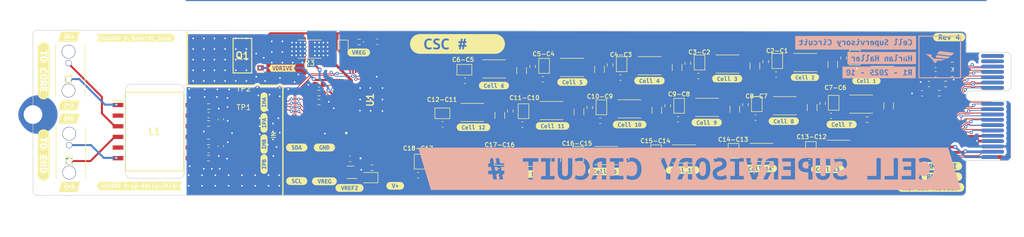
<source format=kicad_pcb>
(kicad_pcb (version 20241229) (generator "pcbnew") (generator_version "9.0")
  (layers (0 "F.Cu" signal) (2 "B.Cu" signal) (13 "F.Paste" user) (15 "B.Paste" user) (5 "F.SilkS" user "F.Silkscreen") (7 "B.SilkS" user "B.Silkscreen") (1 "F.Mask" user) (3 "B.Mask" user) (25 "Edge.Cuts" user))
  (net 0 "")
  (net 1 "GND")
  (net 2 "Net-(U1B-VREF2)")
  (net 3 "/VREG")
  (net 4 "Net-(C4-Pad1)")
  (net 5 "Net-(C5-Pad1)")
  (net 6 "Net-(C6-Pad1)")
  (net 7 "Net-(C7-Pad1)")
  (net 8 "Net-(C8-Pad1)")
  (net 9 "/C16")
  (net 10 "/C15")
  (net 11 "/C18")
  (net 12 "/C17")
  (net 13 "/C14")
  (net 14 "/C13")
  (net 15 "/C12")
  (net 16 "/C11")
  (net 17 "/C10")
  (net 18 "/C9")
  (net 19 "/C8")
  (net 20 "/C7")
  (net 21 "/C6")
  (net 22 "/C5")
  (net 23 "/C4")
  (net 24 "/C3")
  (net 25 "/C2")
  (net 26 "/C1")
  (net 27 "/CELL16")
  (net 28 "Net-(F1-Pad2)")
  (net 29 "/CELL18")
  (net 30 "Net-(F2-Pad2)")
  (net 31 "/CELL17")
  (net 32 "Net-(F3-Pad2)")
  (net 33 "/CELL15")
  (net 34 "Net-(F4-Pad2)")
  (net 35 "/CELL14")
  (net 36 "Net-(F5-Pad2)")
  (net 37 "/CELL13")
  (net 38 "Net-(F6-Pad2)")
  (net 39 "/CELL12")
  (net 40 "Net-(F7-Pad2)")
  (net 41 "/CELL11")
  (net 42 "Net-(F8-Pad2)")
  (net 43 "/CELL10")
  (net 44 "Net-(F9-Pad2)")
  (net 45 "/CELL9")
  (net 46 "Net-(F10-Pad2)")
  (net 47 "/CELL8")
  (net 48 "Net-(F11-Pad2)")
  (net 49 "/CELL7")
  (net 50 "Net-(F12-Pad2)")
  (net 51 "/CELL6")
  (net 52 "Net-(F13-Pad2)")
  (net 53 "/CELL5")
  (net 54 "Net-(F14-Pad2)")
  (net 55 "/CELL4")
  (net 56 "Net-(F15-Pad2)")
  (net 57 "/CELL3")
  (net 58 "Net-(F16-Pad2)")
  (net 59 "/CELL2")
  (net 60 "Net-(F17-Pad2)")
  (net 61 "/CELL1")
  (net 62 "Net-(F18-Pad2)")
  (net 63 "Net-(U1B-VREF1)")
  (net 64 "/SCL")
  (net 65 "/SDA")
  (net 66 "Net-(J2-Pad1)")
  (net 67 "/VDRIVE")
  (net 68 "/IPA")
  (net 69 "/IMA")
  (net 70 "/IPB")
  (net 71 "/IMB")
  (net 72 "/S16")
  (net 73 "/S18")
  (net 74 "/S17")
  (net 75 "/S15")
  (net 76 "/S14")
  (net 77 "/S13")
  (net 78 "/S12")
  (net 79 "/S11")
  (net 80 "/S10")
  (net 81 "/S9")
  (net 82 "/S8")
  (net 83 "/S7")
  (net 84 "/S6")
  (net 85 "/S5")
  (net 86 "/S4")
  (net 87 "/S3")
  (net 88 "/S2")
  (net 89 "/S1")
  (net 90 "/VREF2")
  (net 91 "/V+")
  (net 94 "Net-(J1-Pad1)")
  (net 95 "Net-(J1-Pad2)")
  (net 96 "Net-(J2-Pad2)")
  (net 102 "Net-(U1A-ICMP)")
  (net 103 "Net-(U1A-IBIAS)")
  (net 104 "/MUX_OUT_1")
  (net 109 "/MUX_OUT_2")
  (net 110 "/MUX_OUT_3")
  (net 111 "unconnected-(J8-SHDN_IN{slash}io_22-PadA17)")
  (net 112 "unconnected-(J8-SHDN_IN{slash}io_24-PadA18)")
  (net 113 "/MUX_OUT_0")
  (net 114 "/MUX_OUT_0_FILT")
  (net 115 "/MUX_OUT_1_FILT")
  (net 116 "/MUX_OUT_2_FILT")
  (net 117 "/MUX_OUT_3_FILT")
  (net 120 "Net-(D1-K)")
  (net 121 "Net-(D2-K)")
  (footprint "kibuzzard-673AA20C" (layer "F.Cu") (at 147.45 87.15)
    (property "Reference" "kibuzzard-673AA20C" (hide yes))
    (property "Value" "G***" (hide yes))
  )
  (footprint "kibuzzard-6736A7FC" (layer "F.Cu") (at 141 111.35)
    (property "Reference" "kibuzzard-6736A7FC" (hide yes))
    (property "Value" "G***" (hide yes))
  )
  (footprint "OEM:C_0603" (layer "F.Cu") (at 211.239787 91.56485)
    (property "Reference" "C24" (hide yes))
    (property "Value" "C_10nF" (hide yes))
  )
  (footprint "Package_TO_SOT_SMD:SOT-353_SC-70-5" (layer "F.Cu") (at 145.929837 109.6654 180)
    (property "Reference" "U2" (hide yes))
    (property "Value" "MCP6001T-I-LT" (hide yes))
  )
  (footprint "OEM:R_0603" (layer "F.Cu") (at 171.583237 107.037 -90)
    (property "Reference" "R18" (hide yes))
    (property "Value" "10R" (hide yes))
  )
  (footprint "OEM:C_0603" (layer "F.Cu") (at 145.829837 107.1404 180)
    (property "Reference" "C1" (hide yes))
    (property "Value" "C_1uF" (hide yes))
  )
  (footprint "OEM:Test_Point_SMD" (layer "F.Cu") (at 125.841854 96.500587 180)
    (property "Reference" "TP2")
    (property "Value" "TP_SMD")
  )
  (footprint "kibuzzard-63B4E59A" (layer "F.Cu") (at 208.3 109.25)
    (property "Reference" "kibuzzard-63B4E59A" (hide yes))
    (property "Value" "G***" (hide yes))
  )
  (footprint "OEM:R_0603" (layer "F.Cu") (at 149.9 108.8 180)
    (property "Reference" "R8" (hide yes))
    (property "Value" "80" (hide yes))
  )
  (footprint "Resistor_SMD:R_2512_6332Metric" (layer "F.Cu") (at 231.344187 89.04805 180)
    (property "Reference" "R47" (hide yes))
    (property "Value" "22R-1W" (hide yes))
  )
  (footprint "kibuzzard-63B4EC7A" (layer "F.Cu") (at 187.587011 92.7061)
    (property "Reference" "kibuzzard-63B4EC7A" (hide yes))
    (property "Value" "G***" (hide yes))
  )
  (footprint "Resistor_SMD:R_2512_6332Metric" (layer "F.Cu") (at 172.892707 90.23415 180)
    (property "Reference" "R39" (hide yes))
    (property "Value" "22R-1W" (hide yes))
  )
  (footprint "Fuse:Fuse_1206_3216Metric" (layer "F.Cu") (at 236.500387 89.39205 90)
    (property "Reference" "F17" (hide yes))
    (property "Value" "200mA_Fuse" (hide yes))
  )
  (footprint "OEM:Test_Point_SMD" (layer "F.Cu") (at 135.8 102.4)
    (property "Reference" "TP10" (hide yes))
    (property "Value" "TP_1mm" (hide yes))
  )
  (footprint "Resistor_SMD:R_2512_6332Metric" (layer "F.Cu") (at 168.783237 98.4166 180)
    (property "Reference" "R27" (hide yes))
    (property "Value" "22R-1W" (hide yes))
  )
  (footprint "kibuzzard-63B4EC5B" (layer "F.Cu") (at 238.166937 100.6626)
    (property "Reference" "kibuzzard-63B4EC5B" (hide yes))
    (property "Value" "G***" (hide yes))
  )
  (footprint "Resistor_SMD:R_2512_6332Metric" (layer "F.Cu") (at 241.824537 96.8526 180)
    (property "Reference" "R37" (hide yes))
    (property "Value" "22R-1W" (hide yes))
  )
  (footprint "Fuse:Fuse_1206_3216Metric" (layer "F.Cu") (at 247.008237 97.187 90)
    (property "Reference" "F12" (hide yes))
    (property "Value" "200mA_Fuse" (hide yes))
  )
  (footprint "kibuzzard-63B4E581" (layer "F.Cu") (at 178.8 109.975)
    (property "Reference" "kibuzzard-63B4E581" (hide yes))
    (property "Value" "G***" (hide yes))
  )
  (footprint "OEM:H_MountingHole" (layer "F.Cu") (at 86.231709 98.812876 90)
    (property "Reference" "H1" (hide yes))
    (property "Value" "H_MountingHole" (hide yes))
  )
  (footprint "Fuse:Fuse_1206_3216Metric" (layer "F.Cu") (at 251.008237 88.187 90)
    (property "Reference" "F18" (hide yes))
    (property "Value" "200mA_Fuse" (hide yes))
  )
  (footprint "OEM:R_0603" (layer "F.Cu") (at 119.241854 100.500587 180)
    (property "Reference" "R5" (hide yes))
    (property "Value" "R_60.4" (hide yes))
  )
  (footprint "OEM:C_0603" (layer "F.Cu") (at 173.733237 109.462)
    (property "Reference" "C11" (hide yes))
    (property "Value" "C_10nF" (hide yes))
  )
  (footprint "kibuzzard-63B4D82F" (layer "F.Cu") (at 242.825 92.475)
    (property "Reference" "kibuzzard-63B4D82F" (hide yes))
    (property "Value" "G***" (hide yes))
  )
  (footprint "kibuzzard-691FAACE" (layer "F.Cu") (at 258.375 84.275)
    (property "Reference" "kibuzzard-691FAACE" (hide yes))
    (property "Value" "G***" (hide yes))
  )
  (footprint "OEM:C_0603" (layer "F.Cu") (at 150.925 85.125)
    (property "Reference" "C3" (hide yes))
    (property "Value" "C_1uF" (hide yes))
  )
  (footprint "OEM:C_0603" (layer "F.Cu") (at 178.180864 100.687)
    (property "Reference" "C16" (hide yes))
    (property "Value" "C_10nF" (hide yes))
  )
  (footprint "kibuzzard-63B4EC20" (layer "F.Cu") (at 222.85 108.95)
    (property "Reference" "kibuzzard-63B4EC20" (hide yes))
    (property "Value" "G***" (hide yes))
  )
  (footprint "Jumper:SolderJumper-2_P1.3mm_Open_TrianglePad1.0x1.5mm" (layer "F.Cu") (at 232.3934 105.3057 -90)
    (property "Reference" "JP6" (hide yes))
    (property "Value" "SolderJumper_2_Open" (hide yes))
  )
  (footprint "OEM:C_0603" (layer "F.Cu") (at 139.979837 93.1404)
    (property "Reference" "C2" (hide yes))
    (property "Value" "C_1uF" (hide yes))
  )
  (footprint "Resistor_SMD:R_2512_6332Metric" (layer "F.Cu") (at 179.303261 106.8402 180)
    (property "Reference" "R19" (hide yes))
    (property "Value" "22R-1W" (hide yes))
  )
  (footprint "Fuse:Fuse_1206_3216Metric" (layer "F.Cu") (at 213.713461 106.5546 90)
    (property "Reference" "F4" (hide yes))
    (property "Value" "200mA_Fuse" (hide yes))
  )
  (footprint "kibuzzard-63B4ED2A" (layer "F.Cu") (at 106.252983 112.245413)
    (property "Reference" "kibuzzard-63B4ED2A" (hide yes))
    (property "Value" "G***" (hide yes))
  )
  (footprint "kibuzzard-673A7176" (layer "F.Cu") (at 93 84.2)
    (property "Reference" "kibuzzard-673A7176" (hide yes))
    (property "Value" "G***" (hide yes))
  )
  (footprint "kibuzzard-6736A863" (layer "F.Cu") (at 154.3 112.2)
    (property "Reference" "kibuzzard-6736A863" (hide yes))
    (property "Value" "G***" (hide yes))
  )
  (footprint "kibuzzard-63B4EC1B" (layer "F.Cu") (at 235.5684 109.0903)
    (property "Reference" "kibuzzard-63B4EC1B" (hide yes))
    (property "Value" "G***" (hide yes))
  )
  (footprint "kibuzzard-63B4EBA9" (layer "F.Cu") (at 129.655054 96.487187 90)
    (property "Reference" "kibuzzard-63B4EBA9" (hide yes))
    (property "Value" "G***" (hide yes))
  )
  (footprint "kibuzzard-63B4E58E" (layer "F.Cu") (at 164.25 110.375)
    (property "Reference" "kibuzzard-63B4E58E" (hide yes))
    (property "Value" "G***" (hide yes))
  )
  (footprint "OEM:C_0603" (layer "F.Cu") (at 167.406307 92.47155)
    (property "Reference" "C21" (hide yes))
    (property "Value" "C_10nF" (hide yes))
  )
  (footprint "kibuzzard-63B4EBF9" (layer "F.Cu") (at 169.002737 101.196)
    (property "Reference" "kibuzzard-63B4EBF9" (hide yes))
    (property "Value" "G***" (hide yes))
  )
  (footprint "kibuzzard-6736A857" (layer "F.Cu") (at 145.71 112.6)
    (property "Reference" "kibuzzard-6736A857" (hide yes))
    (property "Value" "G***" (hide yes))
  )
  (footprint "kibuzzard-63B4EBB3" (layer "F.Cu") (at 129.655054 104.361187 90)
    (property "Reference" "kibuzzard-63B4EBB3" (hide yes))
    (property "Value" "G***" (hide yes))
  )
  (footprint "OEM:C_0603" (layer "F.Cu") (at 196.609387 91.87615)
    (property "Reference" "C23" (hide yes))
    (property "Value" "C_10nF" (hide yes))
  )
  (footprint "Jumper:SolderJumper-2_P1.3mm_Open_TrianglePad1.0x1.5mm" (layer "F.Cu") (at 207.642912 97.1688 -90)
    (property "Reference" "JP10" (hide yes))
    (property "Value" "SolderJumper_2_Open" (hide yes))
  )
  (footprint "OEM:R_0603_1608Metric" (layer "F.Cu") (at 119.225 103.96)
    (property "Reference" "R6" (hide yes))
    (property "Value" "R_60.4_0.1W" (hide yes))
  )
  (footprint "kibuzzard-63B4D834" (layer "F.Cu") (at 231.275011 91.8171)
    (property "Reference" "kibuzzard-63B4D834" (hide yes))
    (property "Value" "G***" (hide yes))
  )
  (footprint "Fuse:Fuse_1206_3216Metric" (layer "F.Cu") (at 169.533237 107.837 90)
    (property "Reference" "F2" (hide yes))
    (property "Value" "200mA_Fuse" (hide yes))
  )
  (footprint "kibuzzard-673A718C" (layer "F.Cu") (at 93.1 112.4)
    (property "Reference" "kibuzzard-673A718C" (hide yes))
    (property "Value" "G***" (hide yes))
  )
  (footprint "OEM:C_0603" (layer "F.Cu") (at 192.807312 99.9786)
    (property "Reference" "C17" (hide yes))
    (property "Value" "C_10nF" (hide yes))
  )
  (footprint "OEM:R_0603" (layer "F.Cu") (at 147.525 85.175)
    (property "Reference" "R11" (hide yes))
    (property "Value" "422" (hide yes))
  )
  (footprint "kibuzzard-63B4ED25" (layer "F.Cu") (at 105.6 84.4)
    (property "Reference" "kibuzzard-63B4ED25" (hide yes))
    (property "Value" "G***" (hide yes))
  )
  (footprint "OEM:R_0603" (layer "F.Cu") (at 119.241854 107.000587 180)
    (property "Reference" "R7" (hide yes))
    (property "Value" "R_60.4" (hide yes))
  )
  (footprint "OEM:R_0603" (layer "F.Cu") (at 209.283987 89.169 -90)
    (property "Reference" "R44" (hide yes))
    (property "Value" "10R" (hide yes))
  )
  (footprint "Jumper:SolderJumper-2_P1.3mm_Open_TrianglePad1.0x1.5mm" (layer "F.Cu") (at 182.271387 89.66255 -90)
    (property "Reference" "JP14" (hide yes))
    (property "Value" "SolderJumper_2_Open" (hide yes))
  )
  (footprint "Resistor_SMD:R_2512_6332Metric" (layer "F.Cu") (at 183.667264 98.0653 180)
    (property "Reference" "R29" (hide yes))
    (property "Value" "22R-1W" (hide yes))
  )
  (footprint "kibuzzard-63B4EC53" (layer "F.Cu") (at 227.295737 100.053)
    (property "Reference" "kibuzzard-63B4EC53" (hide yes))
    (property "Value" "G***" (hide yes))
  )
  (footprint "kibuzzard-63B4EC66" (layer "F.Cu") (at 198.339737 100.688)
    (property "Reference" "kibuzzard-63B4EC66" (hide yes))
    (property "Value" "G***" (hide yes))
  )
  (footprint "footprints:Test_Point_SMD" (layer "F.Cu") (at 141 108.7)
    (property "Reference" "TP19" (hide yes))
    (property "Value" "TP_SMD" (hide yes))
  )
  (footprint "OEM:R_0603" (layer "F.Cu") (at 190.855464 97.5003 -90)
    (property "Reference" "R30" (hide yes))
    (property "Value" "10R" (hide yes))
  )
  (footprint "Fuse:Fuse_1206_3216Metric" (layer "F.Cu") (at 203.449912 97.9982 90)
    (property "Reference" "F9" (hide yes))
    (property "Value" "200mA_Fuse" (hide yes))
  )
  (footprint "OEM:D_0805_2012Metric" (layer "F.Cu") (at 149.3575 110.67 180)
    (property "Reference" "D2" (hide yes))
    (property "Value" "LED_WHITE" (hide yes))
  )
  (footprint "OEM:C_0603" (layer "F.Cu") (at 158.608237 110.237)
    (property "Reference" "C10" (hide yes))
    (property "Value" "C_10nF" (hide yes))
  )
  (footprint "Resistor_SMD:R_2512_6332Metric" (layer "F.Cu") (at 223.117661 105.928 180)
    (property "Reference" "R23" (hide yes))
    (property "Value" "22R-1W" (hide yes))
  )
  (footprint "OEM:Test_Point_SMD" (layer "F.Cu") (at 125.841854 100.000587 180)
    (property "Reference" "TP1")
    (property "Value" "TP_SMD" (hide yes))
  )
  (footprint "kibuzzard-69001366" (layer "F.Cu") (at 257 108.5)
    (property "Reference" "kibuzzard-69001366" (hide yes))
    (property "Value" "G***" (hide yes))
  )
  (footprint "kibuzzard-63B4EC6B" (layer "F.Cu") (at 183.861737 100.942)
    (property "Reference" "kibuzzard-63B4EC6B" (hide yes))
    (property "Value" "G***" (hide yes))
  )
  (footprint "Fuse:Fuse_1206_3216Metric" (layer "F.Cu") (at 218.100937 97.8148 90)
    (property "Reference" "F10" (hide yes))
    (property "Value" "200mA_Fuse" (hide yes))
  )
  (footprint "Resistor_SMD:R_2512_6332Metric" (layer "F.Cu") (at 208.557261 106.2074 180)
    (property "Reference" "R21" (hide yes))
    (property "Value" "22R-1W" (hide yes))
  )
  (footprint "OEM:R_0603" (layer "F.Cu") (at 139.979837 96.4654 180)
    (property "Reference" "R13" (hide yes))
    (property "Value" "R_1K" (hide yes))
  )
  (footprint "kibuzzard-673A7184" (layer "F.Cu") (at 93 99.6)
    (property "Reference" "kibuzzard-673A7184" (hide yes))
    (property "Value" "G***" (hide yes))
  )
  (footprint "OEM:C_0603" (layer "F.Cu") (at 203.070861 108.4448)
    (property "Reference" "C12" (hide yes))
    (property "Value" "C_10nF" (hide yes))
  )
  (footprint "kibuzzard-63B4ED94" (layer "F.Cu") (at 133.1 90.1)
    (property "Reference" "kibuzzard-63B4ED94" (hide yes))
    (property "Value" "G***" (hide yes))
  )
  (footprint "Jumper:SolderJumper-2_P1.3mm_Open_TrianglePad1.0x1.5mm" (layer "F.Cu") (at 236.668337 96.5986 -90)
    (property "Reference" "JP12" (hide yes))
    (property "Value" "SolderJumper_2_Open" (hide yes))
  )
  (footprint "OEM:Test_Point_SMD" (layer "F.Cu") (at 125.99 108.07)
    (property "Reference" "TP4" (hide yes))
    (property "Value" "TP_SMD" (hide yes))
  )
  (footprint "OEM:R_0603" (layer "F.Cu") (at 234.585537 96.7002 -90)
    (property "Reference" "R36" (hide yes))
    (property "Value" "10R" (hide yes))
  )
  (footprint "Resistor_SMD:R_2512_6332Metric" (layer "F.Cu") (at 216.726187 89.32745 180)
    (property "Reference" "R45" (hide yes))
    (property "Value" "22R-1W" (hide yes))
  )
  (footprint "Jumper:SolderJumper-2_P1.3mm_Open_TrianglePad1.0x1.5mm" (layer "F.Cu") (at 217.859861 105.637 -90)
    (property "Reference" "JP5" (hide yes))
    (property "Value" "SolderJumper_2_Open" (hide yes))
  )
  (footprint "Jumper:SolderJumper-2_P1.3mm_Open_TrianglePad1.0x1.5mm" (layer "F.Cu") (at 196.837987 89.34775 -90)
    (property "Reference" "JP15" (hide yes))
    (property "Value" "SolderJumper_2_Open" (hide yes))
  )
  (footprint "Jumper:SolderJumper-2_P1.3mm_Open_TrianglePad1.0x1.5mm" (layer "F.Cu") (at 167.292411 90.3947)
    (property "Reference" "JP13" (hide yes))
    (property "Value" "SolderJumper_2_Open" (hide yes))
  )
  (footprint "OEM:R_0603" (layer "F.Cu") (at 257.7 93.075 180)
    (property "Reference" "R10" (hide yes))
    (property "Value" "R_100" (hide yes))
  )
  (footprint "Fuse:Fuse_1206_3216Metric" (layer "F.Cu") (at 184.459461 107.0972 90)
    (property "Reference" "F3" (hide yes))
    (property "Value" "200mA_Fuse" (hide yes))
  )
  (footprint "Resistor_SMD:R_2512_6332Metric" (layer "F.Cu") (at 193.936557 106.5122 180)
    (property "Reference" "R15" (hide yes))
    (property "Value" "22R-1W" (hide yes))
  )
  (footprint "Jumper:SolderJumper-2_P1.3mm_Open_TrianglePad1.0x1.5mm" (layer "F.Cu") (at 240.647611 88.1022 -90)
    (property "Reference" "JP18" (hide yes))
    (property "Value" "SolderJumper_2_Open" (hide yes))
  )
  (footprint "kibuzzard-6736A805" (layer "F.Cu") (at 135.8 111.3)
    (property "Reference" "kibuzzard-6736A805" (hide yes))
    (property "Value" "G***" (hide yes))
  )
  (footprint "Fuse:Fuse_1206_3216Metric" (layer "F.Cu") (at 178.048907 90.55535 90)
    (property "Reference" "F13" (hide yes))
    (property "Value" "200mA_Fuse" (hide yes))
  )
  (footprint "Fuse:Fuse_1206_3216Metric" (layer "F.Cu") (at 228.273861 106.2498 90)
    (property "Reference" "F5" (hide yes))
    (property "Value" "200mA_Fuse" (hide yes))
  )
  (footprint "Jumper:SolderJumper-2_P1.3mm_Open_TrianglePad1.0x1.5mm" (layer "F.Cu") (at 211.468387 89.03645 -90)
    (property "Reference" "JP16" (hide yes))
    (property "Value" "SolderJumper_2_Open" (hide yes))
  )
  (footprint "Fuse:Fuse_1206_3216Metric" (layer "F.Cu") (at 199.098237 106.8594 90)
    (property "Reference" "F1" (hide yes))
    (property "Value" "200mA_Fuse" (hide yes))
  )
  (footprint "OEM:R_0603" (layer "F.Cu") (at 230.305861 105.437 -90)
    (property "Reference" "R24" (hide yes))
    (property "Value" "10R" (hide yes))
  )
  (footprint "Fuse:Fuse_1206_3216Metric" (layer "F.Cu") (at 192.685387 90.312 90)
    (property "Reference" "F14" (hide yes))
    (property "Value" "200mA_Fuse" (hide yes))
  )
  (footprint "OEM:C_0603" (layer "F.Cu") (at 254.575 93.075 180)
    (property "Reference" "C28" (hide yes))
    (property "Value" "C_10nF" (hide yes))
  )
  (footprint "OEM:pcie_x1" (layer "F.Cu") (at 266.5202 106.8 90)
    (property "Reference" "J8" (hide yes))
    (property "Value" "CONN_pcie_x1" (hide yes))
    (fp_line (start 19.65 -4.95) (end 19.65 2.95) (stroke (width 0.1)) (layer "Edge.Cuts"))
    (fp_line (start -0.65 -4.95) (end -0.65 2.95) (stroke (width 0.1)) (layer "Edge.Cuts"))
    (fp_line (start 12.45 -4) (end 12.45 2.95) (stroke (width 0.1)) (layer "Edge.Cuts"))
    (fp_line (start 10.55 -4) (end 10.55 2.95) (stroke (width 0.1)) (layer "Edge.Cuts"))
    (fp_line (start 19.65 2.95) (end 19.15 3.45) (stroke (width 0.1)) (layer "Edge.Cuts"))
    (fp_line (start 12.45 2.95) (end 12.95 3.45) (stroke (width 0.1)) (layer "Edge.Cuts"))
    (fp_line (start 10.55 2.95) (end 10.05 3.45) (stroke (width 0.1)) (layer "Edge.Cuts"))
    (fp_line (start -0.65 2.95) (end -0.15 3.45) (stroke (width 0.1)) (layer "Edge.Cuts"))
    (fp_line (start 12.95 3.45) (end 19.15 3.45) (stroke (width 0.1)) (layer "Edge.Cuts"))
    (fp_line (start -0.15 3.45) (end 10.05 3.45) (stroke (width 0.1)) (layer "Edge.Cuts"))
    (fp_arc (start 10.55 -4) (mid 11.5 -4.95) (end 12.45 -4) (stroke (width 0.1)) (layer "Edge.Cuts"))
  )
  (footprint "OEM:Test_Point_SMD" (layer "F.Cu") (at 135.8 108.7)
    (property "Reference" "TP9" (hide yes))
    (property "Value" "TP_1mm" (hide yes))
  )
  (footprint "Jumper:SolderJumper-2_P1.3mm_Open_TrianglePad1.0x1.5mm" (layer "F.Cu") (at 173.933237 106.937 -90)
    (property "Reference" "JP3" (hide yes))
    (property "Value" "SolderJumper_2_Open" (hide yes))
  )
  (footprint "OEM:C_0603" (layer "F.Cu") (at 222.002064 99.388)
    (property "Reference" "C19" (hide yes))
    (property "Value" "C_10nF" (hide yes))
  )
  (footprint "kibuzzard-63B4EC74" (layer "F.Cu") (at 172.855011 93.36035)
    (property "Reference" "kibuzzard-63B4EC74" (hide yes))
    (property "Value" "G***" (hide yes))
  )
  (footprint "kibuzzard-63B4EBB8" (layer "F.Cu") (at 129.655054 108.1274 90)
    (property "Reference" "kibuzzard-63B4EBB8" (hide yes))
    (property "Value" "G***" (hide yes))
  )
  (footprint "Resistor_SMD:R_2512_6332Metric" (layer "F.Cu") (at 237.575 105.35 180)
    (property "Reference" "R25" (hide yes))
    (property "Value" "22R-1W" (hide yes))
  )
  (footprint "OEM:43650-02YY_18192063" (layer "F.Cu") (at 92.92 92.150003 -90)
    (property "Reference" "J1")
    (property "Value" "43650-0220" (hide yes))
  )
  (footprint "OEM:R_0603" (layer "F.Cu") (at 215.745461 105.7418 -90)
    (property "Reference" "R22" (hide yes))
    (property "Value" "10R" (hide yes))
  )
  (footprint "OEM:Test_Point_SMD" (layer "F.Cu") (at 154.3 109.6)
    (property "Reference" "TP11" (hide yes))
    (property "Value" "TP_1mm" (hide yes))
  )
  (footprint "OEM:C_0603" (layer "F.Cu") (at 119.241854 105.500587)
    (property "Reference" "C8" (hide yes))
    (property "Value" "C_10nF" (hide yes))
  )
  (footprint "Jumper:SolderJumper-2_P1.3mm_Open_TrianglePad1.0x1.5mm" (layer "F.Cu") (at 222.230664 96.8596 -90)
    (property "Reference" "JP11" (hide yes))
    (property "Value" "SolderJumper_2_Open" (hide yes))
  )
  (footprint "Resistor_SMD:R_2512_6332Metric" (layer "F.Cu") (at 202.095787 89.63875 180)
    (property "Reference" "R43" (hide yes))
    (property "Value" "22R-1W" (hide yes))
  )
  (footprint "Jumper:SolderJumper-2_P1.3mm_Open_TrianglePad1.0x1.5mm" (layer "F.Cu") (at 226.086387 88.75705 -90)
    (property "Reference" "JP17" (hide yes))
    (property "Value" "SolderJumper_2_Open" (hide yes))
  )
  (footprint "Jumper:SolderJumper-2_P1.3mm_Open_TrianglePad1.0x1.5mm" (layer "F.Cu") (at 178.408237 98.187 -90)
    (property "Reference" "JP8" (hide yes))
    (property "Value" "SolderJumper_2_Open" (hide yes))
  )
  (footprint "OEM:C_0603" (layer "F.Cu") (at 239.276011 90.5471)
    (property "Reference" "C26" (hide yes))
    (property "Value" "C_10nF" (hide yes))
  )
  (footprint "Fuse:Fuse_1206_3216Metric" (layer "F.Cu") (at 173.958237 98.962 90)
    (property "Reference" "F7" (hide yes))
    (property "Value" "200mA_Fuse" (hide yes))
  )
  (footprint "OEM:R_0603" (layer "F.Cu") (at 201.130237 106.0466 -90)
    (property "Reference" "R16" (hide yes))
    (property "Value" "10R" (hide yes))
  )
  (footprint "Jumper:SolderJumper-2_P1.3mm_Open_TrianglePad1.0x1.5mm" (layer "F.Cu") (at 163.158237 98.587)
    (property "Reference" "JP7" (hide yes))
    (property "Value" "SolderJumper_2_Open" (hide yes))
  )
  (footprint "OEM:R_0603" (layer "F.Cu") (at 194.678987 89.4992 -90)
    (property "Reference" "R42" (hide yes))
    (property "Value" "10R" (hide yes))
  )
  (footprint "OEM:R_0603" (layer "F.Cu") (at 186.491461 106.2752 -90)
    (property "Reference" "R20" (hide yes))
    (property "Value" "10R" (hide yes))
  )
  (footprint "kibuzzard-69001374" (layer "F.Cu") (at 257 110.5)
    (property "Reference" "kibuzzard-69001374" (hide yes))
    (property "Value" "G***" (hide yes))
  )
  (footprint "kibuzzard-673A717E" (layer "F.Cu") (at 93 97.1)
    (property "Reference" "kibuzzard-673A717E" (hide yes))
    (property "Value" "G***" (hide yes))
  )
  (footprint "kibuzzard-69001352" (layer "F.Cu") (at 254.925 112.5)
    (property "Reference" "kibuzzard-69001352" (hide yes))
    (property "Value" "G***" (hide yes))
  )
  (footprint "Fuse:Fuse_1206_3216Metric" (layer "F.Cu") (at 242.5788 106.7027 90)
    (property "Reference" "F6" (hide yes))
    (property "Value" "200mA_Fuse" (hide yes))
  )
  (footprint "Jumper:SolderJumper-2_P1.3mm_Open_TrianglePad1.0x1.5mm" (layer "F.Cu") (at 203.299461 105.9164 -90)
    (property "Reference" "JP4" (hide yes))
    (property "Value" "SolderJumper_2_Open" (hide yes))
  )
  (footprint "OEM:R_0603" (layer "F.Cu") (at 239.9118 108.0743 180)
    (property "Reference" "R26" (hide yes))
    (property "Value" "10R" (hide yes))
  )
  (footprint "Fuse:Fuse_1206_3216Metric" (layer "F.Cu") (at 221.882387 89.69685 90)
    (property "Reference" "F16" (hide yes))
    (property "Value" "200mA_Fuse" (hide yes))
  )
  (footprint "OEM:R_0603" (layer "F.Cu") (at 258.975 91.15 180)
    (property "Reference" "R12" (hide yes))
    (property "Value" "R_100" (hide yes))
  )
  (footprint "kibuzzard-63B4EC80" (layer "F.Cu") (at 202.065011 92.4521)
    (property "Reference" "kibuzzard-63B4EC80" (hide yes))
    (property "Value" "G***" (hide yes))
  )
  (footprint "Resistor_SMD:R_2512_6332Metric" (layer "F.Cu") (at 212.900712 97.4598 180)
    (property "Reference" "R33" (hide yes))
    (property "Value" "22R-1W" (hide yes))
  )
  (footprint "OEM:C_0603" (layer "F.Cu") (at 119.241854 98.900587)
    (property "Reference" "C7" (hide yes))
    (property "Value" "C_10nF" (hide yes))
  )
  (footprint "OEM:C_0603" (layer "F.Cu") (at 188.450157 108.7496)
    (property "Reference" "C9" (hide yes))
    (property "Value" "C_10nF" (hide yes))
  )
  (footprint "OEM:C_0603" (layer "F.Cu") (at 232.114 107.7695)
    (property "Reference" "C14" (hide yes))
    (property "Value" "C_10nF" (hide yes))
  )
  (footprint "Resistor_SMD:R_2512_6332Metric" (layer "F.Cu") (at 164.375 107.45 180)
    (property "Reference" "R17" (hide yes))
    (property "Value" "22R-1W" (hide yes))
  )
  (footprint "OEM:43650-02YY_18192063" (layer "F.Cu") (at 93.05 107.56 -90)
    (property "Reference" "J2")
    (property "Value" "43650-0220" (hide yes))
  )
  (footprint "kibuzzard-63B4EBAD" (layer "F.Cu") (at 129.655054 100.3804 90)
    (property "Reference" "kibuzzard-63B4EBAD" (hide yes))
    (property "Value" "G***" (hide yes))
  )
  (footprint "OEM:C_0603" (layer "F.Cu") (at 253.275 94.825 180)
    (property "Reference" "C27" (hide yes))
    (property "Value" "C_10nF" (hide yes))
  )
  (footprint "kibuzzard-673AA1F5" (layer "F.Cu") (at 88.25 90.6 -90)
    (property "Reference" "kibuzzard-673AA1F5" (hide yes))
    (property "Value" "G***" (hide yes))
  )
  (footprint "Fuse:Fuse_1206_3216Metric" (layer "F.Cu") (at 188.823464 98.3223 90)
    (property "Reference" "F8" (hide yes))
    (property "Value" "200mA_Fuse" (hide yes))
  )
  (footprint "OEM:R_0603" (layer "F.Cu") (at 256.525 94.8 180)
    (property "Reference" "R9" (hide yes))
    (property "Value" "R_100" (hide yes))
  )
  (footprint "Resistor_SMD:R_2512_6332Metric" (layer "F.Cu") (at 187.529187 89.95355 180)
    (property "Reference" "R41" (hide yes))
    (property "Value" "22R-1W" (hide yes))
  )
  (footprint "Resistor_SMD:R_2512_6332Metric" (layer "F.Cu") (at 245.803811 88.0492 180)
    (property "Reference" "R49" (hide yes))
    (property "Value" "22R-1W" (hide yes))
  )
  (footprint "Fuse:Fuse_1206_3216Metric" (layer "F.Cu") (at 207.251987 89.9818 90)
    (property "Reference" "F15" (hide yes))
    (property "Value" "200mA_Fuse" (hide yes))
  )
  (footprint "kibuzzard-63B4E593" (layer "F.Cu") (at 193.675 109.5)
    (property "Reference" "kibuzzard-63B4E593" (hide yes))
    (property "Value" "G***" (hide yes))
  )
  (footprint "OEM:C_0603" (layer "F.Cu") (at 255.775 89.475 180)
    (property "Reference" "C30" (hide yes))
    (property "Value" "C_10nF" (hide yes))
  )
  (footprint "Resistor_SMD:R_2512_6332Metric" (layer "F.Cu") (at 227.488464 97.1506 180)
    (property "Reference" "R35" (hide yes))
    (property "Value" "22R-1W" (hide yes))
  )
  (footprint "footprints:Test_Point_SMD" (layer "F.Cu") (at 141 102.4)
    (property "Reference" "TP20" (hide yes))
    (property "Value" "TP_SMD" (hide yes))
  )
  (footprint "kibuzzard-6736A828" (layer "F.Cu") (at 135.8 105)
    (property "Reference" "kibuzzard-6736A828" (hide yes))
    (property "Value" "G***" (hide yes))
  )
  (footprint "OEM:R_0603" (layer "F.Cu") (at 180.112387 89.79335 -90)
    (property "Reference" "R40" (hide yes))
    (property "Value" "10R" (hide yes))
  )
  (footprint "OEM:C_0603" (layer "F.Cu") (at 207.414312 99.6972)
    (property "Reference" "C18" (hide yes))
    (property "Value" "C_10nF" (hide yes))
  )
  (footprint "OEM:R_0603" (layer "F.Cu") (at 223.914387 88.88405 -90)
    (property "Reference" "R46" (hide yes))
    (property "Value" "10R" (hide yes))
  )
  (footprint "OEM:R_0603" (layer "F.Cu") (at 175.933237 98.137 -90)
    (property "Reference" "R28" (hide yes))
    (property "Value" "10R" (hide yes))
  )
  (footprint "OEM:R_0603" (layer "F.Cu") (at 238.532387 88.1784 -90)
    (property "Reference" "R48" (hide yes))
    (property "Value" "10R" (hide yes))
  )
  (footprint "OEM:D_0805_2012Metric" (layer "F.Cu") (at 144.5 86.5125 -90)
    (property "Reference" "D1" (hide yes))
    (property "Value" "LED_WHITE" (hide yes))
  )
  (footprint "OEM:SOT230P700X175-4N" (layer "F.Cu") (at 125.6 87.75 180)
    (property "Reference" "Q1")
    (property "Value" "NSS1C201MZ4" (hide yes))
  )
  (footprint "Jumper:SolderJumper-2_P1.3mm_Open_TrianglePad1.0x1.5mm" (layer "F.Cu") (at 188.678757 106.2212 -90)
    (property "Reference" "JP1" (hide yes))
    (property "Value" "SolderJumper_2_Open" (hide yes))
  )
  (footprint "OEM:R_0603" (layer "F.Cu") (at 258.975 89.5 180)
    (property "Reference" "R51" (hide yes))
    (property "Value" "R_100" (hide yes))
  )
  (footprint "OEM:C_0603" (layer "F.Cu") (at 121.541854 99.700587 -90)
    (property "Reference" "C5" (hide yes))
    (property "Value" "C_10nF" (hide yes))
  )
  (footprint "OEM:R_0603" (layer "F.Cu") (at 139.979837 94.7654)
    (property "Reference" "R14" (hide yes))
    (property "Value" "R_1K" (hide yes))
  )
  (footprint "OEM:C_0603" (layer "F.Cu") (at 236.185737 99.0624)
    (property "Reference" "C20" (hide yes))
    (property "Value" "C_10nF" (hide yes))
  )
  (footprint "kibuzzard-63B4EC4E" (layer "F.Cu") (at 212.817737 100.307)
    (property "Reference" "kibuzzard-63B4EC4E" (hide yes))
    (property "Value" "G***" (hide yes))
  )
  (footprint "OEM:C_0603" (layer "F.Cu") (at 134.2 93.375 -90)
    (property "Reference" "C4" (hide yes))
    (property "Value" "C_0.1uF" (hide yes))
  )
  (footprint "kibuzzard-673AA1FB" (layer "F.Cu") (at 88.25 106.4 -90)
    (property "Reference" "kibuzzard-673AA1FB" (hide yes))
    (property "Value" "G***" (hide yes))
  )
  (footprint "OEM:R_0603" (layer "F.Cu") (at 242.983237 99.762 180)
    (property "Reference" "R38" (hide yes))
    (property "Value" "10R" (hide yes))
  )
  (footprint "Jumper:SolderJumper-2_P1.3mm_Open_TrianglePad1.0x1.5mm" (layer "F.Cu") (at 193.035912 97.4502 -90)
    (property "Reference" "JP9" (hide yes))
    (property "Value" "SolderJumper_2_Open" (hide yes))
  )
  (footprint "Jumper:SolderJumper-2_P1.3mm_Open_TrianglePad1.0x1.5mm" (layer "F.Cu") (at 158.883237 107.662 -90)
    (property "Reference" "JP2" (hide yes))
    (property "Value" "SolderJumper_2_Open" (hide yes))
  )
  (footprint "OEM:C_0603" (layer "F.Cu") (at 225.857787 91.28545)
    (property "Reference" "C25" (hide yes))
    (property "Value" "C_10nF" (hide yes))
  )
  (footprint "OEM:Test_Point_SMD" (layer "F.Cu") (at 125.94 104.39)
    (property "Reference" "TP3" (hide yes))
    (property "Value" "TP_SMD")
  )
  (footprint "OEM:C_0603" (layer "F.Cu") (at 217.631261 108.1654)
    (property "Reference" "C13" (hide yes))
    (property "Value" "C_10nF" (hide yes))
  )
  (footprint "OEM:R_0603" (layer "F.Cu") (at 243.483237 90.862 180)
    (property "Reference" "R50" (hide yes))
    (property "Value" "10R" (hide yes))
  )
  (footprint "kibuzzard-673AA233" (layer "F.Cu") (at 166 85.55)
    (property "Reference" "kibuzzard-673AA233" (hide yes))
    (property "Value" "G***" (hide yes))
  )
  (footprint "OEM:SOP200P1473X500-12N (L_BMS-isoSPI-Transformer_SM91501AL-E_SMD - SM91501ALE)" (layer "F.Cu") (at 109.07 102.01)
    (property "Reference" "L1")
    (property "Value" "SM91501AL-E" (hide yes))
  )
  (footprint "kibuzzard-673A725C" (layer "F.Cu") (at 141 105)
    (property "Reference" "kibuzzard-673A725C" (hide yes))
    (property "Value" "G***" (hide yes))
  )
  (footprint "OEM:R_0603" (layer "F.Cu") (at 119.241854 97.300587)
    (property "Reference" "R4" (hide yes))
    (property "Value" "R_60.4" (hide yes))
  )
  (footprint "OEM:C_0603" (layer "F.Cu") (at 121.541854 104.750587 90)
    (property "Reference" "C6" (hide yes))
    (property "Value" "C_10nF" (hide yes))
  )
  (footprint "Fuse:Fuse_1206_3216Metric" (layer "F.Cu") (at 232.629737 97.51 90)
    (property "Reference" "F11" (hide yes))
    (property "Value" "200mA_Fuse" (hide yes))
  )
  (footprint "OEM:C_0603" (layer "F.Cu") (at 255.825 91.225 180)
    (property "Reference" "C29" (hide yes))
    (property "Value" "C_10nF" (hide yes))
  )
  (footprint "OEM:R_0603" (layer "F.Cu") (at 205.481912 97.1762 -90)
    (property "Reference" "R32" (hide yes))
    (property "Value" "10R" (hide yes))
  )
  (footprint "Resistor_SMD:R_2512_6332Metric" (layer "F.Cu") (at 198.293712 97.7412 180)
    (property "Reference" "R31" (hide yes))
    (property "Value" "22R-1W" (hide yes))
  )
  (footprint "OEM:C_0603" (layer "F.Cu") (at 163.208237 100.654)
    (property "Reference" "C15" (hide yes))
    (property "Value" "C_10nF" (hide yes))
  )
  (footprint "OEM:LQFP-64-1EP_10x10mm_P0.5_EP5.7x5.7mm" (layer "F.Cu") (at 149.61 96.06 90)
    (property "Reference" "U1")
    (property "Value" "ADBMS1818ASWAZ-RL" (hide yes))
  )
  (footprint "OEM:C_0603" (layer "F.Cu") (at 182.042787 92.19095)
    (property "Reference" "C22" (hide yes))
    (property "Value" "C_10nF" (hide yes))
  )
  (footprint "OEM:R_0603" (layer "F.Cu") (at 220.088912 96.9766 -90)
    (property "Reference" "R34" (hide yes))
    (property "Value" "10R" (hide yes))
  )
  (footprint "OEM:R_2512_6332Metric" (layer "F.Cu") (at 138.229837 86.5154 180)
    (property "Reference" "R3")
    (property "Value" "R_100")
  )
  (footprint "kibuzzard-63B4EB9B" (layer "F.Cu") (at 216.670011 92.0711)
    (property "Reference" "kibuzzard-63B4EB9B" (hide yes))
    (property "Value" "G***" (hide yes))
  )
  (footprint "kibuzzard-673993C6" (layer "B.Cu") (at 240.8 85.321449 180)
    (property "Reference" "kibuzzard-673993C6" (hide yes))
    (property "Value" "G***" (hide yes))
  )
  (footprint "kibuzzard-6902CBBF" (layer "B.Cu") (at 245.698913 88.2 180)
    (property "Reference" "kibuzzard-6902CBBF" (hide yes))
    (property "Value" "G***" (hide yes))
  )
  (footprint "kibuzzard-673998AC" (layer "B.Cu") (at 209.6 109 180)
    (property "Reference" "kibuzzard-673998AC" (hide yes))
    (property "Value" "G***" (hide yes))
  )
  (footprint "kibuzzard-6902E3D6" (layer "B.Cu") (at 245.2 90.9 180)
    (property "Reference" "kibuzzard-6902E3D6" (hide yes))
    (property "Value" "G***" (hide yes))
  )
  (footprint "OEM:OEM_Logo_8mm" (layer "B.Cu") (at 256.6 88 180)
    (property "Reference" "REF**" (hide yes))
    (property "Value" "OEM_Logo_8mm")
  )
  (gr_line (start 265.329837 77.3904) (end 115.004669 77.3904) (stroke (width 0.2)) (layer "B.Cu"))
  (gr_line (start 115.2 93.3) (end 115.2 83.25) (stroke (width 0.25)) (layer "F.SilkS"))
  (gr_line (start 133.2 93.3) (end 133.2 113.85) (stroke (width 0.25)) (layer "F.SilkS"))
  (gr_line (start 133.2 93.3) (end 115.2 93.3) (stroke (width 0.25)) (layer "F.SilkS"))
  (gr_line (start 86.231709 83.812876) (end 86.270993 113.248126) (stroke (width 0.1)) (layer "Edge.Cuts"))
  (gr_arc (start 86.231709 83.812876) (mid 86.467331 83.224478) (end 87.05 82.975) (stroke (width 0.1)) (layer "Edge.Cuts"))
  (gr_arc (start 114.641854 109.800587) (mid 114.348966 110.507708) (end 113.641854 110.800587) (stroke (width 0.1)) (layer "Edge.Cuts"))
  (gr_arc (start 87.067712 113.999999) (mid 86.51727 113.785216) (end 86.270993 113.248126) (stroke (width 0.1)) (layer "Edge.Cuts"))
  (gr_line (start 113.641854 93.100587) (end 104.641854 93.100587) (stroke (width 0.1)) (layer "Edge.Cuts"))
  (gr_arc (start 260.77816 83.217996) (mid 261.329682 83.441691) (end 261.580583 83.98138) (stroke (width 0.1)) (layer "Edge.Cuts"))
  (gr_line (start 251.678539 114) (end 260.644523 114.034599) (stroke (width 0.1)) (layer "Edge.Cuts"))
  (gr_arc (start 113.641854 93.100587) (mid 114.348954 93.393485) (end 114.641854 94.100587) (stroke (width 0.1)) (layer "Edge.Cuts"))
  (gr_arc (start 103.641854 94.100587) (mid 103.934753 93.393495) (end 104.641854 93.100587) (stroke (width 0.1)) (layer "Edge.Cuts"))
  (gr_line (start 103.641854 94.100587) (end 103.641854 109.800587) (stroke (width 0.1)) (layer "Edge.Cuts"))
  (gr_line (start 260.77816 83.217996) (end 87.05 82.975) (stroke (width 0.1)) (layer "Edge.Cuts"))
  (gr_line (start 261.535242 113.177698) (end 261.5702 107.45) (stroke (width 0.1)) (layer "Edge.Cuts"))
  (gr_arc (start 104.641854 110.800587) (mid 103.934741 110.507699) (end 103.641854 109.800587) (stroke (width 0.1)) (layer "Edge.Cuts"))
  (gr_line (start 261.5702 87.15) (end 261.580584 83.98138) (stroke (width 0.1)) (layer "Edge.Cuts"))
  (gr_line (start 104.641854 110.800587) (end 113.641854 110.800587) (stroke (width 0.1)) (layer "Edge.Cuts"))
  (gr_line (start 87.705411 114) (end 251.678539 114) (stroke (width 0.1)) (layer "Edge.Cuts"))
  (gr_arc (start 261.535242 113.177698) (mid 261.261601 113.784637) (end 260.644523 114.034599) (stroke (width 0.1)) (layer "Edge.Cuts"))
  (gr_line (start 114.641854 109.800587) (end 114.641854 94.100587) (stroke (width 0.1)) (layer "Edge.Cuts"))
  (gr_line (start 87.067712 113.999999) (end 87.705411 114) (stroke (width 0.1)) (layer "Edge.Cuts"))
  (gr_text "C9-C8" (at 207.610737 94.973 0) (layer "F.SilkS") (effects (font (size 0.8 0.8))))
  (gr_text "C17-C16" (at 173.9226 104.4929 0) (layer "F.SilkS") (effects (font (size 0.8 0.8))))
  (gr_text "C11-C10" (at 178.578537 95.6588 0) (layer "F.SilkS") (effects (font (size 0.8 0.8))))
  (gr_text "C6-C5" (at 167.05 88.5 0) (layer "F.SilkS") (effects (font (size 0.8 0.8))))
  (gr_text "C13-C12" (at 232.5204 102.9943 0) (layer "F.SilkS") (effects (font (size 0.8 0.8))))
  (gr_text "C18-C17" (at 158.6 105.15 0) (layer "F.SilkS") (effects (font (size 0.8 0.8))))
  (gr_text "C15-C14" (at 203.1834 103.7563 0) (layer "F.SilkS") (effects (font (size 0.8 0.8))))
  (gr_text "C3-C2" (at 211.437611 87.08655 0) (layer "F.SilkS") (effects (font (size 0.8 0.8))))
  (gr_text "C2-C1" (at 226.042611 86.83255 0) (layer "F.SilkS") (effects (font (size 0.8 0.8))))
  (gr_text "C5-C4" (at 182.176811 87.4229 0) (layer "F.SilkS") (effects (font (size 0.8 0.8))))
  (gr_text "C7-C6" (at 237.007287 93.76075 0) (layer "F.SilkS") (effects (font (size 0.8 0.8))))
  (gr_text "C8-C7" (at 222.173061 95.36 0) (layer "F.SilkS") (effects (font (size 0.8 0.8))))
  (gr_text "C14-C13" (at 217.7884 103.5023 0) (layer "F.SilkS") (effects (font (size 0.8 0.8))))
  (gr_text "C12-C11" (at 163.1 96 0) (layer "F.SilkS") (effects (font (size 0.8 0.8))))
  (gr_text "C10-C9" (at 192.751737 95.4048 0) (layer "F.SilkS") (effects (font (size 0.8 0.8))))
  (gr_text "C16-C15" (at 188.4514 104.2389 0) (layer "F.SilkS") (effects (font (size 0.8 0.8))))
  (gr_text "C4-C3" (at 196.705611 87.56915 0) (layer "F.SilkS") (effects (font (size 0.8 0.8))))
  (gr_text "IN" (at 131.451037 102.6918 90) (layer "F.SilkS") (effects (font (size 0.8 0.8))))
  (segment (start 147.679837 97.962228) (end 149.651665 95.9904) (width 0.1524) (layer "F.Cu") (net 1))
  (segment (start 150.829837 91.7154) (end 150.829837 90.465405) (width 0.1524) (layer "F.Cu") (net 1))
  (segment (start 255.427658 89.475) (end 255 89.475) (width 0.1524) (layer "F.Cu") (net 1))
  (segment (start 256.252658 90.3) (end 255.427658 89.475) (width 0.1524) (layer "F.Cu") (net 1))
  (segment (start 147.454837 109.6654) (end 146.879837 109.6654) (width 0.1524) (layer "F.Cu") (net 1))
  (segment (start 141.817337 96.4154) (end 140.854837 96.4154) (width 0.1524) (layer "F.Cu") (net 1))
  (segment (start 149.075 108.8) (end 148.320237 108.8) (width 0.508) (layer "F.Cu") (net 1))
  (segment (start 143.056341 97.315401) (end 143.979841 97.315401) (width 0.1524) (layer "F.Cu") (net 1))
  (segment (start 253.425 92.7) (end 253.8 93.075) (width 0.1524) (layer "F.Cu") (net 1))
  (segment (start 258.04164 92.34164) (end 257.9 92.2) (width 0.1524) (layer "F.Cu") (net 1))
  (segment (start 253.8 93.075) (end 254.5012 93.7762) (width 0.1524) (layer "F.Cu") (net 1))
  (segment (start 148.35 85.175) (end 150.1 85.175) (width 0.381) (layer "F.Cu") (net 1))
  (segment (start 149.656039 95.9904) (end 151.904837 95.9904) (width 0.15) (layer "F.Cu") (net 1))
  (segment (start 266.5202 103.8) (end 263.6452 103.8) (width 0.5) (layer "F.Cu") (net 1))
  (segment (start 122.841854 104.000587) (end 121.566854 104.000587) (width 0.1524) (layer "F.Cu") (net 1))
  (segment (start 142.575 94.125) (end 142.8846 93.8154) (width 0.1524) (layer "F.Cu") (net 1))
  (segment (start 149.653852 95.992587) (end 149.74365 95.992587) (width 0.15) (layer "F.Cu") (net 1))
  (segment (start 258.59164 91.79164) (end 259.1 91.28328) (width 0.1524) (layer "F.Cu") (net 1))
  (segment (start 120.016854 105.500587) (end 120.041854 105.500587) (width 0.1524) (layer "F.Cu") (net 1))
  (segment (start 149.653852 95.992587) (end 149.653852 95.771415) (width 0.15) (layer "F.Cu") (net 1))
  (segment (start 128.841854 102.500587) (end 128.841854 99.500587) (width 0.15) (layer "F.Cu") (net 1))
  (segment (start 138.067337 93.1404) (end 139.204837 93.1404) (width 0.1524) (layer "F.Cu") (net 1))
  (segment (start 142.746842 97.6249) (end 143.056341 97.315401) (width 0.1524) (layer "F.Cu") (net 1))
  (segment (start 241.067711 90.1288) (end 241.042711 90.1538) (width 0.254) (layer "F.Cu") (net 1))
  (segment (start 120.016854 98.825587) (end 121.141854 97.700587) (width 0.1524) (layer "F.Cu") (net 1))
  (segment (start 120.041854 105.500587) (end 121.141854 106.600587) (width 0.1524) (layer "F.Cu") (net 1))
  (segment (start 149.651665 95.9904) (end 147.713837 95.9904) (width 0.15) (layer "F.Cu") (net 1))
  (segment (start 257.9 92.2) (end 256.025 92.2) (width 0.1524) (layer "F.Cu") (net 1))
  (segment (start 256.025 92.2) (end 255.05 91.225) (width 0.1524) (layer "F.Cu") (net 1))
  (segment (start 263.6452 103.8) (end 263.5952 103.75) (width 0.1524) (layer "F.Cu") (net 1))
  (segment (start 150.829837 90.465405) (end 150.854839 90.440403) (width 0.1524) (layer "F.Cu") (net 1))
  (segment (start 251.4 94.825) (end 252.5 94.825) (width 0.1524) (layer "F.Cu") (net 1))
  (segment (start 148.320237 108.8) (end 147.929837 109.1904) (width 0.508) (layer "F.Cu") (net 1))
  (segment (start 149.653852 95.992587) (end 149.653852 93.866415) (width 0.15) (layer "F.Cu") (net 1))
  (segment (start 259.044339 92.244339) (end 258.59164 91.79164) (width 0.1524) (layer "F.Cu") (net 1))
  (segment (start 240.051011 90.5471) (end 240.649411 90.5471) (width 0.254) (layer "F.Cu") (net 1))
  (segment (start 257.5012 92.88208) (end 258.04164 92.34164) (width 0.1524) (layer "F.Cu") (net 1))
  (segment (start 146.704837 107.0404) (end 146.604837 107.1404) (width 0.1524) (layer "F.Cu") (net 1))
  (segment (start 147.679837 98.0814) (end 147.679837 97.962228) (width 0.1524) (layer "F.Cu") (net 1))
  (segment (start 259.1 90.3) (end 256.252658 90.3) (width 0.1524) (layer "F.Cu") (net 1))
  (segment (start 142.8846 93.8154) (end 143.979841 93.8154) (width 0.1524) (layer "F.Cu") (net 1))
  (segment (start 147.929837 109.1904) (end 147.454837 109.6654) (width 0.1524) (layer "F.Cu") (net 1))
  (segment (start 140.854837 96.4154) (end 140.804837 96.4654) (width 0.1524) (layer "F.Cu") (net 1))
  (segment (start 240.647611 88.8272) (end 241.067711 89.2473) (width 0.254) (layer "F.Cu") (net 1))
  (segment (start 257.5012 93.53208) (end 257.5012 92.88208) (width 0.1524) (layer "F.Cu") (net 1))
  (segment (start 149.653852 95.992587) (end 149.656039 95.9904) (width 0.15) (layer "F.Cu") (net 1))
  (segment (start 241.067711 89.2473) (end 241.067711 90.1288) (width 0.254) (layer "F.Cu") (net 1))
  (segment (start 254.987026 91.162026) (end 255.05 91.225) (width 0.1524) (layer "F.Cu") (net 1))
  (segment (start 149.653852 95.992587) (end 149.651665 95.9904) (width 0.15) (layer "F.Cu") (net 1))
  (segment (start 151.904837 98.1494) (end 151.810665 98.1494) (width 0.15) (layer "F.Cu") (net 1))
  (segment (start 142.746842 97.6249) (end 142.937342 97.8154) (width 0.1524) (layer "F.Cu") (net 1))
  (segment (start 258.04164 92.34164) (end 258.59164 91.79164) (width 0.1524) (layer "F.Cu") (net 1))
  (segment (start 121.566854 104.000587) (end 121.541854 103.975587) (width 0.1524) (layer "F.Cu") (net 1))
  (segment (start 149.74365 95.992587) (end 151.904837 93.8314) (width 0.15) (layer "F.Cu") (net 1))
  (segment (start 137.967337 93.2404) (end 138.067337 93.1404) (width 0.1524) (layer "F.Cu") (net 1))
  (segment (start 149.653852 95.992587) (end 149.669637 96.008372) (width 0.15) (layer "F.Cu") (net 1))
  (segment (start 150.1 85.175) (end 150.15 85.125) (width 0.381) (layer "F.Cu") (net 1))
  (segment (start 122.841854 100.000587) (end 122.016854 100.000587) (width 0.1524) (layer "F.Cu") (net 1))
  (segment (start 257.25708 93.7762) (end 257.5012 93.53208) (width 0.1524) (layer "F.Cu") (net 1))
  (segment (start 149.653852 95.771415) (end 147.713837 93.8314) (width 0.15) (layer "F.Cu") (net 1))
  (segment (start 253 92.7) (end 253.425 92.7) (width 0.1524) (layer "F.Cu") (net 1))
  (segment (start 259.233017 92.244339) (end 259.044339 92.244339) (width 0.1524) (layer "F.Cu") (net 1))
  (segment (start 149.669637 96.008372) (end 149.669637 98.0986) (width 0.15) (layer "F.Cu") (net 1))
  (segment (start 147.779837 107.0404) (end 146.704837 107.0404) (width 0.1524) (layer "F.Cu") (net 1))
  (segment (start 240.649411 90.5471) (end 241.042711 90.1538) (width 0.254) (layer "F.Cu") (net 1))
  (segment (start 151.810665 98.1494) (end 149.653852 95.992587) (width 0.15) (layer "F.Cu") (net 1))
  (segment (start 149.653852 93.866415) (end 149.618837 93.8314) (width 0.15) (layer "F.Cu") (net 1))
  (segment (start 142.937342 97.8154) (end 143.979841 97.8154) (width 0.1524) (layer "F.Cu") (net 1))
  (segment (start 259.1 91.28328) (end 259.1 90.3) (width 0.1524) (layer "F.Cu") (net 1))
  (segment (start 120.016854 98.900587) (end 120.016854 98.825587) (width 0.1524) (layer "F.Cu") (net 1))
  (segment (start 254.5012 93.7762) (end 257.25708 93.7762) (width 0.1524) (layer "F.Cu") (net 1))
  (segment (start 122.016854 100.000587) (end 121.541854 100.475587) (width 0.1524) (layer "F.Cu") (net 1))
  (via (at 121.141854 97.700587) (size 0.6096) (drill 0.3048) (layers "F.Cu" "B.Cu") (net 1))
  (via (at 149.651665 95.9904) (size 0.6096) (drill 0.3048) (layers "F.Cu" "B.Cu") (net 1))
  (via (at 132.6 93.8) (size 0.6096) (drill 0.3048) (layers "F.Cu" "B.Cu") (net 1))
  (via (at 147.779837 107.0404) (size 0.762) (drill 0.381) (layers "F.Cu" "B.Cu") (net 1))
  (via (at 128.841854 102.500587) (size 0.6096) (drill 0.3048) (layers "F.Cu" "B.Cu") (net 1))
  (via (at 120.8 95.5) (size 0.6096) (drill 0.3048) (layers "F.Cu" "B.Cu") (net 1))
  (via (at 131.341854 102.000587) (size 0.6096) (drill 0.3048) (layers "F.Cu" "B.Cu") (net 1))
  (via (at 115.6 94) (size 0.6096) (drill 0.3048) (layers "F.Cu" "B.Cu") (net 1))
  (via (at 115.7 108.5) (size 0.6096) (drill 0.3048) (layers "F.Cu" "B.Cu") (net 1))
  (via (at 128.579837 95.2154) (size 0.6096) (drill 0.3048) (layers "F.Cu" "B.Cu") (net 1))
  (via (at 132.5 110.2) (size 0.6096) (drill 0.3048) (layers "F.Cu" "B.Cu") (net 1))
  (via (at 128.841854 99.500587) (size 0.6096) (drill 0.3048) (layers "F.Cu" "B.Cu") (net 1))
  (via (at 132.6 95.4) (size 0.6096) (drill 0.3048) (layers "F.Cu" "B.Cu") (net 1))
  (via (at 121.341854 109.000587) (size 0.6096) (drill 0.3048) (layers "F.Cu" "B.Cu") (net 1))
  (via (at 128.4 93.7) (size 0.6096) (drill 0.3048) (layers "F.Cu" "B.Cu") (net 1))
  (via (at 118 110.2) (size 0.6096) (drill 0.3048) (layers "F.Cu" "B.Cu") (net 1))
  (via (at 118.5 94.1) (size 0.6096) (drill 0.3048) (layers "F.Cu" "B.Cu") (net 1))
  (via (at 149.669637 98.0986) (size 0.6096) (drill 0.3048) (layers "F.Cu" "B.Cu") (net 1))
  (via (at 141.817337 96.4154) (size 0.6096) (drill 0.3048) (layers "F.Cu" "B.Cu") (net 1))
  (via (at 137.967337 93.2404) (size 0.6096) (drill 0.3048) (layers "F.Cu" "B.Cu") (net 1))
  (via (at 118.5 95.5) (size 0.6096) (drill 0.3048) (layers "F.Cu" "B.Cu") (net 1))
  (via (at 142.575 94.125) (size 0.6096) (drill 0.3048) (layers "F.Cu" "B.Cu") (net 1))
  (via (at 141.1 102.4) (size 0.6096) (drill 0.3048) (layers "F.Cu" "B.Cu") (net 1))
  (via (at 123.1 94.1) (size 0.6096) (drill 0.3048) (layers "F.Cu" "B.Cu") (net 1))
  (via (at 131.341854 100.500587) (size 0.6096) (drill 0.3048) (layers "F.Cu" "B.Cu") (net 1))
  (via (at 122.841854 100.000587) (size 0.6096) (drill 0.3048) (layers "F.Cu" "B.Cu") (net 1))
  (via (at 125.5 112.2) (size 0.6096) (drill 0.3048) (layers "F.Cu" "B.Cu") (net 1))
  (via (at 134.2 94.05) (size 0.6096) (drill 0.3048) (layers "F.Cu" "B.Cu") (net 1))
  (via (at 120.5 112.2) (size 0.6096) (drill 0.3048) (layers "F.Cu" "B.Cu") (net 1))
  (via (at 251.4 94.825) (size 0.6096) (drill 0.3048) (layers "F.Cu" "B.Cu") (net 1))
  (via (at 121.141854 106.600587) (size 0.6096) (drill 0.3048) (layers "F.Cu" "B.Cu") (net 1))
  (via (at 151.904837 93.8314) (size 0.6096) (drill 0.3048) (layers "F.Cu" "B.Cu") (net 1))
  (via (at 118.341854 109.000587) (size 0.6096) (drill 0.3048) (layers "F.Cu" "B.Cu") (net 1))
  (via (at 130.5 110.2) (size 0.6096) (drill 0.3048) (layers "F.Cu" "B.Cu") (net 1))
  (via (at 122.7 107.1) (size 0.6096) (drill 0.3048) (layers "F.Cu" "B.Cu") (net 1))
  (via (at 122.8 95.7) (size 0.6096) (drill 0.3048) (layers "F.Cu" "B.Cu") (net 1))
  (via (at 118 112.2) (size 0.6096) (drill 0.3048) (layers "F.Cu" "B.Cu") (net 1))
  (via (at 123 110.2) (size 0.6096) (drill 0.3048) (layers "F.Cu" "B.Cu") (net 1))
  (via (at 147.679837 98.0814) (size 0.6096) (drill 0.3048) (layers "F.Cu" "B.Cu") (net 1))
  (via (at 120.5 110.2) (size 0.6096) (drill 0.3048) (layers "F.Cu" "B.Cu") (net 1))
  (via (at 147.929837 109.1904) (size 0.6096) (drill 0.3048) (layers "F.Cu" "B.Cu") (net 1))
  (via (at 147.713837 95.9904) (size 0.6096) (drill 0.3048) (layers "F.Cu" "B.Cu") (net 1))
  (via (at 151.904837 95.9904) (size 0.6096) (drill 0.3048) (layers "F.Cu" "B.Cu") (net 1))
  (via (at 115.7 95.6) (size 0.6096) (drill 0.3048) (layers "F.Cu" "B.Cu") (net 1))
  (via (at 132.5 112.2) (size 0.6096) (drill 0.3048) (layers "F.Cu" "B.Cu") (net 1))
  (via (at 241.042711 90.1538) (size 0.6096) (drill 0.3048) (layers "F.Cu" "B.Cu") (net 1))
  (via (at 123.65 102.3) (size 0.6096) (drill 0.3048) (layers "F.Cu" "B.Cu") (net 1))
  (via (at 128 112.2) (size 0.6096) (drill 0.3048) (layers "F.Cu" "B.Cu") (net 1))
  (via (at 149.618837 93.8314) (size 0.6096) (drill 0.3048) (layers "F.Cu" "B.Cu") (net 1))
  (via (at 132 104.9) (size 0.6096) (drill 0.3048) (layers "F.Cu" "B.Cu") (net 1))
  (via (at 128 110.2) (size 0.6096) (drill 0.3048) (layers "F.Cu" "B.Cu") (net 1))
  (via (at 259.1 90.3) (size 0.6096) (drill 0.3048) (layers "F.Cu" "B.Cu") (net 1))
  (via (at 122.841854 104.000587) (size 0.6096) (drill 0.3048) (layers "F.Cu" "B.Cu") (net 1))
  (via (at 128.841854 101.000587) (size 0.6096) (drill 0.3048) (layers "F.Cu" "B.Cu") (net 1))
  (via (at 122.8 97.4) (size 0.6096) (drill 0.3048) (layers "F.Cu" "B.Cu") (net 1))
  (via (at 129.341854 105.500587) (size 0.6096) (drill 0.3048) (layers "F.Cu" "B.Cu") (net 1))
  (via (at 142.746842 97.6249) (size 0.6096) (drill 0.3048) (layers "F.Cu" "B.Cu") (net 1))
  (via (at 132.6 102.2) (size 0.6096) (drill 0.3048) (layers "F.Cu" "B.Cu") (net 1))
  (via (at 132.341854 99.500587) (size 0.6096) (drill 0.3048) (layers "F.Cu" "B.Cu") (net 1))
  (via (at 259.233017 92.244339) (size 0.6096) (drill 0.3048) (layers "F.Cu" "B.Cu") (net 1))
  (via (at 147.713837 93.8314) (size 0.6096) (drill 0.3048) (layers "F.Cu" "B.Cu") (net 1))
  (via (at 263.5952 103.75) (size 0.6096) (drill 0.3048) (layers "F.Cu" "B.Cu") (net 1))
  (via (at 253 92.7) (size 0.6096) (drill 0.3048) (layers "F.Cu" "B.Cu") (net 1))
  (via (at 115.5 112.2) (size 0.6096) (drill 0.3048) (layers "F.Cu" "B.Cu") (net 1))
  (via (at 119.841854 109.000587) (size 0.6096) (drill 0.3048) (layers "F.Cu" "B.Cu") (net 1))
  (via (at 130.341854 104.500587) (size 0.6096) (drill 0.3048) (layers "F.Cu" "B.Cu") (net 1))
  (via (at 125.5 110.2) (size 0.6096) (drill 0.3048) (layers "F.Cu" "B.Cu") (net 1))
  (via (at 130.5 112.2) (size 0.6096) (drill 0.3048) (layers "F.Cu" "B.Cu") (net 1))
  (via (at 123 112.2) (size 0.6096) (drill 0.3048) (layers "F.Cu" "B.Cu") (net 1))
  (via (at 151.904837 98.1494) (size 0.6096) (drill 0.3048) (layers "F.Cu" "B.Cu") (net 1))
  (via (at 130.341854 98.000587) (size 0.6096) (drill 0.3048) (layers "F.Cu" "B.Cu") (net 1))
  (via (at 131.4 106.6) (size 0.6096) (drill 0.3048) (layers "F.Cu" "B.Cu") (net 1))
  (via (at 115.5 110.2) (size 0.6096) (drill 0.3048) (layers "F.Cu" "B.Cu") (net 1))
  (via (at 120.9 94.1) (size 0.6096) (drill 0.3048) (layers "F.Cu" "B.Cu") (net 1))
  (via (at 131.341854 103.500587) (size 0.6096) (drill 0.3048) (layers "F.Cu" "B.Cu") (net 1))
  (via (at 150.829837 91.7154) (size 0.6096) (drill 0.3048) (layers "F.Cu" "B.Cu") (net 1))
  (via (at 118.341854 102.000587) (size 0.6096) (drill 0.3048) (layers "F.Cu" "B.Cu") (net 1))
  (via (at 130.679837 95.0654) (size 0.6096) (drill 0.3048) (layers "F.Cu" "B.Cu") (net 1))
  (via (at 148.35 85.175) (size 0.5) (drill 0.2) (layers "F.Cu" "B.Cu") (net 1))
  (segment (start 145.604837 94.913098) (end 145 94.308261) (width 0.1524) (layer "F.Cu") (net 2))
  (segment (start 145.054837 107.1904) (end 145.054837 107.1404) (width 0.1524) (layer "F.Cu") (net 2))
  (segment (start 144.979837 100.820163) (end 145.604837 100.195163) (width 0.1524) (layer "F.Cu") (net 2))
  (segment (start 145.054837 107.1404) (end 144.979837 107.0654) (width 0.1524) (layer "F.Cu") (net 2))
  (segment (start 144.979837 107.0654) (end 144.979837 100.820163) (width 0.1524) (layer "F.Cu") (net 2))
  (segment (start 145 93.023161) (end 144.792239 92.8154) (width 0.1524) (layer "F.Cu") (net 2))
  (segment (start 144.792239 92.8154) (end 143.979841 92.8154) (width 0.1524) (layer "F.Cu") (net 2))
  (segment (start 145.604837 100.195163) (end 145.604837 94.913098) (width 0.1524) (layer "F.Cu") (net 2))
  (segment (start 146.879837 109.0154) (end 145.054837 107.1904) (width 0.1524) (layer "F.Cu") (net 2))
  (segment (start 145 94.308261) (end 145 93.023161) (width 0.1524) (layer "F.Cu") (net 2))
  (segment (start 141.749611 94.247837) (end 141.767837 94.247837) (width 0.381) (layer "F.Cu") (net 3))
  (segment (start 141.752492 94.286427) (end 141.749063 94.282998) (width 0.381) (layer "F.Cu") (net 3))
  (segment (start 143.6 110) (end 141.2 110) (width 0.381) (layer "F.Cu") (net 3))
  (segment (start 151.7 85.125) (end 150.125 83.55) (width 0.381) (layer "F.Cu") (net 3))
  (segment (start 138.2 84.05) (end 137.7 83.55) (width 0.381) (layer "F.Cu") (net 3))
  (segment (start 141.749063 94.282998) (end 141.749063 94.248385) (width 0.381) (layer "F.Cu") (net 3))
  (segment (start 130.442441 83.9) (end 128.891854 85.450587) (width 0.381) (layer "F.Cu") (net 3))
  (segment (start 142.934041 95.3154) (end 145.025639 95.3154) (width 0.381) (layer "F.Cu") (net 3))
  (segment (start 145.8404 112.9404) (end 245.494679 112.9404) (width 0.508) (layer "F.Cu") (net 3))
  (segment (start 144.979837 110.3154) (end 144.254837 110.3154) (width 0.381) (layer "F.Cu") (net 3))
  (segment (start 144.254837 100.945163) (end 144.254837 104.9404) (width 0.381) (layer "F.Cu") (net 3))
  (segment (start 150.125 83.55) (end 143.15 83.55) (width 0.381) (layer "F.Cu") (net 3))
  (segment (start 145.179837 95.469598) (end 145.179837 100.020163) (width 0.381) (layer "F.Cu") (net 3))
  (segment (start 143.4571 83.8571) (end 143.15 83.55) (width 0.381) (layer "F.Cu") (net 3))
  (segment (start 144.254837 104.9404) (end 143.9 105.295237) (width 0.381) (layer "F.Cu") (net 3))
  (segment (start 143.9 109.7) (end 143.6 110) (width 0.381) (layer "F.Cu") (net 3))
  (segment (start 252.51532 105.9) (end 261.2452 105.9) (width 0.508) (layer "F.Cu") (net 3))
  (segment (start 130.8 83.55) (end 130.45 83.9) (width 0.381) (layer "F.Cu") (net 3))
  (segment (start 141.749063 94.248385) (end 141.749611 94.247837) (width 0.381) (layer "F.Cu") (net 3))
  (segment (start 141.767837 94.247837) (end 142.8354 95.3154) (width 0.381) (layer "F.Cu") (net 3))
  (segment (start 142.8354 95.3154) (end 142.934041 95.3154) (width 0.381) (layer "F.Cu") (net 3))
  (segment (start 144.979837 112.079837) (end 145.8404 112.9404) (width 0.508) (layer "F.Cu") (net 3))
  (segment (start 145.179837 100.020163) (end 144.254837 100.945163) (width 0.381) (layer "F.Cu") (net 3))
  (segment (start 251.476083 106.958996) (end 251.476083 106.939237) (width 0.508) (layer "F.Cu") (net 3))
  (segment (start 130.45 83.9) (end 130.442441 83.9) (width 0.381) (layer "F.Cu") (net 3))
  (segment (start 145.854839 90.440403) (end 145.854839 89.004839) (width 0.381) (layer "F.Cu") (net 3))
  (segment (start 144.979837 111.979837) (end 144.979837 112.079837) (width 0.508) (layer "F.Cu") (net 3))
  (segment (start 261.2452 105.9) (end 261.4202 105.725) (width 0.508) (layer "F.Cu") (net 3))
  (segment (start 138.2 88.4904) (end 138.2 84.05) (width 0.381) (layer "F.Cu") (net 3))
  (segment (start 251.476083 106.939237) (end 252.51532 105.9) (width 0.508) (layer "F.Cu") (net 3))
  (segment (start 143.939437 110) (end 143.6 110) (width 0.381) (layer "F.Cu") (net 3))
  (segment (start 144.254837 110.3154) (end 143.939437 110) (width 0.381) (layer "F.Cu") (net 3))
  (segment (start 245.494679 112.9404) (end 251.476083 106.958996) (width 0.508) (layer "F.Cu") (net 3))
  (segment (start 143.4571 86.6071) (end 143.4571 83.8571) (width 0.381) (layer "F.Cu") (net 3))
  (segment (start 143.9 105.295237) (end 143.9 109.7) (width 0.381) (layer "F.Cu") (net 3))
  (segment (start 143.15 83.55) (end 137.7 83.55) (width 0.381) (layer "F.Cu") (net 3))
  (segment (start 144.979837 111.979837) (end 144.979837 110.3154) (width 0.381) (layer "F.Cu") (net 3))
  (segment (start 145.025639 95.3154) (end 145.179837 95.469598) (width 0.381) (layer "F.Cu") (net 3))
  (segment (start 144.4 87.55) (end 143.4571 86.6071) (width 0.381) (layer "F.Cu") (net 3))
  (segment (start 137.7 83.55) (end 130.8 83.55) (width 0.381) (layer "F.Cu") (net 3))
  (segment (start 140.1 90.3904) (end 138.2 88.4904) (width 0.381) (layer "F.Cu") (net 3))
  (segment (start 145.854839 89.004839) (end 144.4 87.55) (width 0.381) (layer "F.Cu") (net 3))
  (via (at 261.4202 105.725) (size 0.762) (drill 0.381) (layers "F.Cu" "B.Cu") (net 3))
  (via (at 140.1 90.3904) (size 0.762) (drill 0.381) (layers "F.Cu" "B.Cu") (net 3))
  (via (at 141.752492 94.286427) (size 0.762) (drill 0.381) (layers "F.Cu" "B.Cu") (net 3))
  (segment (start 141.752492 94.286427) (end 141.745929 94.279864) (width 0.381) (layer "B.Cu") (net 3))
  (segment (start 140.1 92.1) (end 140.1 90.3904) (width 0.381) (layer "B.Cu") (net 3))
  (segment (start 141.66 94.16199) (end 141.66 93.66) (width 0.381) (layer "B.Cu") (net 3))
  (segment (start 261.4952 105.8) (end 266.5202 105.8) (width 0.508) (layer "B.Cu") (net 3))
  (segment (start 141.745929 94.247919) (end 141.66 94.16199) (width 0.381) (layer "B.Cu") (net 3))
  (segment (start 141.66 93.66) (end 140.1 92.1) (width 0.381) (layer "B.Cu") (net 3))
  (segment (start 141.745929 94.279864) (end 141.745929 94.247919) (width 0.381) (layer "B.Cu") (net 3))
  (segment (start 261.4202 105.725) (end 261.4952 105.8) (width 0.508) (layer "B.Cu") (net 3))
  (via (at 137.3 87.7) (size 0.6096) (drill 0.3048) (layers "F.Cu" "B.Cu") (net 4))
  (via (at 116.341854 86.500587) (size 0.6096) (drill 0.3048) (layers "F.Cu" "B.Cu") (net 4))
  (via (at 135.7 86.9) (size 0.6096) (drill 0.3048) (layers "F.Cu" "B.Cu") (net 4))
  (via (at 131.108146 89.049413) (size 0.6096) (drill 0.3048) (layers "F.Cu" "B.Cu") (net 4))
  (via (at 126.341854 84.500587) (size 0.6096) (drill 0.3048) (layers "F.Cu" "B.Cu") (net 4))
  (via (at 131.108146 87.049413) (size 0.6096) (drill 0.3048) (layers "F.Cu" "B.Cu") (net 4))
  (via (at 116.341854 88.500587) (size 0.6096) (drill 0.3048) (layers "F.Cu" "B.Cu") (net 4))
  (via (at 128.2 87.35) (size 0.6096) (drill 0.3048) (layers "F.Cu" "B.Cu") (net 4))
  (via (at 122.35 90.5) (size 0.6096) (drill 0.3048) (layers "F.Cu" "B.Cu") (net 4))
  (via (at 135.05 89.05) (size 0.6096) (drill 0.3048) (layers "F.Cu" "B.Cu") (net 4))
  (via (at 126.341854 92.500587) (size 0.6096) (drill 0.3048) (layers "F.Cu" "B.Cu") (net 4))
  (via (at 134.9 86.1) (size 0.6096) (drill 0.3048) (layers "F.Cu" "B.Cu") (net 4))
  (via (at 126.341854 90.500587) (size 0.6096) (drill 0.3048) (layers "F.Cu" "B.Cu") (net 4))
  (via (at 136.5 87.7) (size 0.6096) (drill 0.3048) (layers "F.Cu" "B.Cu") (net 4))
  (via (at 124.35 90.5) (size 0.6096) (drill 0.3048) (layers "F.Cu" "B.Cu") (net 4))
  (via (at 128.2 91.7) (size 0.6096) (drill 0.3048) (layers "F.Cu" "B.Cu") (net 4))
  (via (at 116.341854 92.500587) (size 0.6096) (drill 0.3048) (layers "F.Cu" "B.Cu") (net 4))
  (via (at 118.341854 88.500587) (size 0.6096) (drill 0.3048) (layers "F.Cu" "B.Cu") (net 4))
  (via (at 129.85 92.5) (size 0.6096) (drill 0.3048) (layers "F.Cu" "B.Cu") (net 4))
  (via (at 118.341854 86.500587) (size 0.6096) (drill 0.3048) (layers "F.Cu" "B.Cu") (net 4))
  (via (at 120.341854 90.500587) (size 0.6096) (drill 0.3048) (layers "F.Cu" "B.Cu") (net 4))
  (via (at 122.341854 92.500587) (size 0.6096) (drill 0.3048) (layers "F.Cu" "B.Cu") (net 4))
  (via (at 133.1 89.05) (size 0.6096) (drill 0.3048) (layers "F.Cu" "B.Cu") (net 4))
  (via (at 137.3 85.3) (size 0.6096) (drill 0.3048) (layers "F.Cu" "B.Cu") (net 4))
  (via (at 137.3 86.1) (size 0.6096) (drill 0.3048) (layers "F.Cu" "B.Cu") (net 4))
  (via (at 116.341854 84.500587) (size 0.6096) (drill 0.3048) (layers "F.Cu" "B.Cu") (net 4))
  (via (at 136.85 89.05) (size 0.6096) (drill 0.3048) (layers "F.Cu" "B.Cu") (net 4))
  (via (at 118.341854 84.500587) (size 0.6096) (drill 0.3048) (layers "F.Cu" "B.Cu") (net 4))
  (via (at 135.7 86.1) (size 0.6096) (drill 0.3048) (layers "F.Cu" "B.Cu") (net 4))
  (via (at 136.5 85.3) (size 0.6096) (drill 0.3048) (layers "F.Cu" "B.Cu") (net 4))
  (via (at 120.341854 86.500587) (size 0.6096) (drill 0.3048) (layers "F.Cu" "B.Cu") (net 4))
  (via (at 122.341854 84.500587) (size 0.6096) (drill 0.3048) (layers "F.Cu" "B.Cu") (net 4))
  (via (at 122.35 86.5) (size 0.6096) (drill 0.3048) (layers "F.Cu" "B.Cu") (net 4))
  (via (at 118.341854 92.500587) (size 0.6096) (drill 0.3048) (layers "F.Cu" "B.Cu") (net 4))
  (via (at 135.7 87.7) (size 0.6096) (drill 0.3048) (layers "F.Cu" "B.Cu") (net 4))
  (via (at 120.341854 84.500587) (size 0.6096) (drill 0.3048) (layers "F.Cu" "B.Cu") (net 4))
  (via (at 131.1 85.05) (size 0.6096) (drill 0.3048) (layers "F.Cu" "B.Cu") (net 4))
  (via (at 135.4 92.7) (size 0.6096) (drill 0.3048) (layers "F.Cu" "B.Cu") (net 4))
  (via (at 126.341854 86.500587) (size 0.6096) (drill 0.3048) (layers "F.Cu" "B.Cu") (net 4))
  (via (at 124.35 86.5) (size 0.6096) (drill 0.3048) (layers "F.Cu" "B.Cu") (net 4))
  (via (at 134.9 85.3) (size 0.6096) (drill 0.3048) (layers "F.Cu" "B.Cu") (net 4))
  (via (at 120.341854 88.500587) (size 0.6096) (drill 0.3048) (layers "F.Cu" "B.Cu") (net 4))
  (via (at 136.5 86.9) (size 0.6096) (drill 0.3048) (layers "F.Cu" "B.Cu") (net 4))
  (via (at 133.1 85.05) (size 0.6096) (drill 0.3048) (layers "F.Cu" "B.Cu") (net 4))
  (via (at 134.9 87.7) (size 0.6096) (drill 0.3048) (layers "F.Cu" "B.Cu") (net 4))
  (via (at 133.1 87.05) (size 0.6096) (drill 0.3048) (layers "F.Cu" "B.Cu") (net 4))
  (via (at 126.341854 88.500587) (size 0.6096) (drill 0.3048) (layers "F.Cu" "B.Cu") (net 4))
  (via (at 118.341854 90.500587) (size 0.6096) (drill 0.3048) (layers "F.Cu" "B.Cu") (net 4))
  (via (at 136.1 91.3) (size 0.6096) (drill 0.3048) (layers "F.Cu" "B.Cu") (net 4))
  (via (at 124.341854 84.500587) (size 0.6096) (drill 0.3048) (layers "F.Cu" "B.Cu") (net 4))
  (via (at 137.3 86.9) (size 0.6096) (drill 0.3048) (layers "F.Cu" "B.Cu") (net 4))
  (via (at 135.7 85.3) (size 0.6096) (drill 0.3048) (layers "F.Cu" "B.Cu") (net 4))
  (via (at 122.35 88.5) (size 0.6096) (drill 0.3048) (layers "F.Cu" "B.Cu") (net 4))
  (via (at 136.5 86.1) (size 0.6096) (drill 0.3048) (layers "F.Cu" "B.Cu") (net 4))
  (via (at 116.341854 90.500587) (size 0.6096) (drill 0.3048) (layers "F.Cu" "B.Cu") (net 4))
  (via (at 124.35 88.5) (size 0.6096) (drill 0.3048) (layers "F.Cu" "B.Cu") (net 4))
  (via (at 124.341854 92.500587) (size 0.6096) (drill 0.3048) (layers "F.Cu" "B.Cu") (net 4))
  (via (at 134.9 86.9) (size 0.6096) (drill 0.3048) (layers "F.Cu" "B.Cu") (net 4))
  (via (at 129.6 88.15) (size 0.6096) (drill 0.3048) (layers "F.Cu" "B.Cu") (net 4))
  (via (at 132.65 91.95) (size 0.6096) (drill 0.3048) (layers "F.Cu" "B.Cu") (net 4))
  (via (at 120.341854 92.500587) (size 0.6096) (drill 0.3048) (layers "F.Cu" "B.Cu") (net 4))
  (segment (start 121.891854 98.575587) (end 121.541854 98.925587) (width 0.1524) (layer "F.Cu") (net 5))
  (segment (start 121.891854 97.400587) (end 121.891854 98.575587) (width 0.1524) (layer "F.Cu") (net 5))
  (segment (start 120.066854 97.300587) (end 120.197854 97.169587) (width 0.1524) (layer "F.Cu") (net 5))
  (segment (start 120.066854 100.500587) (end 120.066854 100.400587) (width 0.1524) (layer "F.Cu") (net 5))
  (segment (start 120.066854 100.400587) (end 121.541854 98.925587) (width 0.1524) (layer "F.Cu") (net 5))
  (segment (start 120.197854 97.169587) (end 121.660854 97.169587) (width 0.1524) (layer "F.Cu") (net 5))
  (segment (start 121.660854 97.169587) (end 121.891854 97.400587) (width 0.1524) (layer "F.Cu") (net 5))
  (segment (start 121.541854 105.475587) (end 121.541854 105.525587) (width 0.1524) (layer "F.Cu") (net 6))
  (segment (start 120.066854 107.000587) (end 120.341854 107.000587) (width 0.1524) (layer "F.Cu") (net 6))
  (segment (start 120.066854 104.000587) (end 121.541854 105.475587) (width 0.1524) (layer "F.Cu") (net 6))
  (segment (start 120.741854 107.400587) (end 121.092802 107.400587) (width 0.1524) (layer "F.Cu") (net 6))
  (segment (start 121.672854 106.820535) (end 121.672854 105.656587) (width 0.1524) (layer "F.Cu") (net 6))
  (segment (start 121.092802 107.400587) (end 121.672854 106.820535) (width 0.1524) (layer "F.Cu") (net 6))
  (segment (start 121.672854 105.656587) (end 121.541854 105.525587) (width 0.1524) (layer "F.Cu") (net 6))
  (segment (start 120.341854 107.000587) (end 120.741854 107.400587) (width 0.1524) (layer "F.Cu") (net 6))
  (segment (start 116.191254 98.9514) (end 118.416041 98.9514) (width 0.1524) (layer "F.Cu") (net 7))
  (segment (start 118.416041 98.9514) (end 118.466854 98.900587) (width 0.1524) (layer "F.Cu") (net 7))
  (segment (start 117.917667 104.9514) (end 116.191254 104.9514) (width 0.1524) (layer "F.Cu") (net 8))
  (segment (start 118.466854 105.500587) (end 117.917667 104.9514) (width 0.1524) (layer "F.Cu") (net 8))
  (segment (start 148.354839 102.785767) (end 148.354839 101.690399) (width 0.1524) (layer "F.Cu") (net 9))
  (segment (start 197.879037 109.395963) (end 196.765 110.51) (width 0.381) (layer "F.Cu") (net 9))
  (segment (start 157.507463 104.4798) (end 156.555063 105.4322) (width 0.1524) (layer "F.Cu") (net 9))
  (segment (start 174.508237 108.237) (end 173.933237 107.662) (width 0.1524) (layer "F.Cu") (net 9))
  (segment (start 188.678757 105.4962) (end 188.1038 105.4962) (width 0.381) (layer "F.Cu") (net 9))
  (segment (start 174.870237 109.1) (end 177.117355 109.1) (width 0.1524) (layer "F.Cu") (net 9))
  (segment (start 189.413037 110.51) (end 187.675157 108.77212) (width 0.381) (layer "F.Cu") (net 9))
  (segment (start 187.959157 104.7766) (end 188.678757 105.4962) (width 0.1524) (layer "F.Cu") (net 9))
  (segment (start 174.508237 109.462) (end 174.508237 108.237) (width 0.381) (layer "F.Cu") (net 9))
  (segment (start 188.1038 105.4962) (end 187.494293 106.105707) (width 0.381) (layer "F.Cu") (net 9))
  (segment (start 174.995415 104.7766) (end 174.698615 104.4798) (width 0.1524) (layer "F.Cu") (net 9))
  (segment (start 174.508237 109.462) (end 174.870237 109.1) (width 0.1524) (layer "F.Cu") (net 9))
  (segment (start 187.494293 106.105707) (end 187.494293 108.568736) (width 0.381) (layer "F.Cu") (net 9))
  (segment (start 151.001272 105.4322) (end 148.354839 102.785767) (width 0.1524) (layer "F.Cu") (net 9))
  (segment (start 181.440755 104.7766) (end 187.959157 104.7766) (width 0.1524) (layer "F.Cu") (net 9))
  (segment (start 187.675157 108.77212) (end 187.675157 108.7496) (width 0.381) (layer "F.Cu") (net 9))
  (segment (start 174.698615 104.4798) (end 157.507463 104.4798) (width 0.1524) (layer "F.Cu") (net 9))
  (segment (start 196.765 110.51) (end 189.413037 110.51) (width 0.381) (layer "F.Cu") (net 9))
  (segment (start 197.879037 107.6214) (end 197.879037 109.395963) (width 0.381) (layer "F.Cu") (net 9))
  (segment (start 181.440755 104.7766) (end 174.995415 104.7766) (width 0.1524) (layer "F.Cu") (net 9))
  (segment (start 187.494293 108.568736) (end 187.675157 108.7496) (width 0.381) (layer "F.Cu") (net 9))
  (segment (start 156.555063 105.4322) (end 151.001272 105.4322) (width 0.1524) (layer "F.Cu") (net 9))
  (segment (start 177.117355 109.1) (end 181.440755 104.7766) (width 0.1524) (layer "F.Cu") (net 9))
  (segment (start 201.130237 106.8716) (end 198.628837 106.8716) (width 0.381) (layer "F.Cu") (net 9))
  (segment (start 198.628837 106.8716) (end 197.879037 107.6214) (width 0.381) (layer "F.Cu") (net 9))
  (segment (start 175.245931 104.1718) (end 175.042931 103.9688) (width 0.1524) (layer "F.Cu") (net 10))
  (segment (start 157.256947 103.875) (end 174.949131 103.875) (width 0.1524) (layer "F.Cu") (net 10))
  (segment (start 215.745461 106.5668) (end 215.656061 106.6562) (width 0.381) (layer "F.Cu") (net 10))
  (segment (start 191.649579 108.7496) (end 196.237179 104.162) (width 0.1524) (layer "F.Cu") (net 10))
  (segment (start 196.237179 104.162) (end 202.270061 104.162) (width 0.1524) (layer "F.Cu") (net 10))
  (segment (start 151.5274 104.8274) (end 156.304547 104.8274) (width 0.1524) (layer "F.Cu") (net 10))
  (segment (start 189.833237 104.162) (end 189.612227 104.162) (width 0.1524) (layer "F.Cu") (net 10))
  (segment (start 156.304547 104.8274) (end 157.256947 103.875) (width 0.1524) (layer "F.Cu") (net 10))
  (segment (start 202.1 105.85) (end 202.1 108.248939) (width 0.381) (layer "F.Cu") (net 10))
  (segment (start 149.354839 101.690399) (end 149.354839 102.654839) (width 0.1524) (layer "F.Cu") (net 10))
  (segment (start 202.7586 105.1914) (end 202.1 105.85) (width 0.381) (layer "F.Cu") (net 10))
  (segment (start 215.656061 106.6562) (end 212.814237 106.6562) (width 0.381) (layer "F.Cu") (net 10))
  (segment (start 189.843037 104.1718) (end 189.833237 104.162) (width 0.1524) (layer "F.Cu") (net 10))
  (segment (start 196.298437 104.1718) (end 189.843037 104.1718) (width 0.1524) (layer "F.Cu") (net 10))
  (segment (start 189.225157 108.7496) (end 191.649579 108.7496) (width 0.1524) (layer "F.Cu") (net 10))
  (segment (start 202.270061 104.162) (end 203.299461 105.1914) (width 0.1524) (layer "F.Cu") (net 10))
  (segment (start 203.963851 110.11279) (end 202.295861 108.4448) (width 0.381) (layer "F.Cu") (net 10))
  (segment (start 212.814237 106.6562) (end 212.492855 106.977582) (width 0.381) (layer "F.Cu") (net 10))
  (segment (start 202.1 108.248939) (end 202.295861 108.4448) (width 0.381) (layer "F.Cu") (net 10))
  (segment (start 174.949131 103.875) (end 175.122184 104.048053) (width 0.1524) (layer "F.Cu") (net 10))
  (segment (start 203.299461 105.1914) (end 202.7586 105.1914) (width 0.381) (layer "F.Cu") (net 10))
  (segment (start 189.225157 108.7496) (end 189.225157 107.4926) (width 0.381) (layer "F.Cu") (net 10))
  (segment (start 149.354839 102.654839) (end 151.5274 104.8274) (width 0.1524) (layer "F.Cu") (net 10))
  (segment (start 189.225157 107.4926) (end 188.678757 106.9462) (width 0.1524) (layer "F.Cu") (net 10))
  (segment (start 189.612227 104.162) (end 189.602427 104.1718) (width 0.1524) (layer "F.Cu") (net 10))
  (segment (start 211.48721 110.11279) (end 203.963851 110.11279) (width 0.381) (layer "F.Cu") (net 10))
  (segment (start 189.602427 104.1718) (end 175.245931 104.1718) (width 0.1524) (layer "F.Cu") (net 10))
  (segment (start 212.492855 106.977582) (end 212.492855 109.107145) (width 0.381) (layer "F.Cu") (net 10))
  (segment (start 212.492855 109.107145) (end 211.48721 110.11279) (width 0.381) (layer "F.Cu") (net 10))
  (segment (start 156.55 106.937) (end 158.883237 106.937) (width 0.1524) (layer "F.Cu") (net 11))
  (segment (start 169.136437 107.662) (end 168.308237 108.4902) (width 0.381) (layer "F.Cu") (net 11))
  (segment (start 146.354838 102.734838) (end 150.2618 106.6418) (width 0.1524) (layer "F.Cu") (net 11))
  (segment (start 146.354838 101.690399) (end 146.354838 102.734838) (width 0.1524) (layer "F.Cu") (net 11))
  (segment (start 154.533237 106.937) (end 156.55 106.937) (width 0.1524) (layer "F.Cu") (net 11))
  (segment (start 167.68 111.07) (end 158.666237 111.07) (width 0.381) (layer "F.Cu") (net 11))
  (segment (start 150.2618 106.6418) (end 154.238037 106.6418) (width 0.1524) (layer "F.Cu") (net 11))
  (segment (start 156.55 106.937) (end 157.2 107.587) (width 0.1524) (layer "F.Cu") (net 11))
  (segment (start 154.238037 106.6418) (end 154.533237 106.937) (width 0.1524) (layer "F.Cu") (net 11))
  (segment (start 157.2 107.587) (end 157.2 109.603763) (width 0.1524) (layer "F.Cu") (net 11))
  (segment (start 171.583237 107.862) (end 171.383237 107.662) (width 0.381) (layer "F.Cu") (net 11))
  (segment (start 171.383237 107.662) (end 169.136437 107.662) (width 0.381) (layer "F.Cu") (net 11))
  (segment (start 158.666237 111.07) (end 157.833237 110.237) (width 0.381) (layer "F.Cu") (net 11))
  (segment (start 168.308237 110.441763) (end 167.68 111.07) (width 0.381) (layer "F.Cu") (net 11))
  (segment (start 168.308237 108.4902) (end 168.308237 110.441763) (width 0.381) (layer "F.Cu") (net 11))
  (segment (start 157.2 109.603763) (end 157.833237 110.237) (width 0.1524) (layer "F.Cu") (net 11))
  (segment (start 160.020237 109.6) (end 162.225 109.6) (width 0.1524) (layer "F.Cu") (net 12))
  (segment (start 156.805579 106.037) (end 150.687 106.037) (width 0.1524) (layer "F.Cu") (net 12))
  (segment (start 173.933237 106.212) (end 173.531269 106.212) (width 0.381) (layer "F.Cu") (net 12))
  (segment (start 173.531269 106.212) (end 172.508237 107.235032) (width 0.381) (layer "F.Cu") (net 12))
  (segment (start 159.383237 110.237) (end 158.883237 109.737) (width 0.381) (layer "F.Cu") (net 12))
  (segment (start 157.755579 105.087) (end 156.805579 106.037) (width 0.1524) (layer "F.Cu") (net 12))
  (segment (start 147.354838 102.704838) (end 147.354838 101.690399) (width 0.1524) (layer "F.Cu") (net 12))
  (segment (start 173.333237 105.087) (end 173.933237 105.687) (width 0.1524) (layer "F.Cu") (net 12))
  (segment (start 166.738 105.087) (end 167.458237 105.087) (width 0.1524) (layer "F.Cu") (net 12))
  (segment (start 173.933237 105.687) (end 173.933237 106.212) (width 0.1524) (layer "F.Cu") (net 12))
  (segment (start 158.883237 109.737) (end 158.883237 108.387) (width 0.381) (layer "F.Cu") (net 12))
  (segment (start 174.146237 110.65) (end 172.958237 109.462) (width 0.381) (layer "F.Cu") (net 12))
  (segment (start 172.508237 109.012) (end 172.958237 109.462) (width 0.381) (layer "F.Cu") (net 12))
  (segment (start 183.248637 107.8754) (end 183.248637 109.651363) (width 0.381) (layer "F.Cu") (net 12))
  (segment (start 172.508237 107.235032) (end 172.508237 109.012) (width 0.381) (layer "F.Cu") (net 12))
  (segment (start 162.225 109.6) (end 166.738 105.087) (width 0.1524) (layer "F.Cu") (net 12))
  (segment (start 184.023837 107.1002) (end 183.248637 107.8754) (width 0.381) (layer "F.Cu") (net 12))
  (segment (start 182.25 110.65) (end 174.146237 110.65) (width 0.381) (layer "F.Cu") (net 12))
  (segment (start 167.458237 105.087) (end 173.333237 105.087) (width 0.1524) (layer "F.Cu") (net 12))
  (segment (start 186.491461 107.1002) (end 184.023837 107.1002) (width 0.381) (layer "F.Cu") (net 12))
  (segment (start 150.687 106.037) (end 147.354838 102.704838) (width 0.1524) (layer "F.Cu") (net 12))
  (segment (start 159.383237 110.237) (end 160.020237 109.6) (width 0.1524) (layer "F.Cu") (net 12))
  (segment (start 183.248637 109.651363) (end 182.25 110.65) (width 0.381) (layer "F.Cu") (net 12))
  (segment (start 167.458237 105.087) (end 157.755579 105.087) (width 0.1524) (layer "F.Cu") (net 12))
  (segment (start 227.483237 106.262) (end 227.038237 106.707) (width 0.381) (layer "F.Cu") (net 13))
  (segment (start 203.965661 108.325) (end 206.513555 108.325) (width 0.1524) (layer "F.Cu") (net 13))
  (segment (start 175.199647 103.2702) (end 175.441447 103.512) (width 0.1524) (layer "F.Cu") (net 13))
  (segment (start 230.305861 106.262) (end 227.483237 106.262) (width 0.381) (layer "F.Cu") (net 13))
  (segment (start 156.054031 104.2226) (end 157.006431 103.2702) (width 0.1524) (layer "F.Cu") (net 13))
  (segment (start 203.845861 107.1878) (end 203.299461 106.6414) (width 0.381) (layer "F.Cu") (net 13))
  (segment (start 217.859861 104.912) (end 217.589965 104.912) (width 0.1524) (layer "F.Cu") (net 13))
  (segment (start 150.35484 102.73484) (end 151.8426 104.2226) (width 0.1524) (layer "F.Cu") (net 13))
  (segment (start 216.856261 108.290824) (end 216.856261 108.1654) (width 0.381) (layer "F.Cu") (net 13))
  (segment (start 151.8426 104.2226) (end 156.054031 104.2226) (width 0.1524) (layer "F.Cu") (net 13))
  (segment (start 210.633237 103.512) (end 211.008237 103.887) (width 0.1524) (layer "F.Cu") (net 13))
  (segment (start 210.951555 103.887) (end 211.008237 103.887) (width 0.1524) (layer "F.Cu") (net 13))
  (segment (start 218.255437 109.69) (end 216.856261 108.290824) (width 0.381) (layer "F.Cu") (net 13))
  (segment (start 217.158 104.912) (end 216.73 105.34) (width 0.381) (layer "F.Cu") (net 13))
  (segment (start 203.845861 108.4448) (end 203.965661 108.325) (width 0.1524) (layer "F.Cu") (net 13))
  (segment (start 217.128237 103.867) (end 217.183237 103.812) (width 0.1524) (layer "F.Cu") (net 13))
  (segment (start 216.73 108.039139) (end 216.856261 108.1654) (width 0.381) (layer "F.Cu") (net 13))
  (segment (start 175.441447 103.512) (end 210.633237 103.512) (width 0.1524) (layer "F.Cu") (net 13))
  (segment (start 203.845861 108.4448) (end 203.845861 107.1878) (width 0.381) (layer "F.Cu") (net 13))
  (segment (start 227.038237 106.707) (end 227.038237 108.561763) (width 0.381) (layer "F.Cu") (net 13))
  (segment (start 217.183237 103.812) (end 217.859861 104.488624) (width 0.1524) (layer "F.Cu") (net 13))
  (segment (start 217.859861 104.488624) (end 217.859861 104.912) (width 0.1524) (layer "F.Cu") (net 13))
  (segment (start 217.589965 104.912) (end 217.158 104.912) (width 0.381) (layer "F.Cu") (net 13))
  (segment (start 211.028237 103.867) (end 217.128237 103.867) (width 0.1524) (layer "F.Cu") (net 13))
  (segment (start 227.038237 108.561763) (end 225.91 109.69) (width 0.381) (layer "F.Cu") (net 13))
  (segment (start 211.008237 103.887) (end 211.028237 103.867) (width 0.1524) (layer "F.Cu") (net 13))
  (segment (start 206.513555 108.325) (end 210.951555 103.887) (width 0.1524) (layer "F.Cu") (net 13))
  (segment (start 150.35484 101.690399) (end 150.35484 102.73484) (width 0.1524) (layer "F.Cu") (net 13))
  (segment (start 216.73 105.34) (end 216.73 108.039139) (width 0.381) (layer "F.Cu") (net 13))
  (segment (start 225.91 109.69) (end 218.255437 109.69) (width 0.381) (layer "F.Cu") (net 13))
  (segment (start 157.006431 103.2702) (end 175.199647 103.2702) (width 0.1524) (layer "F.Cu") (net 13))
  (segment (start 238.6211 108.54) (end 239.0868 108.0743) (width 0.381) (layer "F.Cu") (net 14))
  (segment (start 152.328822 103.6178) (end 155.803515 103.6178) (width 0.1524) (layer "F.Cu") (net 14))
  (segment (start 218.406261 108.1654) (end 218.596661 107.975) (width 0.1524) (layer "F.Cu") (net 14))
  (segment (start 231.22 105.19) (end 231.22 107.6505) (width 0.381) (layer "F.Cu") (net 14))
  (segment (start 217.859861 106.362) (end 218.406261 106.9084) (width 0.1524) (layer "F.Cu") (net 14))
  (segment (start 225.651037 102.9072) (end 225.933237 103.1894) (width 0.1524) (layer "F.Cu") (net 14))
  (segment (start 232.1095 108.54) (end 238.6211 108.54) (width 0.381) (layer "F.Cu") (net 14))
  (segment (start 151.354838 101.690399) (end 151.354838 102.643816) (width 0.1524) (layer "F.Cu") (net 14))
  (segment (start 218.406261 106.9084) (end 218.406261 108.1654) (width 0.381) (layer "F.Cu") (net 14))
  (segment (start 231.339 107.7695) (end 232.1095 108.54) (width 0.381) (layer "F.Cu") (net 14))
  (segment (start 232.3934 104.5807) (end 231.0021 103.1894) (width 0.1524) (layer "F.Cu") (net 14))
  (segment (start 175.691963 102.9072) (end 225.651037 102.9072) (width 0.1524) (layer "F.Cu") (net 14))
  (segment (start 155.803515 103.6178) (end 156.764115 102.6572) (width 0.1524) (layer "F.Cu") (net 14))
  (segment (start 218.596661 107.975) (end 221.144555 107.975) (width 0.1524) (layer "F.Cu") (net 14))
  (segment (start 156.764115 102.6572) (end 175.441963 102.6572) (width 0.1524) (layer "F.Cu") (net 14))
  (segment (start 225.457555 103.662) (end 225.460637 103.662) (width 0.1524) (layer "F.Cu") (net 14))
  (segment (start 225.460637 103.662) (end 225.933237 103.1894) (width 0.1524) (layer "F.Cu") (net 14))
  (segment (start 231.0021 103.1894) (end 225.933237 103.1894) (width 0.1524) (layer "F.Cu") (net 14))
  (segment (start 221.144555 107.975) (end 225.457555 103.662) (width 0.1524) (layer "F.Cu") (net 14))
  (segment (start 232.3934 104.5807) (end 232.123504 104.5807) (width 0.1524) (layer "F.Cu") (net 14))
  (segment (start 232.123504 104.5807) (end 231.8293 104.5807) (width 0.381) (layer "F.Cu") (net 14))
  (segment (start 175.441963 102.6572) (end 175.691963 102.9072) (width 0.1524) (layer "F.Cu") (net 14))
  (segment (start 151.354838 102.643816) (end 152.328822 103.6178) (width 0.1524) (layer "F.Cu") (net 14))
  (segment (start 231.8293 104.5807) (end 231.22 105.19) (width 0.381) (layer "F.Cu") (net 14))
  (segment (start 231.22 107.6505) (end 231.339 107.7695) (width 0.381) (layer "F.Cu") (net 14))
  (segment (start 175.692479 102.0524) (end 167.880437 102.0524) (width 0.1524) (layer "F.Cu") (net 15))
  (segment (start 175.933237 98.962) (end 173.507712 98.962) (width 0.1524) (layer "F.Cu") (net 15))
  (segment (start 162.765937 100.584373) (end 162.69631 100.654) (width 0.1524) (layer "F.Cu") (net 15))
  (segment (start 173.507712 98.962) (end 172.733237 99.736475) (width 0.1524) (layer "F.Cu") (net 15))
  (segment (start 160.513853 98.5617) (end 157.083753 101.9918) (width 0.1524) (layer "F.Cu") (net 15))
  (segment (start 162.433237 100.654) (end 162.433237 98.587) (width 0.508) (layer "F.Cu") (net 15))
  (segment (start 162.433237 98.587) (end 162.407937 98.5617) (width 0.1524) (layer "F.Cu") (net 15))
  (segment (start 236.033237 106.561563) (end 236.033237 103.687518) (width 0.1524) (layer "F.Cu") (net 15))
  (segment (start 236.033237 103.687518) (end 234.648119 102.3024) (width 0.1524) (layer "F.Cu") (net 15))
  (segment (start 157.083753 101.9918) (end 156.574199 101.9918) (width 0.1524) (layer "F.Cu") (net 15))
  (segment (start 234.648119 102.3024) (end 175.942479 102.3024) (width 0.1524) (layer "F.Cu") (net 15))
  (segment (start 163.829237 102.05) (end 162.433237 100.654) (width 0.1524) (layer "F.Cu") (net 15))
  (segment (start 175.942479 102.3024) (end 175.692479 102.0524) (width 0.1524) (layer "F.Cu") (net 15))
  (segment (start 156.513185 102.0514) (end 155.552585 103.012) (width 0.1524) (layer "F.Cu") (net 15))
  (segment (start 172.733237 99.736475) (end 172.733237 101.266763) (width 0.1524) (layer "F.Cu") (net 15))
  (segment (start 232.3934 106.0307) (end 232.3934 107.2739) (width 0.381) (layer "F.Cu") (net 15))
  (segment (start 162.407937 98.5617) (end 160.513853 98.5617) (width 0.1524) (layer "F.Cu") (net 15))
  (segment (start 156.514599 102.0514) (end 156.513185 102.0514) (width 0.1524) (layer "F.Cu") (net 15))
  (segment (start 172.733237 101.266763) (end 171.95 102.05) (width 0.1524) (layer "F.Cu") (net 15))
  (segment (start 232.3934 107.2739) (end 232.889 107.7695) (width 0.381) (layer "F.Cu") (net 15))
  (segment (start 232.889 107.7695) (end 234.8253 107.7695) (width 0.1524) (layer "F.Cu") (net 15))
  (segment (start 152.640891 103.012) (end 152.354839 102.725948) (width 0.1524) (layer "F.Cu") (net 15))
  (segment (start 171.95 102.05) (end 163.829237 102.05) (width 0.1524) (layer "F.Cu") (net 15))
  (segment (start 156.574199 101.9918) (end 156.514599 102.0514) (width 0.1524) (layer "F.Cu") (net 15))
  (segment (start 155.552585 103.012) (end 152.640891 103.012) (width 0.1524) (layer "F.Cu") (net 15))
  (segment (start 162.69631 100.654) (end 162.433237 100.654) (width 0.1524) (layer "F.Cu") (net 15))
  (segment (start 234.8253 107.7695) (end 236.033237 106.561563) (width 0.1524) (layer "F.Cu") (net 15))
  (segment (start 152.354839 102.725948) (end 152.354839 101.690399) (width 0.1524) (layer "F.Cu") (net 15))
  (segment (start 164.187237 100.45) (end 166.620237 100.45) (width 0.1524) (layer "F.Cu") (net 16))
  (segment (start 153.354839 101.690399) (end 153.355838 101.6894) (width 0.1524) (layer "F.Cu") (net 16))
  (segment (start 172.341813 96.486) (end 177.432237 96.486) (width 0.1524) (layer "F.Cu") (net 16))
  (segment (start 164.215937 100.4213) (end 164.215937 98.5798) (width 0.508) (layer "F.Cu") (net 16))
  (segment (start 187.570137 100.679863) (end 186.613 101.637) (width 0.1524) (layer "F.Cu") (net 16))
  (segment (start 161.486195 97.1617) (end 162.433237 97.1617) (width 0.1524) (layer "F.Cu") (net 16))
  (segment (start 178.355864 101.637) (end 177.405864 100.687) (width 0.1524) (layer "F.Cu") (net 16))
  (segment (start 163.983237 100.654) (end 164.215937 100.4213) (width 0.1524) (layer "F.Cu") (net 16))
  (segment (start 156.958495 101.6894) (end 161.486195 97.1617) (width 0.1524) (layer "F.Cu") (net 16))
  (segment (start 170.554837 96.5154) (end 172.312413 96.5154) (width 0.1524) (layer "F.Cu") (net 16))
  (segment (start 166.620237 100.45) (end 170.554837 96.5154) (width 0.1524) (layer "F.Cu") (net 16))
  (segment (start 153.355838 101.6894) (end 156.958495 101.6894) (width 0.1524) (layer "F.Cu") (net 16))
  (segment (start 177.058237 97.687) (end 177.058237 100.339373) (width 0.381) (layer "F.Cu") (net 16))
  (segment (start 163.407937 97.1617) (end 163.883237 97.637) (width 0.1524) (layer "F.Cu") (net 16))
  (segment (start 163.983237 100.654) (end 164.187237 100.45) (width 0.1524) (layer "F.Cu") (net 16))
  (segment (start 186.613 101.637) (end 178.355864 101.637) (width 0.1524) (layer "F.Cu") (net 16))
  (segment (start 163.883237 97.637) (end 163.883237 98.587) (width 0.1524) (layer "F.Cu") (net 16))
  (segment (start 177.283237 97.462) (end 177.058237 97.687) (width 0.381) (layer "F.Cu") (net 16))
  (segment (start 188.253437 98.3253) (end 187.570137 99.0086) (width 0.1524) (layer "F.Cu") (net 16))
  (segment (start 190.855464 98.3253) (end 188.253437 98.3253) (width 0.1524) (layer "F.Cu") (net 16))
  (segment (start 187.570137 99.0086) (end 187.570137 100.679863) (width 0.1524) (layer "F.Cu") (net 16))
  (segment (start 178.408237 97.462) (end 177.283237 97.462) (width 0.381) (layer "F.Cu") (net 16))
  (segment (start 177.058237 100.339373) (end 177.405864 100.687) (width 0.381) (layer "F.Cu") (net 16))
  (segment (start 172.312413 96.5154) (end 172.341813 96.486) (width 0.1524) (layer "F.Cu") (net 16))
  (segment (start 162.332095 97.1617) (end 163.407937 97.1617) (width 0.1524) (layer "F.Cu") (net 16))
  (segment (start 177.432237 96.486) (end 178.408237 97.462) (width 0.1524) (layer "F.Cu") (net 16))
  (segment (start 178.958237 100.684627) (end 178.955864 100.687) (width 0.1524) (layer "F.Cu") (net 17))
  (segment (start 155.229837 99.315402) (end 158.049519 99.315402) (width 0.1524) (layer "F.Cu") (net 17))
  (segment (start 178.958237 99.462) (end 178.958237 100.684627) (width 0.381) (layer "F.Cu") (net 17))
  (segment (start 185.808237 95.987) (end 186.002437 95.987) (width 0.1524) (layer "F.Cu") (net 17))
  (segment (start 179.442864 100.2) (end 181.595237 100.2) (width 0.1524) (layer "F.Cu") (net 17))
  (segment (start 186.002437 95.987) (end 192.608237 95.987) (width 0.1524) (layer "F.Cu") (net 17))
  (segment (start 178.955864 100.687) (end 179.442864 100.2) (width 0.1524) (layer "F.Cu") (net 17))
  (segment (start 158.049519 99.315402) (end 161.483721 95.8812) (width 0.1524) (layer "F.Cu") (net 17))
  (segment (start 193.448912 101.3952) (end 192.032312 99.9786) (width 0.1524) (layer "F.Cu") (net 17))
  (segment (start 205.481912 98.0012) (end 202.674537 98.0012) (width 0.1524) (layer "F.Cu") (net 17))
  (segment (start 193.035912 96.7252) (end 192.4348 96.7252) (width 0.381) (layer "F.Cu") (net 17))
  (segment (start 193.035912 96.414675) (end 193.035912 96.7252) (width 0.1524) (layer "F.Cu") (net 17))
  (segment (start 179.960895 95.987) (end 186.002437 95.987) (width 0.1524) (layer "F.Cu") (net 17))
  (segment (start 178.408237 98.912) (end 178.958237 99.462) (width 0.1524) (layer "F.Cu") (net 17))
  (segment (start 191.75 97.41) (end 191.75 99.696288) (width 0.381) (layer "F.Cu") (net 17))
  (segment (start 192.608237 95.987) (end 193.035912 96.414675) (width 0.1524) (layer "F.Cu") (net 17))
  (segment (start 202.200537 100.274463) (end 201.0798 101.3952) (width 0.1524) (layer "F.Cu") (net 17))
  (segment (start 201.0798 101.3952) (end 193.448912 101.3952) (width 0.1524) (layer "F.Cu") (net 17))
  (segment (start 192.4348 96.7252) (end 191.75 97.41) (width 0.381) (layer "F.Cu") (net 17))
  (segment (start 179.855095 95.8812) (end 179.960895 95.987) (width 0.1524) (layer "F.Cu") (net 17))
  (segment (start 161.483721 95.8812) (end 179.855095 95.8812) (width 0.1524) (layer "F.Cu") (net 17))
  (segment (start 202.200537 98.4752) (end 202.200537 100.274463) (width 0.1524) (layer "F.Cu") (net 17))
  (segment (start 191.75 99.696288) (end 192.032312 99.9786) (width 0.381) (layer "F.Cu") (net 17))
  (segment (start 202.674537 98.0012) (end 202.200537 98.4752) (width 0.1524) (layer "F.Cu") (net 17))
  (segment (start 181.595237 100.2) (end 185.808237 95.987) (width 0.1524) (layer "F.Cu") (net 17))
  (segment (start 207.642912 95.946675) (end 207.642912 96.4438) (width 0.1524) (layer "F.Cu") (net 18))
  (segment (start 220.088912 97.8016) (end 220.007112 97.7198) (width 0.1524) (layer "F.Cu") (net 18))
  (segment (start 206.9662 96.4438) (end 206.38 97.03) (width 0.381) (layer "F.Cu") (net 18))
  (segment (start 193.582312 99.9786) (end 193.582312 98.7216) (width 0.381) (layer "F.Cu") (net 18))
  (segment (start 194.506095 95.3822) (end 194.510895 95.387) (width 0.1524) (layer "F.Cu") (net 18))
  (segment (start 208.034912 101.0928) (end 206.639312 99.6972) (width 0.1524) (layer "F.Cu") (net 18))
  (segment (start 193.582312 98.7216) (end 193.035912 98.1752) (width 0.381) (layer "F.Cu") (net 18))
  (segment (start 207.373016 96.4438) (end 206.9662 96.4438) (width 0.381) (layer "F.Cu") (net 18))
  (segment (start 180.105611 95.2764) (end 180.211411 95.3822) (width 0.1524) (layer "F.Cu") (net 18))
  (segment (start 180.211411 95.3822) (end 194.506095 95.3822) (width 0.1524) (layer "F.Cu") (net 18))
  (segment (start 220.007112 97.7198) (end 217.052937 97.7198) (width 0.1524) (layer "F.Cu") (net 18))
  (segment (start 207.083237 95.387) (end 207.642912 95.946675) (width 0.1524) (layer "F.Cu") (net 18))
  (segment (start 155.229837 98.315402) (end 158.194203 98.315402) (width 0.1524) (layer "F.Cu") (net 18))
  (segment (start 206.38 99.437888) (end 206.639312 99.6972) (width 0.381) (layer "F.Cu") (net 18))
  (segment (start 207.642912 96.4438) (end 207.373016 96.4438) (width 0.1524) (layer "F.Cu") (net 18))
  (segment (start 193.710912 99.85) (end 195.945237 99.85) (width 0.1524) (layer "F.Cu") (net 18))
  (segment (start 195.945237 99.85) (end 200.408237 95.387) (width 0.1524) (layer "F.Cu") (net 18))
  (segment (start 217.052937 97.7198) (end 216.780137 97.9926) (width 0.1524) (layer "F.Cu") (net 18))
  (segment (start 216.780137 100.194863) (end 215.8822 101.0928) (width 0.1524) (layer "F.Cu") (net 18))
  (segment (start 206.38 97.03) (end 206.38 99.437888) (width 0.381) (layer "F.Cu") (net 18))
  (segment (start 161.233205 95.2764) (end 180.105611 95.2764) (width 0.1524) (layer "F.Cu") (net 18))
  (segment (start 215.8822 101.0928) (end 208.034912 101.0928) (width 0.1524) (layer "F.Cu") (net 18))
  (segment (start 216.780137 97.9926) (end 216.780137 100.194863) (width 0.1524) (layer "F.Cu") (net 18))
  (segment (start 194.510895 95.387) (end 207.083237 95.387) (width 0.1524) (layer "F.Cu") (net 18))
  (segment (start 158.194203 98.315402) (end 161.233205 95.2764) (width 0.1524) (layer "F.Cu") (net 18))
  (segment (start 193.582312 99.9786) (end 193.710912 99.85) (width 0.1524) (layer "F.Cu") (net 18))
  (segment (start 208.336512 99.55) (end 211.158737 99.55) (width 0.1524) (layer "F.Cu") (net 19))
  (segment (start 180.461927 94.7774) (end 180.356127 94.6716) (width 0.1524) (layer "F.Cu") (net 19))
  (segment (start 220.98 99.140936) (end 221.227064 99.388) (width 0.381) (layer "F.Cu") (net 19))
  (segment (start 208.189312 99.6972) (end 208.189312 98.4402) (width 0.381) (layer "F.Cu") (net 19))
  (segment (start 194.761411 94.7822) (end 194.756611 94.7774) (width 0.1524) (layer "F.Cu") (net 19))
  (segment (start 234.585537 97.5252) (end 231.725537 97.5252) (width 0.1524) (layer "F.Cu") (net 19))
  (segment (start 208.189312 98.4402) (end 207.642912 97.8938) (width 0.1524) (layer "F.Cu") (net 19))
  (segment (start 231.410537 97.8402) (end 231.410537 99.364463) (width 0.1524) (layer "F.Cu") (net 19))
  (segment (start 229.9846 100.7904) (end 222.629464 100.7904) (width 0.1524) (layer "F.Cu") (net 19))
  (segment (start 221.5754 96.1346) (end 220.98 96.73) (width 0.381) (layer "F.Cu") (net 19))
  (segment (start 220.98 96.73) (end 220.98 99.140936) (width 0.381) (layer "F.Cu") (net 19))
  (segment (start 211.158737 99.55) (end 215.606937 95.1018) (width 0.1524) (layer "F.Cu") (net 19))
  (segment (start 194.756611 94.7774) (end 180.461927 94.7774) (width 0.1524) (layer "F.Cu") (net 19))
  (segment (start 180.356127 94.6716) (end 160.982689 94.6716) (width 0.1524) (layer "F.Cu") (net 19))
  (segment (start 222.230664 96.1346) (end 221.5754 96.1346) (width 0.381) (layer "F.Cu") (net 19))
  (segment (start 231.410537 99.364463) (end 229.9846 100.7904) (width 0.1524) (layer "F.Cu") (net 19))
  (segment (start 221.197864 95.1018) (end 222.230664 96.1346) (width 0.1524) (layer "F.Cu") (net 19))
  (segment (start 209.275695 95.1018) (end 208.956095 94.7822) (width 0.1524) (layer "F.Cu") (net 19))
  (segment (start 222.629464 100.7904) (end 221.227064 99.388) (width 0.1524) (layer "F.Cu") (net 19))
  (segment (start 231.725537 97.5252) (end 231.410537 97.8402) (width 0.1524) (layer "F.Cu") (net 19))
  (segment (start 160.982689 94.6716) (end 158.338888 97.315401) (width 0.1524) (layer "F.Cu") (net 19))
  (segment (start 158.338888 97.315401) (end 155.229837 97.315401) (width 0.1524) (layer "F.Cu") (net 19))
  (segment (start 208.956095 94.7822) (end 194.761411 94.7822) (width 0.1524) (layer "F.Cu") (net 19))
  (segment (start 208.189312 99.6972) (end 208.336512 99.55) (width 0.1524) (layer "F.Cu") (net 19))
  (segment (start 216.033237 95.1018) (end 209.275695 95.1018) (width 0.1524) (layer "F.Cu") (net 19))
  (segment (start 215.606937 95.1018) (end 221.197864 95.1018) (width 0.1524) (layer "F.Cu") (net 19))
  (segment (start 222.777064 99.388) (end 222.965064 99.2) (width 0.1524) (layer "F.Cu") (net 20))
  (segment (start 235.410737 96.489263) (end 235.410737 99.0624) (width 0.381) (layer "F.Cu") (net 20))
  (segment (start 225.758137 99.2) (end 230.461137 94.497) (width 0.1524) (layer "F.Cu") (net 20))
  (segment (start 180.712443 94.1726) (end 180.606643 94.0668) (width 0.1524) (layer "F.Cu") (net 20))
  (segment (start 160.732173 94.0668) (end 158.483572 96.315401) (width 0.1524) (layer "F.Cu") (net 20))
  (segment (start 180.606643 94.0668) (end 160.732173 94.0668) (width 0.1524) (layer "F.Cu") (net 20))
  (segment (start 236.398441 95.8736) (end 236.0264 95.8736) (width 0.381) (layer "F.Cu") (net 20))
  (segment (start 241.945237 99.975) (end 242.158237 99.762) (width 0.381) (layer "F.Cu") (net 20))
  (segment (start 222.965064 99.2) (end 225.758137 99.2) (width 0.1524) (layer "F.Cu") (net 20))
  (segment (start 236.323337 99.975) (end 241.945237 99.975) (width 0.381) (layer "F.Cu") (net 20))
  (segment (start 236.668337 95.8736) (end 236.398441 95.8736) (width 0.1524) (layer "F.Cu") (net 20))
  (segment (start 230.461137 94.497) (end 235.291737 94.497) (width 0.1524) (layer "F.Cu") (net 20))
  (segment (start 235.291737 94.497) (end 236.668337 95.8736) (width 0.1524) (layer "F.Cu") (net 20))
  (segment (start 209.526211 94.497) (end 209.206611 94.1774) (width 0.1524) (layer "F.Cu") (net 20))
  (segment (start 209.206611 94.1774) (end 195.011927 94.1774) (width 0.1524) (layer "F.Cu") (net 20))
  (segment (start 222.777064 98.131) (end 222.777064 99.388) (width 0.381) (layer "F.Cu") (net 20))
  (segment (start 231.108237 94.497) (end 209.526211 94.497) (width 0.1524) (layer "F.Cu") (net 20))
  (segment (start 195.011927 94.1774) (end 195.007127 94.1726) (width 0.1524) (layer "F.Cu") (net 20))
  (segment (start 158.483572 96.315401) (end 155.229837 96.315401) (width 0.1524) (layer "F.Cu") (net 20))
  (segment (start 222.230664 97.5846) (end 222.777064 98.131) (width 0.381) (layer "F.Cu") (net 20))
  (segment (start 195.007127 94.1726) (end 180.712443 94.1726) (width 0.1524) (layer "F.Cu") (net 20))
  (segment (start 236.0264 95.8736) (end 235.410737 96.489263) (width 0.381) (layer "F.Cu") (net 20))
  (segment (start 235.410737 99.0624) (end 236.323337 99.975) (width 0.381) (layer "F.Cu") (net 20))
  (segment (start 236.960737 99.0624) (end 236.668337 98.77) (width 0.381) (layer "F.Cu") (net 21))
  (segment (start 180.857159 93.462) (end 175.008237 93.462) (width 0.1524) (layer "F.Cu") (net 21))
  (segment (start 195.262443 93.5726) (end 195.257643 93.5678) (width 0.1524) (layer "F.Cu") (net 21))
  (segment (start 176.558237 92.312) (end 171.744067 92.312) (width 0.1524) (layer "F.Cu") (net 21))
  (segment (start 171.744067 92.312) (end 170.594067 93.462) (width 0.1524) (layer "F.Cu") (net 21))
  (segment (start 180.962959 93.5678) (end 180.857159 93.462) (width 0.1524) (layer "F.Cu") (net 21))
  (segment (start 195.257643 93.5678) (end 180.962959 93.5678) (width 0.1524) (layer "F.Cu") (net 21))
  (segment (start 209.457127 93.5726) (end 195.262443 93.5726) (width 0.1524) (layer "F.Cu") (net 21))
  (segment (start 240.376737 95.4805) (end 238.788437 93.8922) (width 0.1524) (layer "F.Cu") (net 21))
  (segment (start 236.960737 99.0624) (end 236.985337 99.087) (width 0.1524) (layer "F.Cu") (net 21))
  (segment (start 166.631307 92.47155) (end 166.631307 90.458596) (width 0.508) (layer "F.Cu") (net 21))
  (segment (start 236.985337 99.087) (end 239.558237 99.087) (width 0.1524) (layer "F.Cu") (net 21))
  (segment (start 166.631307 90.458596) (end 166.567411 90.3947) (width 0.1524) (layer "F.Cu") (net 21))
  (segment (start 176.808237 92.062) (end 176.558237 92.312) (width 0.1524) (layer "F.Cu") (net 21))
  (segment (start 238.788437 93.8922) (end 209.776727 93.8922) (width 0.1524) (layer "F.Cu") (net 21))
  (segment (start 166.613557 92.4538) (end 166.631307 92.47155) (width 0.1524) (layer "F.Cu") (net 21))
  (segment (start 155.229837 95.3154) (end 158.628257 95.3154) (width 0.1524) (layer "F.Cu") (net 21))
  (segment (start 177.705531 90.61835) (end 176.808237 91.515644) (width 0.1524) (layer "F.Cu") (net 21))
  (segment (start 176.808237 91.515644) (end 176.808237 92.062) (width 0.1524) (layer "F.Cu") (net 21))
  (segment (start 160.481657 93.462) (end 175.008237 93.462) (width 0.1524) (layer "F.Cu") (net 21))
  (segment (start 167.621757 93.462) (end 166.631307 92.47155) (width 0.1524) (layer "F.Cu") (net 21))
  (segment (start 209.776727 93.8922) (end 209.457127 93.5726) (width 0.1524) (layer "F.Cu") (net 21))
  (segment (start 236.668337 98.77) (end 236.668337 97.3236) (width 0.381) (layer "F.Cu") (net 21))
  (segment (start 180.112387 90.61835) (end 177.705531 90.61835) (width 0.1524) (layer "F.Cu") (net 21))
  (segment (start 158.628257 95.3154) (end 160.481657 93.462) (width 0.1524) (layer "F.Cu") (net 21))
  (segment (start 239.558237 99.087) (end 240.376737 98.2685) (width 0.1524) (layer "F.Cu") (net 21))
  (segment (start 240.376737 98.2685) (end 240.376737 95.4805) (width 0.1524) (layer "F.Cu") (net 21))
  (segment (start 158.114037 92.515963) (end 158.114037 92.026963) (width 0.1524) (layer "F.Cu") (net 22))
  (segment (start 168.181307 92.47155) (end 171.156859 92.47155) (width 0.1524) (layer "F.Cu") (net 22))
  (segment (start 182.271387 88.93755) (end 182.001491 88.93755) (width 0.1524) (layer "F.Cu") (net 22))
  (segment (start 155.348 94.31) (end 156.32 94.31) (width 0.1524) (layer "F.Cu") (net 22))
  (segment (start 181.438437 88.1046) (end 182.271387 88.93755) (width 0.1524) (layer "F.Cu") (net 22))
  (segment (start 194.678987 90.3242) (end 191.898187 90.3242) (width 0.1524) (layer "F.Cu") (net 22))
  (segment (start 185.624289 92.36) (end 185.092139 92.89215) (width 0.1524) (layer "F.Cu") (net 22))
  (segment (start 181.50245 88.93755) (end 180.995793 89.444207) (width 0.508) (layer "F.Cu") (net 22))
  (segment (start 180.995793 89.444207) (end 180.995793 91.918956) (width 0.508) (layer "F.Cu") (net 22))
  (segment (start 161.5246 88.6154) (end 158.113037 92.026963) (width 0.1524) (layer "F.Cu") (net 22))
  (segment (start 185.092139 92.89215) (end 181.968987 92.89215) (width 0.1524) (layer "F.Cu") (net 22))
  (segment (start 191.453187 92.01705) (end 191.110237 92.36) (width 0.1524) (layer "F.Cu") (net 22))
  (segment (start 175.729311 88.1046) (end 179.207411 88.1046) (width 0.1524) (layer "F.Cu") (net 22))
  (segment (start 168.181307 92.47155) (end 168.181307 90.558596) (width 0.508) (layer "F.Cu") (net 22))
  (segment (start 175.523809 88.1046) (end 175.729311 88.1046) (width 0.1524) (layer "F.Cu") (net 22))
  (segment (start 179.207411 88.1046) (end 181.438437 88.1046) (width 0.1524) (layer "F.Cu") (net 22))
  (segment (start 168.840637 88.1046) (end 168.329837 88.6154) (width 0.1524) (layer "F.Cu") (net 22))
  (segment (start 191.898187 90.3242) (end 191.453187 90.7692) (width 0.1524) (layer "F.Cu") (net 22))
  (segment (start 180.995793 91.918956) (end 181.267787 92.19095) (width 0.508) (layer "F.Cu") (net 22))
  (segment (start 171.156859 92.47155) (end 175.523809 88.1046) (width 0.1524) (layer "F.Cu") (net 22))
  (segment (start 191.110237 92.36) (end 185.624289 92.36) (width 0.1524) (layer "F.Cu") (net 22))
  (segment (start 168.181307 90.558596) (end 168.017411 90.3947) (width 0.1524) (layer "F.Cu") (net 22))
  (segment (start 175.729311 88.1046) (end 168.840637 88.1046) (width 0.1524) (layer "F.Cu") (net 22))
  (segment (start 182.001491 88.93755) (end 181.50245 88.93755) (width 0.508) (layer "F.Cu") (net 22))
  (segment (start 156.32 94.31) (end 158.114037 92.515963) (width 0.1524) (layer "F.Cu") (net 22))
  (segment (start 181.968987 92.89215) (end 181.267787 92.19095) (width 0.1524) (layer "F.Cu") (net 22))
  (segment (start 191.453187 90.7692) (end 191.453187 92.01705) (width 0.1524) (layer "F.Cu") (net 22))
  (segment (start 168.329837 88.6154) (end 161.5246 88.6154) (width 0.1524) (layer "F.Cu") (net 22))
  (segment (start 182.271387 90.38755) (end 182.271387 91.64455) (width 0.508) (layer "F.Cu") (net 23))
  (segment (start 198.0178 92.6572) (end 196.615437 92.6572) (width 0.1524) (layer "F.Cu") (net 23))
  (segment (start 190.042231 87.5144) (end 189.581431 87.9752) (width 0.1524) (layer "F.Cu") (net 23))
  (segment (start 185.365681 92.19095) (end 182.817787 92.19095) (width 0.1524) (layer "F.Cu") (net 23))
  (segment (start 205.560989 91.837) (end 200.668245 91.837) (width 0.1524) (layer "F.Cu") (net 23))
  (segment (start 190.346738 87.5144) (end 190.042231 87.5144) (width 0.1524) (layer "F.Cu") (net 23))
  (segment (start 198.6726 92.0024) (end 198.0178 92.6572) (width 0.1524) (layer "F.Cu") (net 23))
  (segment (start 168.079321 88.0106) (end 168.590121 87.4998) (width 0.1524) (layer "F.Cu") (net 23))
  (segment (start 182.271387 91.64455) (end 182.817787 92.19095) (width 0.508) (layer "F.Cu") (net 23))
  (segment (start 195.63 91.671763) (end 195.834387 91.87615) (width 0.1524) (layer "F.Cu") (net 23))
  (segment (start 206.044589 90.5914) (end 206.044589 91.3534) (width 0.1524) (layer "F.Cu") (net 23))
  (segment (start 206.044589 91.3534) (end 205.560989 91.837) (width 0.1524) (layer "F.Cu") (net 23))
  (segment (start 195.729637 87.5144) (end 190.346738 87.5144) (width 0.1524) (layer "F.Cu") (net 23))
  (segment (start 209.283987 89.994) (end 206.641989 89.994) (width 0.1524) (layer "F.Cu") (net 23))
  (segment (start 155.229837 93.315401) (end 156.333671 93.315401) (width 0.1524) (layer "F.Cu") (net 23))
  (segment (start 156.333671 93.315401) (end 157.508237 92.140835) (width 0.1524) (layer "F.Cu") (net 23))
  (segment (start 206.641989 89.994) (end 206.044589 90.5914) (width 0.1524) (layer "F.Cu") (net 23))
  (segment (start 157.508237 91.5978) (end 161.095437 88.0106) (width 0.1524) (layer "F.Cu") (net 23))
  (segment (start 157.508237 92.140835) (end 157.508237 91.5978) (width 0.1524) (layer "F.Cu") (net 23))
  (segment (start 190.332138 87.4998) (end 190.346738 87.5144) (width 0.1524) (layer "F.Cu") (net 23))
  (segment (start 196.615437 92.6572) (end 195.834387 91.87615) (width 0.1524) (layer "F.Cu") (net 23))
  (segment (start 200.502845 92.0024) (end 198.6726 92.0024) (width 0.1524) (layer "F.Cu") (net 23))
  (segment (start 196.837987 88.62275) (end 196.568091 88.62275) (width 0.1524) (layer "F.Cu") (net 23))
  (segment (start 161.095437 88.0106) (end 168.079321 88.0106) (width 0.1524) (layer "F.Cu") (net 23))
  (segment (start 200.668245 91.837) (end 200.502845 92.0024) (width 0.1524) (layer "F.Cu") (net 23))
  (segment (start 196.568091 88.62275) (end 195.63 89.560841) (width 0.381) (layer "F.Cu") (net 23))
  (segment (start 195.63 89.560841) (end 195.63 91.671763) (width 0.381) (layer "F.Cu") (net 23))
  (segment (start 189.581431 87.9752) (end 185.365681 92.19095) (width 0.1524) (layer "F.Cu") (net 23))
  (segment (start 168.590121 87.4998) (end 190.332138 87.4998) (width 0.1524) (layer "F.Cu") (net 23))
  (segment (start 196.837987 88.62275) (end 195.729637 87.5144) (width 0.1524) (layer "F.Cu") (net 23))
  (segment (start 160.772578 87.4058) (end 155.862977 92.315401) (width 0.1524) (layer "F.Cu") (net 24))
  (segment (start 210.76855 88.31145) (end 210.2 88.88) (width 0.381) (layer "F.Cu") (net 24))
  (segment (start 197.560537 91.7) (end 197.384387 91.87615) (width 0.1524) (layer "F.Cu") (net 24))
  (segment (start 219.6674 92.6826) (end 211.582537 92.6826) (width 0.1524) (layer "F.Cu") (net 24))
  (segment (start 168.339605 86.895) (end 167.828805 87.4058) (width 0.1524) (layer "F.Cu") (net 24))
  (segment (start 210.2 91.300063) (end 210.464787 91.56485) (width 0.381) (layer "F.Cu") (net 24))
  (segment (start 211.468387 88.31145) (end 210.76855 88.31145) (width 0.381) (layer "F.Cu") (net 24))
  (segment (start 155.862977 92.315401) (end 155.229837 92.315401) (width 0.1524) (layer "F.Cu") (net 24))
  (segment (start 196.837987 91.32975) (end 197.384387 91.87615) (width 0.381) (layer "F.Cu") (net 24))
  (segment (start 210.046337 86.8894) (end 205.188187 86.8894) (width 0.1524) (layer "F.Cu") (net 24))
  (segment (start 197.729996 86.895) (end 168.339605 86.895) (width 0.1524) (layer "F.Cu") (net 24))
  (segment (start 198.096996 87.262) (end 197.729996 86.895) (width 0.1524) (layer "F.Cu") (net 24))
  (segment (start 221.158987 89.70905) (end 220.663187 90.20485) (width 0.1524) (layer "F.Cu") (net 24))
  (segment (start 220.663187 90.20485) (end 220.663187 91.686813) (width 0.1524) (layer "F.Cu") (net 24))
  (segment (start 205.163187 86.9144) (end 204.815587 87.262) (width 0.1524) (layer "F.Cu") (net 24))
  (segment (start 167.828805 87.4058) (end 160.772578 87.4058) (width 0.1524) (layer "F.Cu") (net 24))
  (segment (start 205.188187 86.8894) (end 205.163187 86.9144) (width 0.1524) (layer "F.Cu") (net 24))
  (segment (start 204.815587 87.262) (end 198.096996 87.262) (width 0.1524) (layer "F.Cu") (net 24))
  (segment (start 211.582537 92.6826) (end 210.464787 91.56485) (width 0.1524) (layer "F.Cu") (net 24))
  (segment (start 205.163187 86.9144) (end 200.377587 91.7) (width 0.1524) (layer "F.Cu") (net 24))
  (segment (start 211.468387 88.31145) (end 210.046337 86.8894) (width 0.1524) (layer "F.Cu") (net 24))
  (segment (start 220.663187 91.686813) (end 219.6674 92.6826) (width 0.1524) (layer "F.Cu") (net 24))
  (segment (start 223.914387 89.70905) (end 221.158987 89.70905) (width 0.1524) (layer "F.Cu") (net 24))
  (segment (start 196.837987 90.07275) (end 196.837987 91.32975) (width 0.381) (layer "F.Cu") (net 24))
  (segment (start 210.2 88.88) (end 210.2 91.300063) (width 0.381) (layer "F.Cu") (net 24))
  (segment (start 200.377587 91.7) (end 197.560537 91.7) (width 0.1524) (layer "F.Cu") (net 24))
  (segment (start 226.086387 88.03205) (end 225.191337 87.137) (width 0.1524) (layer "F.Cu") (net 25))
  (segment (start 152.85484 89.22516) (end 152.85484 90.440403) (width 0.1524) (layer "F.Cu") (net 25))
  (segment (start 152.9396 89.1404) (end 152.85484 89.22516) (width 0.1524) (layer "F.Cu") (net 25))
  (segment (start 224.83 91.032663) (end 225.082787 91.28545) (width 0.381) (layer "F.Cu") (net 25))
  (segment (start 219.758237 87.137) (end 218.905837 86.2846) (width 0.1524) (layer "F.Cu") (net 25))
  (segment (start 235.281187 89.95085) (end 236.228637 89.0034) (width 0.1524) (layer "F.Cu") (net 25))
  (segment (start 226.177537 92.3802) (end 233.664637 92.3802) (width 0.1524) (layer "F.Cu") (net 25))
  (segment (start 204.932071 86.2902) (end 168.089089 86.2902) (width 0.1524) (layer "F.Cu") (net 25))
  (segment (start 219.758237 87.137) (end 219.139187 87.137) (width 0.1524) (layer "F.Cu") (net 25))
  (segment (start 168.089089 86.2902) (end 167.578289 86.801) (width 0.1524) (layer "F.Cu") (net 25))
  (segment (start 212.014787 90.30785) (end 212.014787 91.56485) (width 0.381) (layer "F.Cu") (net 25))
  (segment (start 226.086387 88.03205) (end 225.44795 88.03205) (width 0.381) (layer "F.Cu") (net 25))
  (segment (start 160.522062 86.801) (end 158.182662 89.1404) (width 0.1524) (layer "F.Cu") (net 25))
  (segment (start 212.179637 91.4) (end 212.014787 91.56485) (width 0.1524) (layer "F.Cu") (net 25))
  (segment (start 225.44795 88.03205) (end 224.83 88.65) (width 0.381) (layer "F.Cu") (net 25))
  (segment (start 233.664637 92.3802) (end 235.281187 90.76365) (width 0.1524) (layer "F.Cu") (net 25))
  (segment (start 235.281187 90.76365) (end 235.281187 89.95085) (width 0.1524) (layer "F.Cu") (net 25))
  (segment (start 218.905837 86.2846) (end 204.937671 86.2846) (width 0.1524) (layer "F.Cu") (net 25))
  (segment (start 214.876187 91.4) (end 212.179637 91.4) (width 0.1524) (layer "F.Cu") (net 25))
  (segment (start 236.228637 89.0034) (end 238.532387 89.0034) (width 0.1524) (layer "F.Cu") (net 25))
  (segment (start 219.139187 87.137) (end 214.876187 91.4) (width 0.1524) (layer "F.Cu") (net 25))
  (segment (start 225.191337 87.137) (end 219.758237 87.137) (width 0.1524) (layer "F.Cu") (net 25))
  (segment (start 167.578289 86.801) (end 160.522062 86.801) (width 0.1524) (layer "F.Cu") (net 25))
  (segment (start 225.082787 91.28545) (end 226.177537 92.3802) (width 0.1524) (layer "F.Cu") (net 25))
  (segment (start 204.937671 86.2846) (end 204.932071 86.2902) (width 0.1524) (layer "F.Cu") (net 25))
  (segment (start 211.468387 89.76145) (end 212.014787 90.30785) (width 0.381) (layer "F.Cu") (net 25))
  (segment (start 158.182662 89.1404) (end 152.9396 89.1404) (width 0.1524) (layer "F.Cu") (net 25))
  (segment (start 224.83 88.65) (end 224.83 91.032663) (width 0.381) (layer "F.Cu") (net 25))
  (segment (start 226.632787 90.02845) (end 226.086387 89.48205) (width 0.381) (layer "F.Cu") (net 26))
  (segment (start 204.687155 85.6798) (end 204.681555 85.6854) (width 0.1524) (layer "F.Cu") (net 26))
  (segment (start 226.632787 91.28545) (end 226.632787 90.02845) (width 0.381) (layer "F.Cu") (net 26))
  (segment (start 238.501011 90.5471) (end 239.564248 89.483863) (width 0.381) (layer "F.Cu") (net 26))
  (segment (start 167.327773 86.1962) (end 160.271546 86.1962) (width 0.1524) (layer "F.Cu") (net 26))
  (segment (start 240.194111 87.8307) (end 240.647611 87.3772) (width 0.381) (layer "F.Cu") (net 26))
  (segment (start 167.838573 85.6854) (end 167.327773 86.1962) (width 0.1524) (layer "F.Cu") (net 26))
  (segment (start 239.551111 89.470726) (end 239.551111 88.033674) (width 0.381) (layer "F.Cu") (net 26))
  (segment (start 235.229837 85.6798) (end 204.687155 85.6798) (width 0.1524) (layer "F.Cu") (net 26))
  (segment (start 234.790437 85.6798) (end 235.229837 85.6798) (width 0.1524) (layer "F.Cu") (net 26))
  (segment (start 239.328911 91.375) (end 238.501011 90.5471) (width 0.1524) (layer "F.Cu") (net 26))
  (segment (start 238.950211 85.6798) (end 240.647611 87.3772) (width 0.1524) (layer "F.Cu") (net 26))
  (segment (start 242.658237 90.862) (end 242.145237 91.375) (width 0.1524) (layer "F.Cu") (net 26))
  (segment (start 239.754085 87.8307) (end 240.194111 87.8307) (width 0.381) (layer "F.Cu") (net 26))
  (segment (start 157.932146 88.5356) (end 152.5444 88.5356) (width 0.1524) (layer "F.Cu") (net 26))
  (segment (start 160.271546 86.1962) (end 157.932146 88.5356) (width 0.1524) (layer "F.Cu") (net 26))
  (segment (start 151.85484 89.22516) (end 151.85484 90.440403) (width 0.1524) (layer "F.Cu") (net 26))
  (segment (start 152.5444 88.5356) (end 151.85484 89.22516) (width 0.1524) (layer "F.Cu") (net 26))
  (segment (start 226.793237 91.125) (end 229.345237 91.125) (width 0.1524) (layer "F.Cu") (net 26))
  (segment (start 239.551111 88.033674) (end 239.754085 87.8307) (width 0.381) (layer "F.Cu") (net 26))
  (segment (start 235.229837 85.6798) (end 238.950211 85.6798) (width 0.1524) (layer "F.Cu") (net 26))
  (segment (start 204.681555 85.6854) (end 167.838573 85.6854) (width 0.1524) (layer "F.Cu") (net 26))
  (segment (start 229.345237 91.125) (end 234.790437 85.6798) (width 0.1524) (layer "F.Cu") (net 26))
  (segment (start 226.632787 91.28545) (end 226.793237 91.125) (width 0.1524) (layer "F.Cu") (net 26))
  (segment (start 239.564248 89.483863) (end 239.551111 89.470726) (width 0.381) (layer "F.Cu") (net 26))
  (segment (start 242.145237 91.375) (end 239.328911 91.375) (width 0.1524) (layer "F.Cu") (net 26))
  (segment (start 201.493237 110.6544) (end 199.098237 108.2594) (width 0.1524) (layer "F.Cu") (net 27))
  (segment (start 243.510379 110.652) (end 243.507979 110.6544) (width 0.1524) (layer "F.Cu") (net 27))
  (segment (start 243.637921 110.652) (end 243.510379 110.652) (width 0.1524) (layer "F.Cu") (net 27))
  (segment (start 261.378594 101.106) (end 260.989394 101.4952) (width 0.1524) (layer "F.Cu") (net 27))
  (segment (start 243.507979 110.6544) (end 201.493237 110.6544) (width 0.1524) (layer "F.Cu") (net 27))
  (segment (start 252.794721 101.4952) (end 243.637921 110.652) (width 0.1524) (layer "F.Cu") (net 27))
  (segment (start 261.4952 101.106) (end 261.378594 101.106) (width 0.1524) (layer "F.Cu") (net 27))
  (segment (start 260.989394 101.4952) (end 252.794721 101.4952) (width 0.1524) (layer "F.Cu") (net 27))
  (via (at 261.4952 101.106) (size 0.6096) (drill 0.3048) (layers "F.Cu" "B.Cu") (net 27))
  (segment (start 266.5202 100.8) (end 261.8012 100.8) (width 0.1524) (layer "B.Cu") (net 27))
  (segment (start 261.8012 100.8) (end 261.4952 101.106) (width 0.1524) (layer "B.Cu") (net 27))
  (segment (start 201.130237 105.2216) (end 200.892437 105.4594) (width 0.381) (layer "F.Cu") (net 28))
  (segment (start 200.892437 105.4594) (end 199.098237 105.4594) (width 0.381) (layer "F.Cu") (net 28))
  (segment (start 197.951857 105.4594) (end 196.899057 106.5122) (width 0.381) (layer "F.Cu") (net 28))
  (segment (start 199.098237 105.4594) (end 197.951857 105.4594) (width 0.381) (layer "F.Cu") (net 28))
  (segment (start 262.3952 102.1) (end 253.045237 102.1) (width 0.1524) (layer "F.Cu") (net 29))
  (segment (start 171.554237 111.258) (end 169.533237 109.237) (width 0.15) (layer "F.Cu") (net 29))
  (segment (start 253.045237 102.1) (end 251.454837 103.6904) (width 0.1524) (layer "F.Cu") (net 29))
  (segment (start 243.908237 111.258) (end 171.554237 111.258) (width 0.15) (layer "F.Cu") (net 29))
  (segment (start 251.421681 103.723556) (end 243.888437 111.2568) (width 0.1524) (layer "F.Cu") (net 29))
  (segment (start 262.4952 102.2) (end 262.3952 102.1) (width 0.1524) (layer "F.Cu") (net 29))
  (via (at 262.4952 102.2) (size 0.6096) (drill 0.3048) (layers "F.Cu" "B.Cu") (net 29))
  (segment (start 266.5202 101.8) (end 262.8952 101.8) (width 0.1524) (layer "B.Cu") (net 29))
  (segment (start 262.8952 101.8) (end 262.4952 102.2) (width 0.1524) (layer "B.Cu") (net 29))
  (segment (start 169.758237 106.212) (end 169.533237 106.437) (width 0.381) (layer "F.Cu") (net 30))
  (segment (start 169.533237 106.437) (end 168.3505 106.437) (width 0.381) (layer "F.Cu") (net 30))
  (segment (start 171.583237 106.212) (end 169.758237 106.212) (width 0.381) (layer "F.Cu") (net 30))
  (segment (start 168.3505 106.437) (end 167.3375 107.45) (width 0.381) (layer "F.Cu") (net 30))
  (segment (start 184.459461 108.4972) (end 186.919061 110.9568) (width 0.1524) (layer "F.Cu") (net 31))
  (segment (start 261.114652 101.7976) (end 261.275252 101.637) (width 0.1524) (layer "F.Cu") (net 31))
  (segment (start 186.919061 110.9568) (end 243.683237 110.9568) (width 0.1524) (layer "F.Cu") (net 31))
  (segment (start 252.919979 101.7976) (end 261.114652 101.7976) (width 0.1524) (layer "F.Cu") (net 31))
  (segment (start 266.3572 101.637) (end 266.5202 101.8) (width 0.1524) (layer "F.Cu") (net 31))
  (segment (start 243.763179 110.9544) (end 252.919979 101.7976) (width 0.1524) (layer "F.Cu") (net 31))
  (segment (start 261.275252 101.637) (end 266.3572 101.637) (width 0.1524) (layer "F.Cu") (net 31))
  (segment (start 184.459461 105.6972) (end 183.408761 105.6972) (width 0.381) (layer "F.Cu") (net 32))
  (segment (start 184.706461 105.4502) (end 184.459461 105.6972) (width 0.381) (layer "F.Cu") (net 32))
  (segment (start 186.491461 105.4502) (end 184.706461 105.4502) (width 0.381) (layer "F.Cu") (net 32))
  (segment (start 183.408761 105.6972) (end 182.265761 106.8402) (width 0.381) (layer "F.Cu") (net 32))
  (segment (start 261.275252 100.575) (end 260.850252 101) (width 0.1524) (layer "F.Cu") (net 33))
  (segment (start 243.385121 110.3496) (end 243.382721 110.352) (width 0.1524) (layer "F.Cu") (net 33))
  (segment (start 252.669463 101.1928) (end 243.512663 110.3496) (width 0.1524) (layer "F.Cu") (net 33))
  (segment (start 260.6572 101.1928) (end 252.669463 101.1928) (width 0.1524) (layer "F.Cu") (net 33))
  (segment (start 216.110861 110.352) (end 213.713461 107.9546) (width 0.1524) (layer "F.Cu") (net 33))
  (segment (start 260.85 101) (end 260.6572 101.1928) (width 0.1524) (layer "F.Cu") (net 33))
  (segment (start 262.388252 100.85) (end 262.113252 100.575) (width 0.1524) (layer "F.Cu") (net 33))
  (segment (start 243.382721 110.352) (end 216.110861 110.352) (width 0.1524) (layer "F.Cu") (net 33))
  (segment (start 262.113252 100.575) (end 261.275252 100.575) (width 0.1524) (layer "F.Cu") (net 33))
  (segment (start 266.4702 100.85) (end 262.388252 100.85) (width 0.1524) (layer "F.Cu") (net 33))
  (segment (start 266.5202 100.8) (end 266.4702 100.85) (width 0.1524) (layer "F.Cu") (net 33))
  (segment (start 243.512663 110.3496) (end 243.385121 110.3496) (width 0.1524) (layer "F.Cu") (net 33))
  (segment (start 260.850252 101) (end 260.85 101) (width 0.1524) (layer "F.Cu") (net 33))
  (segment (start 213.713461 105.1546) (end 212.572561 105.1546) (width 0.381) (layer "F.Cu") (net 34))
  (segment (start 212.572561 105.1546) (end 211.519761 106.2074) (width 0.381) (layer "F.Cu") (net 34))
  (segment (start 215.745461 104.9168) (end 213.951261 104.9168) (width 0.381) (layer "F.Cu") (net 34))
  (segment (start 213.951261 104.9168) (end 213.713461 105.1546) (width 0.1524) (layer "F.Cu") (net 34))
  (segment (start 261.149742 100.2726) (end 260.531942 100.8904) (width 0.1524) (layer "F.Cu") (net 35))
  (segment (start 252.544205 100.8904) (end 243.387405 110.0472) (width 0.1524) (layer "F.Cu") (net 35))
  (segment (start 262.283555 100.317645) (end 262.23851 100.2726) (width 0.1524) (layer "F.Cu") (net 35))
  (segment (start 260.531942 100.8904) (end 252.544205 100.8904) (width 0.1524) (layer "F.Cu") (net 35))
  (segment (start 262.23851 100.2726) (end 261.149742 100.2726) (width 0.1524) (layer "F.Cu") (net 35))
  (segment (start 243.387405 110.0472) (end 243.259863 110.0472) (width 0.1524) (layer "F.Cu") (net 35))
  (segment (start 262.4452 100.156) (end 262.283555 100.317645) (width 0.1524) (layer "F.Cu") (net 35))
  (segment (start 230.673662 110.0496) (end 229.555281 108.931219) (width 0.1524) (layer "F.Cu") (net 35))
  (segment (start 243.259863 110.0472) (end 243.257463 110.0496) (width 0.1524) (layer "F.Cu") (net 35))
  (segment (start 228.273861 107.6498) (end 229.555281 108.931219) (width 0.1524) (layer "F.Cu") (net 35))
  (segment (start 243.257463 110.0496) (end 230.673662 110.0496) (width 0.1524) (layer "F.Cu") (net 35))
  (via (at 262.4452 100.156) (size 0.6096) (drill 0.3048) (layers "F.Cu" "B.Cu") (net 35))
  (segment (start 266.5202 99.8) (end 262.8012 99.8) (width 0.1524) (layer "B.Cu") (net 35))
  (segment (start 262.8012 99.8) (end 262.4452 100.156) (width 0.1524) (layer "B.Cu") (net 35))
  (segment (start 228.511661 104.612) (end 228.273861 104.8498) (width 0.1524) (layer "F.Cu") (net 36))
  (segment (start 227.158361 104.8498) (end 226.080161 105.928) (width 0.381) (layer "F.Cu") (net 36))
  (segment (start 230.305861 104.612) (end 228.511661 104.612) (width 0.381) (layer "F.Cu") (net 36))
  (segment (start 228.273861 104.8498) (end 227.158361 104.8498) (width 0.381) (layer "F.Cu") (net 36))
  (segment (start 252.418947 100.588) (end 244.904247 108.1027) (width 0.1524) (layer "F.Cu") (net 37))
  (segment (start 266.3452 99.625) (end 261.369684 99.625) (width 0.1524) (layer "F.Cu") (net 37))
  (segment (start 243.0182 107.6633) (end 242.5788 108.1027) (width 0.1524) (layer "F.Cu") (net 37))
  (segment (start 244.904247 108.1027) (end 242.5788 108.1027) (width 0.1524) (layer "F.Cu") (net 37))
  (segment (start 260.406684 100.588) (end 252.418947 100.588) (width 0.1524) (layer "F.Cu") (net 37))
  (segment (start 261.369684 99.625) (end 260.406684 100.588) (width 0.1524) (layer "F.Cu") (net 37))
  (segment (start 266.5202 99.8) (end 266.3452 99.625) (width 0.1524) (layer "F.Cu") (net 37))
  (segment (start 240.7368 105.5493) (end 240.5375 105.35) (width 0.381) (layer "F.Cu") (net 38))
  (segment (start 240.7368 108.0743) (end 240.7368 105.5493) (width 0.381) (layer "F.Cu") (net 38))
  (segment (start 242.5315 105.35) (end 242.5788 105.3027) (width 0.1524) (layer "F.Cu") (net 38))
  (segment (start 240.5375 105.35) (end 242.5315 105.35) (width 0.381) (layer "F.Cu") (net 38))
  (segment (start 249.704289 102.875) (end 235.648377 102.875) (width 0.1524) (layer "F.Cu") (net 39))
  (segment (start 175.346237 101.75) (end 173.958237 100.362) (width 0.1524) (layer "F.Cu") (net 39))
  (segment (start 235.648377 102.875) (end 234.773377 102) (width 0.1524) (layer "F.Cu") (net 39))
  (segment (start 260.625 99.942026) (end 260.281426 100.2856) (width 0.1524) (layer "F.Cu") (net 39))
  (segment (start 260.625 99.094) (end 260.625 99.942026) (width 0.1524) (layer "F.Cu") (net 39))
  (segment (start 176.067737 102) (end 175.817737 101.75) (width 0.1524) (layer "F.Cu") (net 39))
  (segment (start 252.293689 100.2856) (end 249.704289 102.875) (width 0.1524) (layer "F.Cu") (net 39))
  (segment (start 234.773377 102) (end 176.067737 102) (width 0.1524) (layer "F.Cu") (net 39))
  (segment (start 175.817737 101.75) (end 175.346237 101.75) (width 0.1524) (layer "F.Cu") (net 39))
  (segment (start 260.281426 100.2856) (end 252.293689 100.2856) (width 0.1524) (layer "F.Cu") (net 39))
  (via (at 260.625 99.094) (size 0.6096) (drill 0.3048) (layers "F.Cu" "B.Cu") (net 39))
  (segment (start 266.2702 99.05) (end 260.7202 99.05) (width 0.1524) (layer "B.Cu") (net 39))
  (segment (start 266.5202 98.8) (end 266.2702 99.05) (width 0.1524) (layer "B.Cu") (net 39))
  (segment (start 173.958237 97.562) (end 172.600337 97.562) (width 0.508) (layer "F.Cu") (net 40))
  (segment (start 175.933237 97.312) (end 174.208237 97.312) (width 0.508) (layer "F.Cu") (net 40))
  (segment (start 174.208237 97.312) (end 173.958237 97.562) (width 0.1524) (layer "F.Cu") (net 40))
  (segment (start 172.600337 97.562) (end 171.745737 98.4166) (width 0.508) (layer "F.Cu") (net 40))
  (segment (start 234.898635 101.6976) (end 190.548248 101.6976) (width 0.1524) (layer "F.Cu") (net 41))
  (segment (start 260.405052 98.563) (end 258.984852 99.9832) (width 0.1524) (layer "F.Cu") (net 41))
  (segment (start 261.138 98.563) (end 260.405052 98.563) (width 0.1524) (layer "F.Cu") (net 41))
  (segment (start 235.773635 102.5726) (end 234.898635 101.6976) (width 0.1524) (layer "F.Cu") (net 41))
  (segment (start 262.240148 98.712) (end 261.287 98.712) (width 0.1524) (layer "F.Cu") (net 41))
  (segment (start 252.168431 99.9832) (end 249.579031 102.5726) (width 0.1524) (layer "F.Cu") (net 41))
  (segment (start 262.427148 98.525) (end 262.240148 98.712) (width 0.1524) (layer "F.Cu") (net 41))
  (segment (start 249.579031 102.5726) (end 235.773635 102.5726) (width 0.1524) (layer "F.Cu") (net 41))
  (segment (start 261.287 98.712) (end 261.138 98.563) (width 0.1524) (layer "F.Cu") (net 41))
  (segment (start 266.5202 98.8) (end 266.2452 98.525) (width 0.1524) (layer "F.Cu") (net 41))
  (segment (start 266.2452 98.525) (end 262.427148 98.525) (width 0.1524) (layer "F.Cu") (net 41))
  (segment (start 190.548248 101.6976) (end 188.823464 99.972816) (width 0.1524) (layer "F.Cu") (net 41))
  (segment (start 258.984852 99.9832) (end 252.168431 99.9832) (width 0.1524) (layer "F.Cu") (net 41))
  (segment (start 188.823464 99.972816) (end 188.823464 99.7223) (width 0.1524) (layer "F.Cu") (net 41))
  (segment (start 190.855464 96.6753) (end 190.608464 96.9223) (width 0.1524) (layer "F.Cu") (net 42))
  (segment (start 187.772764 96.9223) (end 186.629764 98.0653) (width 0.381) (layer "F.Cu") (net 42))
  (segment (start 188.823464 96.9223) (end 187.772764 96.9223) (width 0.381) (layer "F.Cu") (net 42))
  (segment (start 190.608464 96.9223) (end 188.823464 96.9223) (width 0.381) (layer "F.Cu") (net 42))
  (segment (start 252.043173 99.6808) (end 258.859594 99.6808) (width 0.1524) (layer "F.Cu") (net 43))
  (segment (start 249.453773 102.2702) (end 252.043173 99.6808) (width 0.1524) (layer "F.Cu") (net 43))
  (segment (start 235.023893 101.3952) (end 235.898893 102.2702) (width 0.1524) (layer "F.Cu") (net 43))
  (segment (start 205.446912 101.3952) (end 235.023893 101.3952) (width 0.1524) (layer "F.Cu") (net 43))
  (segment (start 260.279794 98.2606) (end 261.263258 98.2606) (width 0.1524) (layer "F.Cu") (net 43))
  (segment (start 261.7916 98.4096) (end 262.0202 98.181) (width 0.1524) (layer "F.Cu") (net 43))
  (segment (start 261.263258 98.2606) (end 261.412258 98.4096) (width 0.1524) (layer "F.Cu") (net 43))
  (segment (start 235.898893 102.2702) (end 249.453773 102.2702) (width 0.1524) (layer "F.Cu") (net 43))
  (segment (start 203.449912 99.3982) (end 205.446912 101.3952) (width 0.1524) (layer "F.Cu") (net 43))
  (segment (start 258.859594 99.6808) (end 260.279794 98.2606) (width 0.1524) (layer "F.Cu") (net 43))
  (segment (start 261.412258 98.4096) (end 261.7916 98.4096) (width 0.1524) (layer "F.Cu") (net 43))
  (via (at 262.0202 98.181) (size 0.6096) (drill 0.3048) (layers "F.Cu" "B.Cu") (net 43))
  (segment (start 262.1512 98.05) (end 266.2702 98.05) (width 0.1524) (layer "B.Cu") (net 43))
  (segment (start 262.0202 98.181) (end 262.1512 98.05) (width 0.1524) (layer "B.Cu") (net 43))
  (segment (start 266.2702 98.05) (end 266.5202 97.8) (width 0.1524) (layer "B.Cu") (net 43))
  (segment (start 205.234912 96.5982) (end 205.481912 96.3512) (width 0.381) (layer "F.Cu") (net 44))
  (segment (start 203.449912 96.5982) (end 205.234912 96.5982) (width 0.381) (layer "F.Cu") (net 44))
  (segment (start 203.449912 96.5982) (end 202.399212 96.5982) (width 0.381) (layer "F.Cu") (net 44))
  (segment (start 202.399212 96.5982) (end 201.256212 97.7412) (width 0.381) (layer "F.Cu") (net 44))
  (segment (start 266.5202 97.8) (end 266.3702 97.65) (width 0.1524) (layer "F.Cu") (net 45))
  (segment (start 266.3702 97.65) (end 260.462736 97.65) (width 0.1524) (layer "F.Cu") (net 45))
  (segment (start 260.462736 97.65) (end 258.734336 99.3784) (width 0.1524) (layer "F.Cu") (net 45))
  (segment (start 258.734336 99.3784) (end 251.917915 99.3784) (width 0.1524) (layer "F.Cu") (net 45))
  (segment (start 251.917915 99.3784) (end 249.328515 101.9678) (width 0.1524) (layer "F.Cu") (net 45))
  (segment (start 236.024151 101.9678) (end 235.149151 101.0928) (width 0.1524) (layer "F.Cu") (net 45))
  (segment (start 219.978937 101.0928) (end 218.100937 99.2148) (width 0.1524) (layer "F.Cu") (net 45))
  (segment (start 249.328515 101.9678) (end 236.024151 101.9678) (width 0.1524) (layer "F.Cu") (net 45))
  (segment (start 235.149151 101.0928) (end 219.978937 101.0928) (width 0.1524) (layer "F.Cu") (net 45))
  (segment (start 220.088912 96.1516) (end 219.825712 96.4148) (width 0.1524) (layer "F.Cu") (net 46))
  (segment (start 218.100937 96.4148) (end 216.908212 96.4148) (width 0.381) (layer "F.Cu") (net 46))
  (segment (start 216.908212 96.4148) (end 215.863212 97.4598) (width 0.381) (layer "F.Cu") (net 46))
  (segment (start 219.825712 96.4148) (end 218.100937 96.4148) (width 0.381) (layer "F.Cu") (net 46))
  (segment (start 236.149409 101.6654) (end 249.203257 101.6654) (width 0.1524) (layer "F.Cu") (net 47))
  (segment (start 262.6976 97.3476) (end 262.9702 97.075) (width 0.1524) (layer "F.Cu") (net 47))
  (segment (start 234.510137 100.7904) (end 235.274409 100.7904) (width 0.1524) (layer "F.Cu") (net 47))
  (segment (start 258.609078 99.076) (end 260.337478 97.3476) (width 0.1524) (layer "F.Cu") (net 47))
  (segment (start 232.629737 98.91) (end 234.510137 100.7904) (width 0.1524) (layer "F.Cu") (net 47))
  (segment (start 251.792657 99.076) (end 258.609078 99.076) (width 0.1524) (layer "F.Cu") (net 47))
  (segment (start 235.274409 100.7904) (end 236.149409 101.6654) (width 0.1524) (layer "F.Cu") (net 47))
  (segment (start 249.203257 101.6654) (end 251.792657 99.076) (width 0.1524) (layer "F.Cu") (net 47))
  (segment (start 260.337478 97.3476) (end 262.6976 97.3476) (width 0.1524) (layer "F.Cu") (net 47))
  (via (at 262.9702 97.075) (size 0.6096) (drill 0.3048) (layers "F.Cu" "B.Cu") (net 47))
  (segment (start 263.2452 96.8) (end 262.9702 97.075) (width 0.1524) (layer "B.Cu") (net 47))
  (segment (start 266.5202 96.8) (end 263.2452 96.8) (width 0.1524) (layer "B.Cu") (net 47))
  (segment (start 231.491564 96.11) (end 230.450964 97.1506) (width 0.381) (layer "F.Cu") (net 48))
  (segment (start 232.629737 96.11) (end 231.491564 96.11) (width 0.381) (layer "F.Cu") (net 48))
  (segment (start 234.585537 95.8752) (end 232.864537 95.8752) (width 0.381) (layer "F.Cu") (net 48))
  (segment (start 232.864537 95.8752) (end 232.629737 96.11) (width 0.1524) (layer "F.Cu") (net 48))
  (segment (start 260.78242 96.475) (end 258.48382 98.7736) (width 0.1524) (layer "F.Cu") (net 49))
  (segment (start 266.5202 96.8) (end 266.1952 96.475) (width 0.1524) (layer "F.Cu") (net 49))
  (segment (start 258.48382 98.7736) (end 247.194837 98.7736) (width 0.1524) (layer "F.Cu") (net 49))
  (segment (start 247.194837 98.7736) (end 247.008237 98.587) (width 0.1524) (layer "F.Cu") (net 49))
  (segment (start 266.1952 96.475) (end 260.78242 96.475) (width 0.1524) (layer "F.Cu") (net 49))
  (segment (start 243.808237 99.762) (end 243.808237 97.8314) (width 0.381) (layer "F.Cu") (net 50))
  (segment (start 245.852637 95.787) (end 247.008237 95.787) (width 0.381) (layer "F.Cu") (net 50))
  (segment (start 243.808237 97.8314) (end 244.787037 96.8526) (width 0.381) (layer "F.Cu") (net 50))
  (segment (start 244.787037 96.8526) (end 245.852637 95.787) (width 0.381) (layer "F.Cu") (net 50))
  (segment (start 239.985895 94.662) (end 238.913695 93.5898) (width 0.1524) (layer "F.Cu") (net 51))
  (segment (start 179.253157 93.1596) (end 178.048907 91.95535) (width 0.1524) (layer "F.Cu") (net 51))
  (segment (start 251.075 97.55) (end 248.187 94.662) (width 0.1524) (layer "F.Cu") (net 51))
  (segment (start 261.3952 94.3298) (end 258.175 97.55) (width 0.1524) (layer "F.Cu") (net 51))
  (segment (start 261.3952 94.15) (end 261.3952 94.3298) (width 0.1524) (layer "F.Cu") (net 51))
  (segment (start 209.808237 93.462) (end 209.936037 93.5898) (width 0.1524) (layer "F.Cu") (net 51))
  (segment (start 181.088217 93.2654) (end 180.982417 93.1596) (width 0.1524) (layer "F.Cu") (net 51))
  (segment (start 195.408237 93.262) (end 195.404837 93.2654) (width 0.1524) (layer "F.Cu") (net 51))
  (segment (start 202.208237 93.262) (end 195.408237 93.262) (width 0.1524) (layer "F.Cu") (net 51))
  (segment (start 258.175 97.55) (end 251.075 97.55) (width 0.1524) (layer "F.Cu") (net 51))
  (segment (start 209.936037 93.5898) (end 224.458237 93.5898) (width 0.1524) (layer "F.Cu") (net 51))
  (segment (start 209.608237 93.262) (end 202.208237 93.262) (width 0.1524) (layer "F.Cu") (net 51))
  (segment (start 195.404837 93.2654) (end 181.088217 93.2654) (width 0.1524) (layer "F.Cu") (net 51))
  (segment (start 238.913695 93.5898) (end 224.033237 93.5898) (width 0.1524) (layer "F.Cu") (net 51))
  (segment (start 180.982417 93.1596) (end 179.253157 93.1596) (width 0.1524) (layer "F.Cu") (net 51))
  (segment (start 248.187 94.662) (end 239.985895 94.662) (width 0.1524) (layer "F.Cu") (net 51))
  (segment (start 209.808237 93.462) (end 209.608237 93.262) (width 0.1524) (layer "F.Cu") (net 51))
  (via (at 261.3952 94.15) (size 0.6096) (drill 0.3048) (layers "F.Cu" "B.Cu") (net 51))
  (segment (start 266.5202 93.8) (end 261.7452 93.8) (width 0.1524) (layer "B.Cu") (net 51))
  (segment (start 261.7452 93.8) (end 261.3952 94.15) (width 0.1524) (layer "B.Cu") (net 51))
  (segment (start 178.235907 88.96835) (end 178.048907 89.15535) (width 0.1524) (layer "F.Cu") (net 52))
  (segment (start 180.112387 88.96835) (end 178.235907 88.96835) (width 0.508) (layer "F.Cu") (net 52))
  (segment (start 178.048907 89.15535) (end 176.934007 89.15535) (width 0.508) (layer "F.Cu") (net 52))
  (segment (start 176.934007 89.15535) (end 175.855207 90.23415) (width 0.508) (layer "F.Cu") (net 52))
  (segment (start 263.239148 93.525) (end 263.065148 93.699) (width 0.1524) (layer "F.Cu") (net 53))
  (segment (start 193.936387 92.963) (end 192.685387 91.712) (width 0.1524) (layer "F.Cu") (net 53))
  (segment (start 261.269252 93.525) (end 260.8642 93.930052) (width 0.1524) (layer "F.Cu") (net 53))
  (segment (start 240.111153 94.3596) (end 239.038953 93.2874) (width 0.1524) (layer "F.Cu") (net 53))
  (segment (start 262.451252 93.525) (end 261.269252 93.525) (width 0.1524) (layer "F.Cu") (net 53))
  (segment (start 195.250843 92.963) (end 193.936387 92.963) (width 0.1524) (layer "F.Cu") (net 53))
  (segment (start 260.8642 94.433142) (end 258.049742 97.2476) (width 0.1524) (layer "F.Cu") (net 53))
  (segment (start 209.733495 92.9596) (end 195.254243 92.9596) (width 0.1524) (layer "F.Cu") (net 53))
  (segment (start 248.312258 94.3596) (end 240.111153 94.3596) (width 0.1524) (layer "F.Cu") (net 53))
  (segment (start 260.8642 93.930052) (end 260.8642 94.433142) (width 0.1524) (layer "F.Cu") (net 53))
  (segment (start 239.038953 93.2874) (end 210.061295 93.2874) (width 0.1524) (layer "F.Cu") (net 53))
  (segment (start 210.061295 93.2874) (end 209.733495 92.9596) (width 0.1524) (layer "F.Cu") (net 53))
  (segment (start 251.200258 97.2476) (end 248.312258 94.3596) (width 0.1524) (layer "F.Cu") (net 53))
  (segment (start 258.049742 97.2476) (end 251.200258 97.2476) (width 0.1524) (layer "F.Cu") (net 53))
  (segment (start 195.254243 92.9596) (end 195.250843 92.963) (width 0.1524) (layer "F.Cu") (net 53))
  (segment (start 263.065148 93.699) (end 262.625252 93.699) (width 0.1524) (layer "F.Cu") (net 53))
  (segment (start 266.2452 93.525) (end 263.239148 93.525) (width 0.1524) (layer "F.Cu") (net 53))
  (segment (start 262.625252 93.699) (end 262.451252 93.525) (width 0.1524) (layer "F.Cu") (net 53))
  (segment (start 266.5202 93.8) (end 266.2452 93.525) (width 0.1524) (layer "F.Cu") (net 53))
  (segment (start 192.923187 88.6742) (end 192.685387 88.912) (width 0.1524) (layer "F.Cu") (net 54))
  (segment (start 194.678987 88.6742) (end 192.923187 88.6742) (width 0.508) (layer "F.Cu") (net 54))
  (segment (start 192.685387 88.912) (end 191.533237 88.912) (width 0.508) (layer "F.Cu") (net 54))
  (segment (start 191.533237 88.912) (end 190.491687 89.95355) (width 0.508) (layer "F.Cu") (net 54))
  (segment (start 262.8452 93.168) (end 261.198594 93.168) (width 0.1524) (layer "F.Cu") (net 55))
  (segment (start 257.924484 96.9452) (end 251.325516 96.9452) (width 0.1524) (layer "F.Cu") (net 55))
  (segment (start 209.858753 92.6572) (end 208.527387 92.6572) (width 0.1524) (layer "F.Cu") (net 55))
  (segment (start 210.186553 92.985) (end 209.858753 92.6572) (width 0.1524) (layer "F.Cu") (net 55))
  (segment (start 251.325516 96.9452) (end 248.437516 94.0572) (width 0.1524) (layer "F.Cu") (net 55))
  (segment (start 260.5618 94.307884) (end 257.924484 96.9452) (width 0.1524) (layer "F.Cu") (net 55))
  (segment (start 248.437516 94.0572) (end 240.236411 94.0572) (width 0.1524) (layer "F.Cu") (net 55))
  (segment (start 240.236411 94.0572) (end 239.164211 92.985) (width 0.1524) (layer "F.Cu") (net 55))
  (segment (start 260.5618 93.804794) (end 260.5618 94.307884) (width 0.1524) (layer "F.Cu") (net 55))
  (segment (start 239.164211 92.985) (end 210.186553 92.985) (width 0.1524) (layer "F.Cu") (net 55))
  (segment (start 208.527387 92.6572) (end 207.251987 91.3818) (width 0.1524) (layer "F.Cu") (net 55))
  (segment (start 261.198594 93.168) (end 260.5618 93.804794) (width 0.1524) (layer "F.Cu") (net 55))
  (via (at 262.8452 93.168) (size 0.6096) (drill 0.3048) (layers "F.Cu" "B.Cu") (net 55))
  (segment (start 262.9632 93.05) (end 262.8452 93.168) (width 0.1524) (layer "B.Cu") (net 55))
  (segment (start 266.5202 92.8) (end 266.2702 93.05) (width 0.1524) (layer "B.Cu") (net 55))
  (segment (start 266.2702 93.05) (end 262.9632 93.05) (width 0.1524) (layer "B.Cu") (net 55))
  (segment (start 206.115237 88.5818) (end 205.058287 89.63875) (width 0.381) (layer "F.Cu") (net 56))
  (segment (start 207.251987 88.5818) (end 206.115237 88.5818) (width 0.381) (layer "F.Cu") (net 56))
  (segment (start 207.489787 88.344) (end 207.251987 88.5818) (width 0.1524) (layer "F.Cu") (net 56))
  (segment (start 209.283987 88.344) (end 207.489787 88.344) (width 0.381) (layer "F.Cu") (net 56))
  (segment (start 248.562774 93.7548) (end 240.361669 93.7548) (width 0.1524) (layer "F.Cu") (net 57))
  (segment (start 261.073336 92.8656) (end 260.2594 93.679536) (width 0.1524) (layer "F.Cu") (net 57))
  (segment (start 266.4702 92.85) (end 263.278148 92.85) (width 0.1524) (layer "F.Cu") (net 57))
  (segment (start 260.2594 94.182626) (end 257.799226 96.6428) (width 0.1524) (layer "F.Cu") (net 57))
  (segment (start 263.278148 92.85) (end 263.065148 92.637) (width 0.1524) (layer "F.Cu") (net 57))
  (segment (start 251.450774 96.6428) (end 248.562774 93.7548) (width 0.1524) (layer "F.Cu") (net 57))
  (segment (start 257.799226 96.6428) (end 251.450774 96.6428) (width 0.1524) (layer "F.Cu") (net 57))
  (segment (start 222.701837 92.6826) (end 221.882387 91.86315) (width 0.1524) (layer "F.Cu") (net 57))
  (segment (start 262.396652 92.8656) (end 261.073336 92.8656) (width 0.1524) (layer "F.Cu") (net 57))
  (segment (start 262.625252 92.637) (end 262.396652 92.8656) (width 0.1524) (layer "F.Cu") (net 57))
  (segment (start 239.289469 92.6826) (end 222.701837 92.6826) (width 0.1524) (layer "F.Cu") (net 57))
  (segment (start 263.065148 92.637) (end 262.625252 92.637) (width 0.1524) (layer "F.Cu") (net 57))
  (segment (start 260.2594 93.679536) (end 260.2594 94.182626) (width 0.1524) (layer "F.Cu") (net 57))
  (segment (start 240.361669 93.7548) (end 239.289469 92.6826) (width 0.1524) (layer "F.Cu") (net 57))
  (segment (start 266.5202 92.8) (end 266.4702 92.85) (width 0.1524) (layer "F.Cu") (net 57))
  (segment (start 221.882387 91.86315) (end 221.882387 91.09685) (width 0.1524) (layer "F.Cu") (net 57))
  (segment (start 221.882387 88.29685) (end 220.719287 88.29685) (width 0.381) (layer "F.Cu") (net 58))
  (segment (start 220.719287 88.29685) (end 219.688687 89.32745) (width 0.381) (layer "F.Cu") (net 58))
  (segment (start 223.914387 88.05905) (end 222.120187 88.05905) (width 0.381) (layer "F.Cu") (net 58))
  (segment (start 222.120187 88.05905) (end 221.882387 88.29685) (width 0.1524) (layer "F.Cu") (net 58))
  (segment (start 251.576032 96.3404) (end 248.688032 93.4524) (width 0.1524) (layer "F.Cu") (net 59))
  (segment (start 248.688032 93.4524) (end 240.486927 93.4524) (width 0.1524) (layer "F.Cu") (net 59))
  (segment (start 239.414727 92.3802) (end 238.088537 92.3802) (width 0.1524) (layer "F.Cu") (net 59))
  (segment (start 240.486927 93.4524) (end 239.414727 92.3802) (width 0.1524) (layer "F.Cu") (net 59))
  (segment (start 259.957 93.554278) (end 259.957 94.057368) (width 0.1524) (layer "F.Cu") (net 59))
  (segment (start 261.6952 92.3346) (end 261.176678 92.3346) (width 0.1524) (layer "F.Cu") (net 59))
  (segment (start 259.957 94.057368) (end 257.673968 96.3404) (width 0.1524) (layer "F.Cu") (net 59))
  (segment (start 261.176678 92.3346) (end 259.957 93.554278) (width 0.1524) (layer "F.Cu") (net 59))
  (segment (start 238.088537 92.3802) (end 236.500387 90.79205) (width 0.1524) (layer "F.Cu") (net 59))
  (segment (start 257.673968 96.3404) (end 251.576032 96.3404) (width 0.1524) (layer "F.Cu") (net 59))
  (via (at 261.6952 92.3346) (size 0.6096) (drill 0.3048) (layers "F.Cu" "B.Cu") (net 59))
  (segment (start 261.6952 92.3346) (end 262.0048 92.025) (width 0.1524) (layer "B.Cu") (net 59))
  (segment (start 266.2952 92.025) (end 266.5202 91.8) (width 0.1524) (layer "B.Cu") (net 59))
  (segment (start 262.0048 92.025) (end 266.2952 92.025) (width 0.1524) (layer "B.Cu") (net 59))
  (segment (start 235.362687 87.99205) (end 234.306687 89.04805) (width 0.381) (layer "F.Cu") (net 60))
  (segment (start 238.532387 87.3534) (end 237.139037 87.3534) (width 0.381) (layer "F.Cu") (net 60))
  (segment (start 236.500387 87.99205) (end 235.362687 87.99205) (width 0.381) (layer "F.Cu") (net 60))
  (segment (start 237.139037 87.3534) (end 236.500387 87.99205) (width 0.1524) (layer "F.Cu") (net 60))
  (segment (start 261.50862 91.575) (end 259.6546 93.42902) (width 0.1524) (layer "F.Cu") (net 61))
  (segment (start 266.2952 91.575) (end 261.50862 91.575) (width 0.1524) (layer "F.Cu") (net 61))
  (segment (start 259.6546 93.42902) (end 259.6546 93.93211) (width 0.1524) (layer "F.Cu") (net 61))
  (segment (start 251.70129 96.038) (end 249.85 94.18671) (width 0.1524) (layer "F.Cu") (net 61))
  (segment (start 249.85 90.745237) (end 251.008237 89.587) (width 0.1524) (layer "F.Cu") (net 61))
  (segment (start 249.85 94.18671) (end 249.85 90.745237) (width 0.1524) (layer "F.Cu") (net 61))
  (segment (start 257.54871 96.038) (end 251.70129 96.038) (width 0.1524) (layer "F.Cu") (net 61))
  (segment (start 266.5202 91.8) (end 266.2952 91.575) (width 0.1524) (layer "F.Cu") (net 61))
  (segment (start 259.6546 93.93211) (end 257.54871 96.038) (width 0.1524) (layer "F.Cu") (net 61))
  (segment (start 250.028511 86.787) (end 248.766311 88.0492) (width 0.381) (layer "F.Cu") (net 62))
  (segment (start 247.583237 90.862) (end 244.308237 90.862) (width 0.1524) (layer "F.Cu") (net 62))
  (segment (start 248.766311 88.0492) (end 248.766311 89.678926) (width 0.1524) (layer "F.Cu") (net 62))
  (segment (start 251.008237 86.787) (end 250.028511 86.787) (width 0.381) (layer "F.Cu") (net 62))
  (segment (start 248.766311 89.678926) (end 247.583237 90.862) (width 0.1524) (layer "F.Cu") (net 62))
  (segment (start 140.929838 93.315401) (end 143.979841 93.315401) (width 0.1524) (layer "F.Cu") (net 63))
  (segment (start 140.754837 93.1404) (end 140.929838 93.315401) (width 0.1524) (layer "F.Cu") (net 63))
  (segment (start 266.4852 106.835) (end 252.710237 106.835) (width 0.1524) (layer "F.Cu") (net 64))
  (segment (start 147.987441 91.620201) (end 148.354839 91.252803) (width 0.1524) (layer "F.Cu") (net 64))
  (segment (start 245.815437 113.7298) (end 138.6298 113.7298) (width 0.1524) (layer "F.Cu") (net 64))
  (segment (start 135.327437 98.572563) (end 133.3 100.6) (width 0.1524) (layer "F.Cu") (net 64))
  (segment (start 148.354839 91.252803) (end 148.354839 90.440403) (width 0.1524) (layer "F.Cu") (net 64))
  (segment (start 138.6298 113.7298) (end 136.4 111.5) (width 0.1524) (layer "F.Cu") (net 64))
  (segment (start 135.327437 94.322563) (end 135.327437 98.572563) (width 0.1524) (layer "F.Cu") (net 64))
  (segment (start 142.27425 90.919) (end 142.04565 91.1476) (width 0.1524) (layer "F.Cu") (net 64))
  (segment (start 266.5202 106.8) (end 266.4852 106.835) (width 0.1524) (layer "F.Cu") (net 64))
  (segment (start 133.5 110) (end 135.9 110) (width 0.1524) (layer "F.Cu") (net 64))
  (segment (start 133.3 109.8) (end 133.5 110) (width 0.1524) (layer "F.Cu") (net 64))
  (segment (start 146.320199 91.620201) (end 147.987441 91.620201) (width 0.1524) (layer "F.Cu") (net 64))
  (segment (start 252.710237 106.835) (end 245.815437 113.7298) (width 0.1524) (layer "F.Cu") (net 64))
  (segment (start 133.3 100.6) (end 133.3 109.8) (width 0.1524) (layer "F.Cu") (net 64))
  (segment (start 136.4 111.5) (end 136.4 110) (width 0.1524) (layer "F.Cu") (net 64))
  (segment (start 138.5024 91.1476) (end 135.327437 94.322563) (width 0.1524) (layer "F.Cu") (net 64))
  (segment (start 142.04565 91.1476) (end 138.5024 91.1476) (width 0.1524) (layer "F.Cu") (net 64))
  (via (at 146.320199 91.620201) (size 0.6096) (drill 0.3048) (layers "F.Cu" "B.Cu") (net 64))
  (via (at 142.27425 90.919) (size 0.6096) (drill 0.3048) (layers "F.Cu" "B.Cu") (net 64))
  (segment (start 143.070201 91.620201) (end 146.320199 91.620201) (width 0.1524) (layer "B.Cu") (net 64))
  (segment (start 142.27425 90.919) (end 142.369 90.919) (width 0.1524) (layer "B.Cu") (net 64))
  (segment (start 142.369 90.919) (end 143.070201 91.620201) (width 0.1524) (layer "B.Cu") (net 64))
  (segment (start 263.9876 106.5326) (end 264.7202 105.8) (width 0.1524) (layer "F.Cu") (net 65))
  (segment (start 147.95644 92.151201) (end 148.854838 91.252803) (width 0.1524) (layer "F.Cu") (net 65))
  (segment (start 143.4 91.089201) (end 143.010247 91.089201) (width 0.1524) (layer "F.Cu") (net 65))
  (segment (start 252.56522 106.5326) (end 263.9876 106.5326) (width 0.1524) (layer "F.Cu") (net 65))
  (segment (start 146.9 92.151201) (end 147.95644 92.151201) (width 0.1524) (layer "F.Cu") (net 65))
  (segment (start 251.958683 107.158896) (end 251.958683 107.139137) (width 0.1524) (layer "F.Cu") (net 65))
  (segment (start 135.629837 102.129837) (end 138.4 104.9) (width 0.1524) (layer "F.Cu") (net 65))
  (segment (start 135.629837 94.570163) (end 135.629837 102.129837) (width 0.1524) (layer "F.Cu") (net 65))
  (segment (start 138.75 91.45) (end 135.629837 94.570163) (width 0.1524) (layer "F.Cu") (net 65))
  (segment (start 142.649448 91.45) (end 138.75 91.45) (width 0.1524) (layer "F.Cu") (net 65))
  (segment (start 251.958683 107.139137) (end 252.56522 106.5326) (width 0.1524) (layer "F.Cu") (net 65))
  (segment (start 138.4 104.9) (end 138.4 112) (width 0.1524) (layer "F.Cu") (net 65))
  (segment (start 143.010247 91.089201) (end 142.649448 91.45) (width 0.1524) (layer "F.Cu") (net 65))
  (segment (start 148.854838 91.252803) (end 148.854838 90.440403) (width 0.1524) (layer "F.Cu") (net 65))
  (segment (start 138.4 112) (end 139.8274 113.4274) (width 0.1524) (layer "F.Cu") (net 65))
  (segment (start 245.690179 113.4274) (end 251.958683 107.158896) (width 0.1524) (layer "F.Cu") (net 65))
  (segment (start 264.7202 105.8) (end 266.5202 105.8) (width 0.1524) (layer "F.Cu") (net 65))
  (segment (start 139.8274 113.4274) (end 245.690179 113.4274) (width 0.1524) (layer "F.Cu") (net 65))
  (via (at 146.9 92.151201) (size 0.6096) (drill 0.3048) (layers "F.Cu" "B.Cu") (net 65))
  (via (at 143.4 91.089201) (size 0.6096) (drill 0.3048) (layers "F.Cu" "B.Cu") (net 65))
  (segment (start 143.4 91.089201) (end 146.540147 91.089201) (width 0.1524) (layer "B.Cu") (net 65))
  (segment (start 146.9 91.449054) (end 146.9 92.151201) (width 0.1524) (layer "B.Cu") (net 65))
  (segment (start 146.540147 91.089201) (end 146.9 91.449054) (width 0.1524) (layer "B.Cu") (net 65))
  (segment (start 92.8 107.550002) (end 97.049998 107.550002) (width 0.381) (layer "F.Cu") (net 66))
  (segment (start 97.049998 107.550002) (end 101.6486 102.9514) (width 0.381) (layer "F.Cu") (net 66))
  (segment (start 101.6486 102.9514) (end 101.901254 102.9514) (width 0.381) (layer "F.Cu") (net 66))
  (segment (start 138.995532 92.132) (end 139.178933 92.315401) (width 0.381) (layer "F.Cu") (net 67))
  (segment (start 139.178933 92.315401) (end 143.979841 92.315401) (width 0.381) (layer "F.Cu") (net 67))
  (via (at 138.995532 92.132) (size 0.762) (drill 0.381) (layers "F.Cu" "B.Cu") (net 67))
  (via (at 128.891854 90.050587) (size 0.762) (drill 0.381) (layers "F.Cu" "B.Cu") (net 67))
  (segment (start 128.891854 90.050587) (end 136.914119 90.050587) (width 0.381) (layer "B.Cu") (net 67))
  (segment (start 136.914119 90.050587) (end 138.995532 92.132) (width 0.381) (layer "B.Cu") (net 67))
  (segment (start 116.191254 100.9514) (end 117.966041 100.9514) (width 0.1524) (layer "F.Cu") (net 68))
  (segment (start 138.379838 98.815401) (end 143.979841 98.815401) (width 0.1524) (layer "F.Cu") (net 68))
  (segment (start 116.191254 100.9514) (end 119.440654 100.9514) (width 0.1524) (layer "F.Cu") (net 68))
  (segment (start 134.622036 96.839801) (end 129.730436 96.839801) (width 0.1524) (layer "F.Cu") (net 68))
  (segment (start 134.796437 96.6654) (end 134.622036 96.839801) (width 0.1524) (layer "F.Cu") (net 68))
  (segment (start 129.730436 96.839801) (end 126.56965 100.000587) (width 0.1524) (layer "F.Cu") (net 68))
  (segment (start 136.160837 96.701209) (end 136.265646 96.701209) (width 0.1524) (layer "F.Cu") (net 68))
  (segment (start 117.966041 100.9514) (end 118.416854 100.500587) (width 0.1524) (layer "F.Cu") (net 68))
  (segment (start 136.265646 96.701209) (end 138.379838 98.815401) (width 0.1524) (layer "F.Cu") (net 68))
  (segment (start 126.56965 100.000587) (end 125.841854 100.000587) (width 0.1524) (layer "F.Cu") (net 68))
  (segment (start 119.989116 101.500587) (end 124.341854 101.500587) (width 0.1524) (layer "F.Cu") (net 68))
  (segment (start 119.440654 100.9514) (end 119.440654 100.952125) (width 0.1524) (layer "F.Cu") (net 68))
  (segment (start 124.341854 101.500587) (end 125.841854 100.000587) (width 0.1524) (layer "F.Cu") (net 68))
  (segment (start 119.440654 100.952125) (end 119.989116 101.500587) (width 0.1524) (layer "F.Cu") (net 68))
  (via (at 134.796437 96.6654) (size 0.6096) (drill 0.3048) (layers "F.Cu" "B.Cu") (net 68))
  (via (at 136.160837 96.701209) (size 0.6096) (drill 0.3048) (layers "F.Cu" "B.Cu") (net 68))
  (segment (start 134.796437 96.6654) (end 136.125028 96.6654) (width 0.1524) (layer "B.Cu") (net 68))
  (segment (start 136.125028 96.6654) (end 136.160837 96.701209) (width 0.1524) (layer "B.Cu") (net 68))
  (segment (start 134.619203 95.905797) (end 134.214398 96.310602) (width 0.1524) (layer "F.Cu") (net 69))
  (segment (start 134.214398 96.310602) (end 126.031839 96.310602) (width 0.1524) (layer "F.Cu") (net 69))
  (segment (start 118.416854 97.300587) (end 119.216854 96.500587) (width 0.1524) (layer "F.Cu") (net 69))
  (segment (start 139.179839 98.315402) (end 143.979841 98.315402) (width 0.1524) (layer "F.Cu") (net 69))
  (segment (start 136.160837 95.908938) (end 136.773375 95.908938) (width 0.1524) (layer "F.Cu") (net 69))
  (segment (start 126.031839 96.310602) (end 125.841854 96.500587) (width 0.1524) (layer "F.Cu") (net 69))
  (segment (start 136.773375 95.908938) (end 139.179839 98.315402) (width 0.1524) (layer "F.Cu") (net 69))
  (segment (start 119.216854 96.500587) (end 125.841854 96.500587) (width 0.1524) (layer "F.Cu") (net 69))
  (segment (start 118.067667 96.9514) (end 118.416854 97.300587) (width 0.1524) (layer "F.Cu") (net 69))
  (segment (start 116.191254 96.9514) (end 118.067667 96.9514) (width 0.1524) (layer "F.Cu") (net 69))
  (segment (start 134.796437 95.905797) (end 134.619203 95.905797) (width 0.1524) (layer "F.Cu") (net 69))
  (segment (start 127.036454 96.226187) (end 127.12044 96.142201) (width 0.1524) (layer "F.Cu") (net 69))
  (via (at 136.160837 95.908938) (size 0.6096) (drill 0.3048) (layers "F.Cu" "B.Cu") (net 69))
  (via (at 134.796437 95.905797) (size 0.6096) (drill 0.3048) (layers "F.Cu" "B.Cu") (net 69))
  (segment (start 134.796437 95.905797) (end 136.157696 95.905797) (width 0.1524) (layer "B.Cu") (net 69))
  (segment (start 136.157696 95.905797) (end 136.160837 95.908938) (width 0.1524) (layer "B.Cu") (net 69))
  (segment (start 128.779837 105.062604) (end 128.779837 105.812604) (width 0.1524) (layer "F.Cu") (net 70))
  (segment (start 118.367667 106.9514) (end 118.416854 107.000587) (width 0.1524) (layer "F.Cu") (net 70))
  (segment (start 128.779837 105.812604) (end 126.591854 108.000587) (width 0.1524) (layer "F.Cu") (net 70))
  (segment (start 116.191254 106.9514) (end 118.367667 106.9514) (width 0.1524) (layer "F.Cu") (net 70))
  (segment (start 119.416854 108.000587) (end 125.341854 108.000587) (width 0.1524) (layer "F.Cu") (net 70))
  (segment (start 129.929837 103.912604) (end 128.779837 105.062604) (width 0.1524) (layer "F.Cu") (net 70))
  (segment (start 134.796437 98.212976) (end 134.553048 97.969587) (width 0.1524) (layer "F.Cu") (net 70))
  (segment (start 132.32565 97.969587) (end 129.929837 100.3654) (width 0.1524) (layer "F.Cu") (net 70))
  (segment (start 126.591854 108.000587) (end 125.841854 108.000587) (width 0.1524) (layer "F.Cu") (net 70))
  (segment (start 134.553048 97.969587) (end 132.32565 97.969587) (width 0.1524) (layer "F.Cu") (net 70))
  (segment (start 137.770698 99.815401) (end 143.979841 99.815401) (width 0.1524) (layer "F.Cu") (net 70))
  (segment (start 129.929837 100.3654) (end 129.929837 103.912604) (width 0.1524) (layer "F.Cu") (net 70))
  (segment (start 118.416854 107.000587) (end 119.416854 108.000587) (width 0.1524) (layer "F.Cu") (net 70))
  (segment (start 136.160837 98.20554) (end 137.770698 99.815401) (width 0.1524) (layer "F.Cu") (net 70))
  (via (at 136.160837 98.20554) (size 0.6096) (drill 0.3048) (layers "F.Cu" "B.Cu") (net 70))
  (via (at 134.796437 98.212976) (size 0.6096) (drill 0.3048) (layers "F.Cu" "B.Cu") (net 70))
  (segment (start 134.796437 98.212976) (end 136.153401 98.212976) (width 0.1524) (layer "B.Cu") (net 70))
  (segment (start 136.153401 98.212976) (end 136.160837 98.20554) (width 0.1524) (layer "B.Cu") (net 70))
  (segment (start 118.416854 102.9514) (end 118.416854 104.000587) (width 0.1524) (layer "F.Cu") (net 71))
  (segment (start 129.372854 100.247383) (end 129.372854 103.372383) (width 0.1524) (layer "F.Cu") (net 71))
  (segment (start 134.633463 97.2904) (end 132.329837 97.2904) (width 0.1524) (layer "F.Cu") (net 71))
  (segment (start 129.372854 103.372383) (end 128.24465 104.500587) (width 0.1524) (layer "F.Cu") (net 71))
  (segment (start 134.796437 97.453374) (end 134.633463 97.2904) (width 0.1524) (layer "F.Cu") (net 71))
  (segment (start 116.191254 102.9514) (end 117.792667 102.9514) (width 0.1524) (layer "F.Cu") (net 71))
  (segment (start 128.24465 104.500587) (end 125.841854 104.500587) (width 0.1524) (layer "F.Cu") (net 71))
  (segment (start 117.792667 102.9514) (end 118.416854 102.9514) (width 0.1524) (layer "F.Cu") (net 71))
  (segment (start 136.266863 97.453374) (end 138.128891 99.315402) (width 0.1524) (layer "F.Cu") (net 71))
  (segment (start 122.992667 102.9514) (end 117.792667 102.9514) (width 0.1524) (layer "F.Cu") (net 71))
  (segment (start 124.841854 104.800587) (end 122.992667 102.9514) (width 0.1524) (layer "F.Cu") (net 71))
  (segment (start 132.329837 97.2904) (end 129.372854 100.247383) (width 0.1524) (layer "F.Cu") (net 71))
  (segment (start 138.128891 99.315402) (end 143.979841 99.315402) (width 0.1524) (layer "F.Cu") (net 71))
  (via (at 134.796437 97.453374) (size 0.6096) (drill 0.3048) (layers "F.Cu" "B.Cu") (net 71))
  (via (at 136.266863 97.453374) (size 0.6096) (drill 0.3048) (layers "F.Cu" "B.Cu") (net 71))
  (segment (start 134.796437 97.453374) (end 136.266863 97.453374) (width 0.1524) (layer "B.Cu") (net 71))
  (segment (start 189.895437 104.4742) (end 175.120673 104.4742) (width 0.1524) (layer "F.Cu") (net 72))
  (segment (start 151.2598 105.1298) (end 148.854838 102.724838) (width 0.1524) (layer "F.Cu") (net 72))
  (segment (start 175.120673 104.4742) (end 174.823873 104.1774) (width 0.1524) (layer "F.Cu") (net 72))
  (segment (start 157.382205 104.1774) (end 156.429805 105.1298) (width 0.1524) (layer "F.Cu") (net 72))
  (segment (start 190.974057 106.5122) (end 190.974057 105.55282) (width 0.1524) (layer "F.Cu") (net 72))
  (segment (start 156.429805 105.1298) (end 151.2598 105.1298) (width 0.1524) (layer "F.Cu") (net 72))
  (segment (start 148.854838 102.724838) (end 148.854838 101.690399) (width 0.1524) (layer "F.Cu") (net 72))
  (segment (start 174.823873 104.1774) (end 157.382205 104.1774) (width 0.1524) (layer "F.Cu") (net 72))
  (segment (start 190.974057 105.55282) (end 189.895437 104.4742) (width 0.1524) (layer "F.Cu") (net 72))
  (segment (start 157.458237 105.812) (end 156.930837 106.3394) (width 0.1524) (layer "F.Cu") (net 73))
  (segment (start 160.526437 105.812) (end 157.458237 105.812) (width 0.1524) (layer "F.Cu") (net 73))
  (segment (start 150.4794 106.3394) (end 146.854839 102.714839) (width 0.1524) (layer "F.Cu") (net 73))
  (segment (start 161.4125 107.45) (end 161.4125 106.698063) (width 0.1524) (layer "F.Cu") (net 73))
  (segment (start 156.930837 106.3394) (end 150.4794 106.3394) (width 0.1524) (layer "F.Cu") (net 73))
  (segment (start 161.4125 106.698063) (end 160.526437 105.812) (width 0.1524) (layer "F.Cu") (net 73))
  (segment (start 146.854839 102.714839) (end 146.854839 101.690399) (width 0.1524) (layer "F.Cu") (net 73))
  (segment (start 174.573357 104.7822) (end 157.735379 104.7822) (width 0.1524) (layer "F.Cu") (net 74))
  (segment (start 156.680321 105.7346) (end 150.8746 105.7346) (width 0.1524) (layer "F.Cu") (net 74))
  (segment (start 150.8746 105.7346) (end 147.85484 102.71484) (width 0.1524) (layer "F.Cu") (net 74))
  (segment (start 157.804837 104.7822) (end 157.632721 104.7822) (width 0.1524) (layer "F.Cu") (net 74))
  (segment (start 176.340761 106.549604) (end 174.573357 104.7822) (width 0.1524) (layer "F.Cu") (net 74))
  (segment (start 176.340761 106.8402) (end 176.340761 106.549604) (width 0.1524) (layer "F.Cu") (net 74))
  (segment (start 157.632721 104.7822) (end 156.680321 105.7346) (width 0.1524) (layer "F.Cu") (net 74))
  (segment (start 147.85484 102.71484) (end 147.85484 101.690399) (width 0.1524) (layer "F.Cu") (net 74))
  (segment (start 151.685 104.525) (end 149.854839 102.694839) (width 0.1524) (layer "F.Cu") (net 75))
  (segment (start 205.594761 104.948524) (end 204.513237 103.867) (width 0.1524) (layer "F.Cu") (net 75))
  (segment (start 205.594761 106.2074) (end 205.594761 104.948524) (width 0.1524) (layer "F.Cu") (net 75))
  (segment (start 175.361389 103.8596) (end 175.074389 103.5726) (width 0.1524) (layer "F.Cu") (net 75))
  (segment (start 157.131689 103.5726) (end 156.179289 104.525) (width 0.1524) (layer "F.Cu") (net 75))
  (segment (start 156.179289 104.525) (end 151.685 104.525) (width 0.1524) (layer "F.Cu") (net 75))
  (segment (start 149.854839 102.694839) (end 149.854839 101.690399) (width 0.1524) (layer "F.Cu") (net 75))
  (segment (start 204.513237 103.867) (end 204.223131 103.867) (width 0.1524) (layer "F.Cu") (net 75))
  (segment (start 175.074389 103.5726) (end 157.131689 103.5726) (width 0.1524) (layer "F.Cu") (net 75))
  (segment (start 204.223131 103.867) (end 204.215731 103.8596) (width 0.1524) (layer "F.Cu") (net 75))
  (segment (start 204.215731 103.8596) (end 175.361389 103.8596) (width 0.1524) (layer "F.Cu") (net 75))
  (segment (start 150.854839 102.647192) (end 152.127847 103.9202) (width 0.1524) (layer "F.Cu") (net 76))
  (segment (start 220.155161 104.333924) (end 220.155161 105.928) (width 0.1524) (layer "F.Cu") (net 76))
  (segment (start 155.928773 103.9202) (end 156.889373 102.9596) (width 0.1524) (layer "F.Cu") (net 76))
  (segment (start 219.030837 103.2096) (end 220.155161 104.333924) (width 0.1524) (layer "F.Cu") (net 76))
  (segment (start 150.854839 101.690399) (end 150.854839 102.647192) (width 0.1524) (layer "F.Cu") (net 76))
  (segment (start 156.889373 102.9596) (end 175.316705 102.9596) (width 0.1524) (layer "F.Cu") (net 76))
  (segment (start 175.566705 103.2096) (end 219.030837 103.2096) (width 0.1524) (layer "F.Cu") (net 76))
  (segment (start 152.127847 103.9202) (end 155.928773 103.9202) (width 0.1524) (layer "F.Cu") (net 76))
  (segment (start 175.316705 102.9596) (end 175.566705 103.2096) (width 0.1524) (layer "F.Cu") (net 76))
  (segment (start 156.829837 102.3548) (end 156.638857 102.3548) (width 0.1524) (layer "F.Cu") (net 77))
  (segment (start 175.567221 102.3548) (end 156.741515 102.3548) (width 0.1524) (layer "F.Cu") (net 77))
  (segment (start 175.817221 102.6048) (end 175.567221 102.3548) (width 0.1524) (layer "F.Cu") (net 77))
  (segment (start 234.6125 104.141263) (end 233.076037 102.6048) (width 0.1524) (layer "F.Cu") (net 77))
  (segment (start 151.85484 102.655021) (end 151.85484 101.690399) (width 0.1524) (layer "F.Cu") (net 77))
  (segment (start 156.638857 102.3548) (end 155.678257 103.3154) (width 0.1524) (layer "F.Cu") (net 77))
  (segment (start 234.6125 105.35) (end 234.6125 104.141263) (width 0.1524) (layer "F.Cu") (net 77))
  (segment (start 152.515219 103.3154) (end 151.85484 102.655021) (width 0.1524) (layer "F.Cu") (net 77))
  (segment (start 233.076037 102.6048) (end 175.817221 102.6048) (width 0.1524) (layer "F.Cu") (net 77))
  (segment (start 155.678257 103.3154) (end 152.515219 103.3154) (width 0.1524) (layer "F.Cu") (net 77))
  (segment (start 157.579837 100.6404) (end 161.408237 96.812) (width 0.1524) (layer "F.Cu") (net 78))
  (segment (start 161.408237 96.812) (end 165.133237 96.812) (width 0.1524) (layer "F.Cu") (net 78))
  (segment (start 152.85484 101.690399) (end 152.85484 100.813) (width 0.1524) (layer "F.Cu") (net 78))
  (segment (start 152.85484 100.813) (end 153.02744 100.6404) (width 0.1524) (layer "F.Cu") (net 78))
  (segment (start 165.820737 97.4995) (end 165.820737 98.4166) (width 0.1524) (layer "F.Cu") (net 78))
  (segment (start 153.02744 100.6404) (end 157.579837 100.6404) (width 0.1524) (layer "F.Cu") (net 78))
  (segment (start 165.133237 96.812) (end 165.820737 97.4995) (width 0.1524) (layer "F.Cu") (net 78))
  (segment (start 179.729837 96.1836) (end 180.704764 97.158527) (width 0.1524) (layer "F.Cu") (net 79))
  (segment (start 155.229837 99.815401) (end 157.977178 99.815401) (width 0.1524) (layer "F.Cu") (net 79))
  (segment (start 161.608979 96.1836) (end 179.729837 96.1836) (width 0.1524) (layer "F.Cu") (net 79))
  (segment (start 157.977178 99.815401) (end 161.608979 96.1836) (width 0.1524) (layer "F.Cu") (net 79))
  (segment (start 180.704764 97.158527) (end 180.704764 98.0653) (width 0.1524) (layer "F.Cu") (net 79))
  (segment (start 195.331212 97.7412) (end 195.331212 96.634975) (width 0.1524) (layer "F.Cu") (net 80))
  (segment (start 161.358463 95.5788) (end 158.121862 98.815401) (width 0.1524) (layer "F.Cu") (net 80))
  (segment (start 195.331212 96.634975) (end 194.380837 95.6846) (width 0.1524) (layer "F.Cu") (net 80))
  (segment (start 179.980353 95.5788) (end 161.358463 95.5788) (width 0.1524) (layer "F.Cu") (net 80))
  (segment (start 194.380837 95.6846) (end 180.086153 95.6846) (width 0.1524) (layer "F.Cu") (net 80))
  (segment (start 180.086153 95.6846) (end 179.980353 95.5788) (width 0.1524) (layer "F.Cu") (net 80))
  (segment (start 158.121862 98.815401) (end 155.229837 98.815401) (width 0.1524) (layer "F.Cu") (net 80))
  (segment (start 209.938212 96.191975) (end 208.830837 95.0846) (width 0.1524) (layer "F.Cu") (net 81))
  (segment (start 158.266547 97.8154) (end 155.229837 97.8154) (width 0.1524) (layer "F.Cu") (net 81))
  (segment (start 194.636153 95.0846) (end 194.631353 95.0798) (width 0.1524) (layer "F.Cu") (net 81))
  (segment (start 161.107947 94.974) (end 158.266547 97.8154) (width 0.1524) (layer "F.Cu") (net 81))
  (segment (start 194.631353 95.0798) (end 180.336669 95.0798) (width 0.1524) (layer "F.Cu") (net 81))
  (segment (start 180.230869 94.974) (end 161.107947 94.974) (width 0.1524) (layer "F.Cu") (net 81))
  (segment (start 209.938212 97.4598) (end 209.938212 96.191975) (width 0.1524) (layer "F.Cu") (net 81))
  (segment (start 180.336669 95.0798) (end 180.230869 94.974) (width 0.1524) (layer "F.Cu") (net 81))
  (segment (start 208.830837 95.0846) (end 194.636153 95.0846) (width 0.1524) (layer "F.Cu") (net 81))
  (segment (start 180.587185 94.475) (end 180.481385 94.3692) (width 0.1524) (layer "F.Cu") (net 82))
  (segment (start 180.481385 94.3692) (end 160.857431 94.3692) (width 0.1524) (layer "F.Cu") (net 82))
  (segment (start 160.857431 94.3692) (end 158.411229 96.815402) (width 0.1524) (layer "F.Cu") (net 82))
  (segment (start 224.525964 96.004727) (end 223.320637 94.7994) (width 0.1524) (layer "F.Cu") (net 82))
  (segment (start 158.411229 96.815402) (end 155.229837 96.815402) (width 0.1524) (layer "F.Cu") (net 82))
  (segment (start 194.886669 94.4798) (end 194.881869 94.475) (width 0.1524) (layer "F.Cu") (net 82))
  (segment (start 223.320637 94.7994) (end 209.400953 94.7994) (width 0.1524) (layer "F.Cu") (net 82))
  (segment (start 194.881869 94.475) (end 180.587185 94.475) (width 0.1524) (layer "F.Cu") (net 82))
  (segment (start 224.525964 97.1506) (end 224.525964 96.004727) (width 0.1524) (layer "F.Cu") (net 82))
  (segment (start 209.081353 94.4798) (end 194.886669 94.4798) (width 0.1524) (layer "F.Cu") (net 82))
  (segment (start 209.400953 94.7994) (end 209.081353 94.4798) (width 0.1524) (layer "F.Cu") (net 82))
  (segment (start 180.731901 93.7644) (end 160.606915 93.7644) (width 0.1524) (layer "F.Cu") (net 83))
  (segment (start 195.137185 93.875) (end 195.132385 93.8702) (width 0.1524) (layer "F.Cu") (net 83))
  (segment (start 158.555914 95.815401) (end 155.229837 95.815401) (width 0.1524) (layer "F.Cu") (net 83))
  (segment (start 160.606915 93.7644) (end 158.555914 95.815401) (width 0.1524) (layer "F.Cu") (net 83))
  (segment (start 209.331869 93.875) (end 195.137185 93.875) (width 0.1524) (layer "F.Cu") (net 83))
  (segment (start 238.862037 95.2033) (end 237.853337 94.1946) (width 0.1524) (layer "F.Cu") (net 83))
  (segment (start 209.651469 94.1946) (end 209.331869 93.875) (width 0.1524) (layer "F.Cu") (net 83))
  (segment (start 180.837701 93.8702) (end 180.731901 93.7644) (width 0.1524) (layer "F.Cu") (net 83))
  (segment (start 237.853337 94.1946) (end 209.651469 94.1946) (width 0.1524) (layer "F.Cu") (net 83))
  (segment (start 195.132385 93.8702) (end 180.837701 93.8702) (width 0.1524) (layer "F.Cu") (net 83))
  (segment (start 238.862037 96.8526) (end 238.862037 95.2033) (width 0.1524) (layer "F.Cu") (net 83))
  (segment (start 169.172738 88.9404) (end 169.930207 89.697869) (width 0.1524) (layer "F.Cu") (net 84))
  (segment (start 158.38 92.68) (end 158.38 92.679072) (width 0.1524) (layer "F.Cu") (net 84))
  (segment (start 155.969893 94.815401) (end 155.229837 94.815401) (width 0.1524) (layer "F.Cu") (net 84))
  (segment (start 156.25 94.81) (end 158.38 92.68) (width 0.1524) (layer "F.Cu") (net 84))
  (segment (start 158.38 92.679072) (end 158.417437 92.641635) (width 0.1524) (layer "F.Cu") (net 84))
  (segment (start 158.417437 92.641635) (end 158.417437 92.182563) (width 0.1524) (layer "F.Cu") (net 84))
  (segment (start 158.417437 92.182563) (end 161.6596 88.9404) (width 0.1524) (layer "F.Cu") (net 84))
  (segment (start 169.930207 89.697869) (end 169.930207 90.23415) (width 0.1524) (layer "F.Cu") (net 84))
  (segment (start 155.348 94.81) (end 156.25 94.81) (width 0.1524) (layer "F.Cu") (net 84))
  (segment (start 161.6596 88.9404) (end 169.172738 88.9404) (width 0.1524) (layer "F.Cu") (net 84))
  (segment (start 184.566687 89.95355) (end 184.566687 88.684349) (width 0.1524) (layer "F.Cu") (net 85))
  (segment (start 183.684538 87.8022) (end 168.715379 87.8022) (width 0.1524) (layer "F.Cu") (net 85))
  (segment (start 168.204579 88.313) (end 161.271864 88.313) (width 0.1524) (layer "F.Cu") (net 85))
  (segment (start 156.262744 93.8154) (end 157.810637 92.267507) (width 0.1524) (layer "F.Cu") (net 85))
  (segment (start 155.229837 93.8154) (end 156.262744 93.8154) (width 0.1524) (layer "F.Cu") (net 85))
  (segment (start 157.810637 91.774227) (end 157.810637 92.0596) (width 0.1524) (layer "F.Cu") (net 85))
  (segment (start 168.715379 87.8022) (end 168.204579 88.313) (width 0.1524) (layer "F.Cu") (net 85))
  (segment (start 161.271864 88.313) (end 157.810637 91.774227) (width 0.1524) (layer "F.Cu") (net 85))
  (segment (start 184.566687 88.684349) (end 183.684538 87.8022) (width 0.1524) (layer "F.Cu") (net 85))
  (segment (start 157.810637 92.267507) (end 157.810637 92.0596) (width 0.1524) (layer "F.Cu") (net 85))
  (segment (start 155.229837 92.8154) (end 156.4046 92.8154) (width 0.1524) (layer "F.Cu") (net 86))
  (segment (start 197.604738 87.1974) (end 199.133287 88.725949) (width 0.1524) (layer "F.Cu") (net 86))
  (segment (start 157.108237 92.111763) (end 157.108237 91.497799) (width 0.1524) (layer "F.Cu") (net 86))
  (segment (start 160.897836 87.7082) (end 167.954063 87.7082) (width 0.1524) (layer "F.Cu") (net 86))
  (segment (start 168.464863 87.1974) (end 197.604738 87.1974) (width 0.1524) (layer "F.Cu") (net 86))
  (segment (start 156.4046 92.8154) (end 157.108237 92.111763) (width 0.1524) (layer "F.Cu") (net 86))
  (segment (start 157.108237 91.497799) (end 160.897836 87.7082) (width 0.1524) (layer "F.Cu") (net 86))
  (segment (start 167.954063 87.7082) (end 168.464863 87.1974) (width 0.1524) (layer "F.Cu") (net 86))
  (segment (start 199.133287 88.725949) (end 199.133287 89.63875) (width 0.1524) (layer "F.Cu") (net 86))
  (segment (start 205.057329 86.5926) (end 168.214347 86.5926) (width 0.1524) (layer "F.Cu") (net 87))
  (segment (start 158.30792 89.4428) (end 154.352442 89.4428) (width 0.1524) (layer "F.Cu") (net 87))
  (segment (start 213.008237 86.587) (end 205.062929 86.587) (width 0.1524) (layer "F.Cu") (net 87))
  (segment (start 167.703547 87.1034) (end 160.64732 87.1034) (width 0.1524) (layer "F.Cu") (net 87))
  (segment (start 154.352442 89.4428) (end 153.354839 90.440403) (width 0.1524) (layer "F.Cu") (net 87))
  (segment (start 213.763687 87.34245) (end 213.008237 86.587) (width 0.1524) (layer "F.Cu") (net 87))
  (segment (start 160.64732 87.1034) (end 158.30792 89.4428) (width 0.1524) (layer "F.Cu") (net 87))
  (segment (start 205.062929 86.587) (end 205.057329 86.5926) (width 0.1524) (layer "F.Cu") (net 87))
  (segment (start 213.763687 89.32745) (end 213.763687 87.34245) (width 0.1524) (layer "F.Cu") (net 87))
  (segment (start 168.214347 86.5926) (end 167.703547 87.1034) (width 0.1524) (layer "F.Cu") (net 87))
  (segment (start 152.672 88.838) (end 152.354839 89.155161) (width 0.1524) (layer "F.Cu") (net 88))
  (segment (start 228.381687 89.04805) (end 228.381687 87.37305) (width 0.1524) (layer "F.Cu") (net 88))
  (segment (start 167.963831 85.9878) (end 167.453031 86.4986) (width 0.1524) (layer "F.Cu") (net 88))
  (segment (start 204.806813 85.9878) (end 167.963831 85.9878) (width 0.1524) (layer "F.Cu") (net 88))
  (segment (start 226.590587 85.9822) (end 204.812413 85.9822) (width 0.1524) (layer "F.Cu") (net 88))
  (segment (start 160.396804 86.4986) (end 158.057404 88.838) (width 0.1524) (layer "F.Cu") (net 88))
  (segment (start 167.453031 86.4986) (end 160.396804 86.4986) (width 0.1524) (layer "F.Cu") (net 88))
  (segment (start 228.381687 87.7733) (end 226.590587 85.9822) (width 0.1524) (layer "F.Cu") (net 88))
  (segment (start 204.812413 85.9822) (end 204.806813 85.9878) (width 0.1524) (layer "F.Cu") (net 88))
  (segment (start 158.057404 88.838) (end 152.672 88.838) (width 0.1524) (layer "F.Cu") (net 88))
  (segment (start 152.354839 89.155161) (end 152.354839 90.440403) (width 0.1524) (layer "F.Cu") (net 88))
  (segment (start 157.806888 88.2332) (end 160.146288 85.8938) (width 0.1524) (layer "F.Cu") (net 89))
  (segment (start 151.354838 90.440403) (end 151.354838 89.235162) (width 0.1524) (layer "F.Cu") (net 89))
  (segment (start 242.841311 88.0492) (end 242.841311 86.856852) (width 0.1524) (layer "F.Cu") (net 89))
  (segment (start 167.718915 85.3774) (end 240.961609 85.3774) (width 0.1524) (layer "F.Cu") (net 89))
  (segment (start 240.961609 85.3774) (end 242.841311 87.257102) (width 0.1524) (layer "F.Cu") (net 89))
  (segment (start 167.202515 85.8938) (end 167.718915 85.3774) (width 0.1524) (layer "F.Cu") (net 89))
  (segment (start 151.354838 89.235162) (end 152.3568 88.2332) (width 0.1524) (layer "F.Cu") (net 89))
  (segment (start 160.146288 85.8938) (end 167.202515 85.8938) (width 0.1524) (layer "F.Cu") (net 89))
  (segment (start 152.3568 88.2332) (end 157.806888 88.2332) (width 0.1524) (layer "F.Cu") (net 89))
  (segment (start 259.525 104.9) (end 252.25 104.9) (width 0.508) (layer "F.Cu") (net 90))
  (segment (start 147.7304 110.3154) (end 148.015 110.6) (width 0.508) (layer "F.Cu") (net 90))
  (segment (start 252.25 104.9) (end 244.87 112.28) (width 0.508) (layer "F.Cu") (net 90))
  (segment (start 146.879837 111.179837) (end 146.879837 110.3154) (width 0.508) (layer "F.Cu") (net 90))
  (segment (start 147.98 112.28) (end 146.879837 111.179837) (width 0.508) (layer "F.Cu") (net 90))
  (segment (start 146.879837 110.3154) (end 147.7304 110.3154) (width 0.508) (layer "F.Cu") (net 90))
  (segment (start 244.87 112.28) (end 147.98 112.28) (width 0.508) (layer "F.Cu") (net 90))
  (segment (start 146.879837 110.3154) (end 146.279837 110.3154) (width 0.508) (layer "F.Cu") (net 90))
  (segment (start 146.279837 110.3154) (end 144.979837 109.0154) (width 0.508) (layer "F.Cu") (net 90))
  (via (at 259.525 104.9) (size 0.762) (drill 0.381) (layers "F.Cu" "B.Cu") (net 90))
  (segment (start 259.89875 105.27375) (end 259.525 104.9) (width 0.381) (layer "B.Cu") (net 90))
  (segment (start 259.9452 105.27375) (end 259.89875 105.27375) (width 0.381) (layer "B.Cu") (net 90))
  (segment (start 261.47145 106.8) (end 259.9452 105.27375) (width 0.381) (layer "B.Cu") (net 90))
  (segment (start 265.9702 106.8) (end 261.47145 106.8) (width 0.381) (layer "B.Cu") (net 90))
  (segment (start 158.1669 111.6831) (end 158.1741 111.6759) (width 0.381) (layer "F.Cu") (net 91))
  (segment (start 140.329837 86.632235) (end 140.329837 86.5154) (width 0.508) (layer "F.Cu") (net 91))
  (segment (start 141.329837 87.3654) (end 141.329837 86.5154) (width 0.254) (layer "F.Cu") (net 91))
  (segment (start 155.85 110.275) (end 155.85 109.55) (width 0.508) (layer "F.Cu") (net 91))
  (segment (start 145.7 102.06) (end 145.7 100.779106) (width 0.508) (layer "F.Cu") (net 91))
  (segment (start 253.1273 102.8477) (end 260.45 102.8477) (width 0.381) (layer "F.Cu") (net 91))
  (segment (start 153.422 107.122) (end 150.022 107.122) (width 0.508) (layer "F.Cu") (net 91))
  (segment (start 150.022 107.122) (end 145.7 102.8) (width 0.508) (layer "F.Cu") (net 91))
  (segment (start 146.085037 100.394069) (end 146.085037 92.387435) (width 0.508) (layer "F.Cu") (net 91))
  (segment (start 145.7 100.779106) (end 146.085037 100.394069) (width 0.508) (layer "F.Cu") (net 91))
  (segment (start 158.1741 111.6759) (end 244.2991 111.6759) (width 0.381) (layer "F.Cu") (net 91))
  (segment (start 155.85 109.55) (end 153.422 107.122) (width 0.508) (layer "F.Cu") (net 91))
  (segment (start 157.2581 111.6196) (end 157.1946 111.6196) (width 0.508) (layer "F.Cu") (net 91))
  (segment (start 157.2581 111.6831) (end 158.1669 111.6831) (width 0.381) (layer "F.Cu") (net 91))
  (segment (start 244.2991 111.6759) (end 253.1273 102.8477) (width 0.381) (layer "F.Cu") (net 91))
  (segment (start 145.7 102.8) (end 145.7 102.06) (width 0.508) (layer "F.Cu") (net 91))
  (segment (start 157.1946 111.6196) (end 155.85 110.275) (width 0.508) (layer "F.Cu") (net 91))
  (segment (start 146.085037 92.387435) (end 140.329837 86.632235) (width 0.508) (layer "F.Cu") (net 91))
  (segment (start 259.690196 102.8477) (end 266.4725 102.8477) (width 0.381) (layer "F.Cu") (net 91))
  (segment (start 266.4725 102.8477) (end 266.5202 102.8) (width 0.381) (layer "F.Cu") (net 91))
  (via (at 140 85.3) (size 0.6096) (drill 0.3048) (layers "F.Cu" "B.Cu") (net 91))
  (via (at 141.6 86.1) (size 0.6096) (drill 0.3048) (layers "F.Cu" "B.Cu") (net 91))
  (via (at 141.6 85.3) (size 0.6096) (drill 0.3048) (layers "F.Cu" "B.Cu") (net 91))
  (via (at 140 87.7) (size 0.6096) (drill 0.3048) (layers "F.Cu" "B.Cu") (net 91))
  (via (at 140.8 86.9) (size 0.6096) (drill 0.3048) (layers "F.Cu" "B.Cu") (net 91))
  (via (at 141.6 86.9) (size 0.6096) (drill 0.3048) (layers "F.Cu" "B.Cu") (net 91))
  (via (at 141.6 87.7) (size 0.6096) (drill 0.3048) (layers "F.Cu" "B.Cu") (net 91))
  (via (at 139.2 85.3) (size 0.6096) (drill 0.3048) (layers "F.Cu" "B.Cu") (net 91))
  (via (at 140.8 85.3) (size 0.6096) (drill 0.3048) (layers "F.Cu" "B.Cu") (net 91))
  (via (at 139.2 86.1) (size 0.6096) (drill 0.3048) (layers "F.Cu" "B.Cu") (net 91))
  (via (at 140.8 86.1) (size 0.6096) (drill 0.3048) (layers "F.Cu" "B.Cu") (net 91))
  (via (at 140.8 87.7) (size 0.6096) (drill 0.3048) (layers "F.Cu" "B.Cu") (net 91))
  (via (at 140 86.1) (size 0.6096) (drill 0.3048) (layers "F.Cu" "B.Cu") (net 91))
  (via (at 140 86.9) (size 0.6096) (drill 0.3048) (layers "F.Cu" "B.Cu") (net 91))
  (via (at 139.2 87.7) (size 0.6096) (drill 0.3048) (layers "F.Cu" "B.Cu") (net 91))
  (via (at 139.2 86.9) (size 0.6096) (drill 0.3048) (layers "F.Cu" "B.Cu") (net 91))
  (via (at 101.901254 96.9514) (size 0.6096) (drill 0.3048) (layers "F.Cu" "B.Cu") (net 94))
  (segment (start 94.950002 92.150002) (end 99.7514 96.9514) (width 0.381) (layer "B.Cu") (net 94))
  (segment (start 92.8 92.150002) (end 94.950002 92.150002) (width 0.381) (layer "B.Cu") (net 94))
  (segment (start 99.7514 96.9514) (end 101.901254 96.9514) (width 0.381) (layer "B.Cu") (net 94))
  (segment (start 101.5514 100.9514) (end 101.901254 100.9514) (width 0.381) (layer "F.Cu") (net 95))
  (segment (start 99.2 95.5) (end 99.2 98.6) (width 0.381) (layer "F.Cu") (net 95))
  (segment (start 99.2 98.6) (end 101.5514 100.9514) (width 0.381) (layer "F.Cu") (net 95))
  (segment (start 92.8 89.150003) (end 92.850003 89.150003) (width 0.381) (layer "F.Cu") (net 95))
  (segment (start 92.850003 89.150003) (end 99.2 95.5) (width 0.381) (layer "F.Cu") (net 95))
  (via (at 101.901254 106.9514) (size 0.6096) (drill 0.3048) (layers "F.Cu" "B.Cu") (net 96))
  (segment (start 92.8 104.550003) (end 97.150003 104.550003) (width 0.381) (layer "B.Cu") (net 96))
  (segment (start 97.150003 104.550003) (end 99.5514 106.9514) (width 0.381) (layer "B.Cu") (net 96))
  (segment (start 99.5514 106.9514) (end 101.901254 106.9514) (width 0.381) (layer "B.Cu") (net 96))
  (segment (start 139.154837 96.4654) (end 139.929837 97.2404) (width 0.1524) (layer "F.Cu") (net 102))
  (segment (start 139.154837 94.7654) (end 139.154837 96.4654) (width 0.1524) (layer "F.Cu") (net 102))
  (segment (start 139.929837 97.2404) (end 142.079837 97.2404) (width 0.1524) (layer "F.Cu") (net 102))
  (segment (start 142.504835 96.815402) (end 143.979841 96.815402) (width 0.1524) (layer "F.Cu") (net 102))
  (segment (start 142.079837 97.2404) (end 142.504835 96.815402) (width 0.1524) (layer "F.Cu") (net 102))
  (segment (start 141.3754 94.7654) (end 142.925401 96.315401) (width 0.1524) (layer "F.Cu") (net 103))
  (segment (start 140.804837 94.7654) (end 141.3754 94.7654) (width 0.1524) (layer "F.Cu") (net 103))
  (segment (start 142.925401 96.315401) (end 143.979841 96.315401) (width 0.1524) (layer "F.Cu") (net 103))
  (segment (start 266.2178 90.4976) (end 261.730704 90.4976) (width 0.1524) (layer "F.Cu") (net 104))
  (segment (start 259.153304 93.075) (end 258.525 93.075) (width 0.1524) (layer "F.Cu") (net 104))
  (segment (start 266.5202 90.8) (end 266.2178 90.4976) (width 0.1524) (layer "F.Cu") (net 104))
  (segment (start 261.730704 90.4976) (end 259.153304 93.075) (width 0.1524) (layer "F.Cu") (net 104))
  (segment (start 266.5202 89.8) (end 266.2952 90.025) (width 0.1524) (layer "F.Cu") (net 109))
  (segment (start 266.2952 90.025) (end 261.775646 90.025) (width 0.1524) (layer "F.Cu") (net 109))
  (segment (start 260.650646 91.15) (end 259.8 91.15) (width 0.1524) (layer "F.Cu") (net 109))
  (segment (start 261.775646 90.025) (end 260.650646 91.15) (width 0.1524) (layer "F.Cu") (net 109))
  (segment (start 262.4286 89.7226) (end 261.9976 89.7226) (width 0.1524) (layer "F.Cu") (net 110))
  (segment (start 261.9976 89.7226) (end 261.775 89.5) (width 0.1524) (layer "F.Cu") (net 110))
  (segment (start 261.775 89.5) (end 259.8 89.5) (width 0.1524) (layer "F.Cu") (net 110))
  (segment (start 262.6952 89.456) (end 262.4286 89.7226) (width 0.1524) (layer "F.Cu") (net 110))
  (via (at 262.6952 89.456) (size 0.6096) (drill 0.3048) (layers "F.Cu" "B.Cu") (net 110))
  (segment (start 263.0392 89.8) (end 262.6952 89.456) (width 0.1524) (layer "B.Cu") (net 110))
  (segment (start 266.5202 89.8) (end 263.0392 89.8) (width 0.1524) (layer "B.Cu") (net 110))
  (segment (start 266.3702 88.95) (end 266.5202 88.8) (width 0.1524) (layer "B.Cu") (net 111))
  (segment (start 266.2452 88.075) (end 266.5202 87.8) (width 0.1524) (layer "B.Cu") (net 112))
  (segment (start 259.3522 93.303762) (end 259.3522 93.806852) (width 0.1524) (layer "F.Cu") (net 113))
  (segment (start 259.3522 93.806852) (end 258.359052 94.8) (width 0.1524) (layer "F.Cu") (net 113))
  (segment (start 262.9452 91.0286) (end 261.627362 91.0286) (width 0.1524) (layer "F.Cu") (net 113))
  (segment (start 261.627362 91.0286) (end 259.3522 93.303762) (width 0.1524) (layer "F.Cu") (net 113))
  (segment (start 258.359052 94.8) (end 257.35 94.8) (width 0.1524) (layer "F.Cu") (net 113))
  (via (at 262.9452 91.0286) (size 0.6096) (drill 0.3048) (layers "F.Cu" "B.Cu") (net 113))
  (segment (start 263.1738 90.8) (end 262.9452 91.0286) (width 0.1524) (layer "B.Cu") (net 113))
  (segment (start 266.5202 90.8) (end 263.1738 90.8) (width 0.1524) (layer "B.Cu") (net 113))
  (segment (start 254.05 94.825) (end 253.85 94.825) (width 0.1524) (layer "F.Cu") (net 114))
  (segment (start 167.593657 85.075) (end 167.077257 85.5914) (width 0.1524) (layer "F.Cu") (net 114))
  (segment (start 255.7 94.8) (end 254.075 94.8) (width 0.1524) (layer "F.Cu") (net 114))
  (segment (start 167.077257 85.5914) (end 160.02103 85.5914) (width 0.1524) (layer "F.Cu") (net 114))
  (segment (start 150.35484 89.43516) (end 150.35484 90.440403) (width 0.1524) (layer "F.Cu") (net 114))
  (segment (start 251.586365 85.076) (end 242.335987 85.076) (width 0.1524) (layer "F.Cu") (net 114))
  (segment (start 242.334987 85.075) (end 167.593657 85.075) (width 0.1524) (layer "F.Cu") (net 114))
  (segment (start 151.8592 87.9308) (end 150.35484 89.43516) (width 0.1524) (layer "F.Cu") (net 114))
  (segment (start 252.404837 93.379837) (end 252.404837 85.894472) (width 0.1524) (layer "F.Cu") (net 114))
  (segment (start 157.68163 87.9308) (end 151.8592 87.9308) (width 0.1524) (layer "F.Cu") (net 114))
  (segment (start 254.075 94.8) (end 254.05 94.825) (width 0.1524) (layer "F.Cu") (net 114))
  (segment (start 253.85 94.825) (end 252.404837 93.379837) (width 0.1524) (layer "F.Cu") (net 114))
  (segment (start 160.02103 85.5914) (end 157.68163 87.9308) (width 0.1524) (layer "F.Cu") (net 114))
  (segment (start 252.404837 85.894472) (end 251.586365 85.076) (width 0.1524) (layer "F.Cu") (net 114))
  (segment (start 242.335987 85.076) (end 242.334987 85.075) (width 0.1524) (layer "F.Cu") (net 114))
  (segment (start 151.6516 87.6284) (end 157.556372 87.6284) (width 0.1524) (layer "F.Cu") (net 115))
  (segment (start 256.875 93.075) (end 255.35 93.075) (width 0.1524) (layer "F.Cu") (net 115))
  (segment (start 149.854839 89.425161) (end 151.6516 87.6284) (width 0.1524) (layer "F.Cu") (net 115))
  (segment (start 255.35 93.075) (end 255.35 93.05) (width 0.1524) (layer "F.Cu") (net 115))
  (segment (start 167.468399 84.7726) (end 251.712037 84.7726) (width 0.1524) (layer "F.Cu") (net 115))
  (segment (start 255.225 93.075) (end 255.35 93.075) (width 0.1524) (layer "F.Cu") (net 115))
  (segment (start 252.752437 85.813) (end 252.752437 90.602437) (width 0.1524) (layer "F.Cu") (net 115))
  (segment (start 157.556372 87.6284) (end 159.895772 85.289) (width 0.1524) (layer "F.Cu") (net 115))
  (segment (start 159.895772 85.289) (end 166.951999 85.289) (width 0.1524) (layer "F.Cu") (net 115))
  (segment (start 166.951999 85.289) (end 167.468399 84.7726) (width 0.1524) (layer "F.Cu") (net 115))
  (segment (start 149.854839 90.440403) (end 149.854839 89.425161) (width 0.1524) (layer "F.Cu") (net 115))
  (segment (start 251.712037 84.7726) (end 252.752437 85.813) (width 0.1524) (layer "F.Cu") (net 115))
  (segment (start 252.752437 90.602437) (end 255.225 93.075) (width 0.1524) (layer "F.Cu") (net 115))
  (segment (start 256.675 91.15) (end 256.6 91.225) (width 0.1524) (layer "F.Cu") (net 116))
  (segment (start 253.5 90.375) (end 253.054837 89.929837) (width 0.1524) (layer "F.Cu") (net 116))
  (segment (start 256.6 91.225) (end 256.6 91.075) (width 0.1524) (layer "F.Cu") (net 116))
  (segment (start 167.343141 84.4702) (end 166.826741 84.9866) (width 0.1524) (layer "F.Cu") (net 116))
  (segment (start 157.431114 87.326) (end 151.444 87.326) (width 0.1524) (layer "F.Cu") (net 116))
  (segment (start 253.054837 85.687742) (end 251.837295 84.4702) (width 0.1524) (layer "F.Cu") (net 116))
  (segment (start 251.837295 84.4702) (end 167.343141 84.4702) (width 0.1524) (layer "F.Cu") (net 116))
  (segment (start 258.15 91.15) (end 256.675 91.15) (width 0.1524) (layer "F.Cu") (net 116))
  (segment (start 149.354839 89.415161) (end 149.354839 90.440403) (width 0.1524) (layer "F.Cu") (net 116))
  (segment (start 159.770514 84.9866) (end 157.431114 87.326) (width 0.1524) (layer "F.Cu") (net 116))
  (segment (start 253.054837 89.929837) (end 253.054837 85.687742) (width 0.1524) (layer "F.Cu") (net 116))
  (segment (start 255.9 90.375) (end 253.5 90.375) (width 0.1524) (layer "F.Cu") (net 116))
  (segment (start 166.826741 84.9866) (end 159.770514 84.9866) (width 0.1524) (layer "F.Cu") (net 116))
  (segment (start 256.6 91.075) (end 255.9 90.375) (width 0.1524) (layer "F.Cu") (net 116))
  (segment (start 151.444 87.326) (end 149.354839 89.415161) (width 0.1524) (layer "F.Cu") (net 116))
  (segment (start 166.701483 84.6842) (end 159.645256 84.6842) (width 0.1524) (layer "F.Cu") (net 117))
  (segment (start 147.85484 88.800476) (end 147.85484 90.440403) (width 0.1524) (layer "F.Cu") (net 117))
  (segment (start 255.675 88.6) (end 253.85 88.6) (width 0.1524) (layer "F.Cu") (net 117))
  (segment (start 149.631716 87.0236) (end 147.85484 88.800476) (width 0.1524) (layer "F.Cu") (net 117))
  (segment (start 253.357237 88.107237) (end 253.357237 85.562484) (width 0.1524) (layer "F.Cu") (net 117))
  (segment (start 256.55 89.475) (end 255.675 88.6) (width 0.1524) (layer "F.Cu") (net 117))
  (segment (start 157.305856 87.0236) (end 149.631716 87.0236) (width 0.1524) (layer "F.Cu") (net 117))
  (segment (start 251.962553 84.1678) (end 167.217883 84.1678) (width 0.1524) (layer "F.Cu") (net 117))
  (segment (start 258.15 89.5) (end 258.125 89.475) (width 0.1524) (layer "F.Cu") (net 117))
  (segment (start 159.645256 84.6842) (end 157.305856 87.0236) (width 0.1524) (layer "F.Cu") (net 117))
  (segment (start 253.85 88.6) (end 253.357237 88.107237) (width 0.1524) (layer "F.Cu") (net 117))
  (segment (start 167.217883 84.1678) (end 166.701483 84.6842) (width 0.1524) (layer "F.Cu") (net 117))
  (segment (start 253.357237 85.562484) (end 251.962553 84.1678) (width 0.1524) (layer "F.Cu") (net 117))
  (segment (start 258.125 89.475) (end 256.55 89.475) (width 0.1524) (layer "F.Cu") (net 117))
  (segment (start 144.925 84.925) (end 144.4 85.45) (width 0.381) (layer "F.Cu") (net 120))
  (segment (start 146.7 85.175) (end 146.45 84.925) (width 0.381) (layer "F.Cu") (net 120))
  (segment (start 146.45 84.925) (end 144.925 84.925) (width 0.381) (layer "F.Cu") (net 120))
  (segment (start 150.65 108.875) (end 150.725 108.8) (width 0.508) (layer "F.Cu") (net 121))
  (segment (start 150.65 110.5) (end 150.65 108.875) (width 0.508) (layer "F.Cu") (net 121))
  (zone (net 1) (net_name "GND") (layer "F.Cu") (connect_pads (clearance 0.508)) (min_thickness 0.254) (fill yes (thermal_gap 0.508) (thermal_bridge_width 0.508))
    (polygon (pts (xy 132.991078 105.000587) (xy 133.05 115.1) (xy 115.341854 115.35) (xy 115.341854 93.473787) (xy 132.991078 93.473787)))
  )
  (zone (net 4) (net_name "Net-(C4-Pad1)") (layers "F.Cu" "B.Cu") (priority 1) (connect_pads yes (clearance 0.508)) (min_thickness 0.254) (fill yes (thermal_gap 0.508) (thermal_bridge_width 0.508))
    (polygon (pts (xy 137.75 83.75) (xy 137.75 86.733735) (xy 137.782642 88.566377) (xy 137.800577 91.7) (xy 136.35 93.208764) (xy 133.2 93.233735) (xy 115.409899 93.233735) (xy 115.409899 83.733735) (xy 127.819899 83.733735)))
  )
  (zone (net 91) (net_name "/V+") (layers "F.Cu" "B.Cu") (priority 2) (connect_pads yes (clearance 0.508)) (min_thickness 0.254) (fill yes (thermal_gap 0.508) (thermal_bridge_width 0.508))
    (polygon (pts (xy 137.85 83.05) (xy 143.3 83.05) (xy 143.3 89.9) (xy 137.75 89.9) (xy 137.75 83.15)))
  )
  (zone (net 1) (net_name "GND") (layer "B.Cu") (connect_pads (clearance 0.508)) (min_thickness 0.254) (fill yes (thermal_gap 0.508) (thermal_bridge_width 0.508))
    (polygon (pts (xy 272.451 116) (xy 115.1 116.4) (xy 115.1 77.7158) (xy 272.451 77.3158)))
  )
)
</source>
